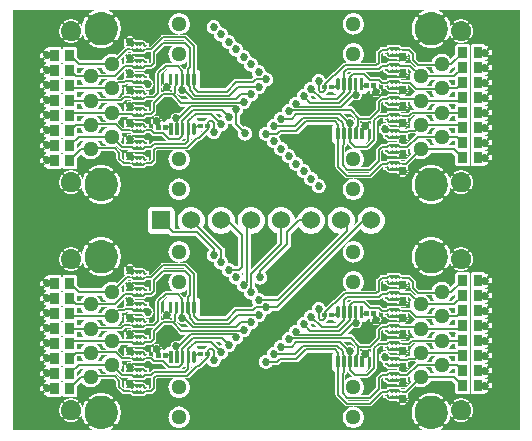
<source format=gbr>
G04 start of page 3 for group 1 idx 1 *
G04 Title: (unknown), bottom *
G04 Creator: pcb 4.2.0 *
G04 CreationDate: Wed Jul 29 20:49:24 2020 UTC *
G04 For: commonadmin *
G04 Format: Gerber/RS-274X *
G04 PCB-Dimensions (mil): 2000.00 2000.00 *
G04 PCB-Coordinate-Origin: lower left *
%MOIN*%
%FSLAX25Y25*%
%LNBOTTOM*%
%ADD33C,0.0380*%
%ADD32C,0.0945*%
%ADD31C,0.0354*%
%ADD30C,0.0130*%
%ADD29C,0.0270*%
%ADD28C,0.0120*%
%ADD27C,0.0600*%
%ADD26C,0.0669*%
%ADD25C,0.1102*%
%ADD24C,0.0512*%
%ADD23C,0.0060*%
%ADD22C,0.0001*%
G54D22*G36*
X164821Y194000D02*X174500D01*
Y54000D01*
X164821D01*
Y68020D01*
X164830Y68020D01*
X164907Y68031D01*
X164982Y68055D01*
X165053Y68090D01*
X165117Y68136D01*
X165173Y68191D01*
X165220Y68254D01*
X165256Y68324D01*
X165280Y68399D01*
X165327Y68624D01*
X165350Y68853D01*
Y69084D01*
X165327Y69313D01*
X165283Y69539D01*
X165258Y69614D01*
X165221Y69684D01*
X165174Y69747D01*
X165118Y69803D01*
X165054Y69848D01*
X164983Y69884D01*
X164908Y69907D01*
X164830Y69919D01*
X164821Y69919D01*
Y73020D01*
X164830Y73020D01*
X164907Y73031D01*
X164982Y73055D01*
X165053Y73090D01*
X165117Y73136D01*
X165173Y73191D01*
X165220Y73254D01*
X165256Y73324D01*
X165280Y73399D01*
X165327Y73624D01*
X165350Y73853D01*
Y74084D01*
X165327Y74313D01*
X165283Y74539D01*
X165258Y74614D01*
X165221Y74684D01*
X165174Y74747D01*
X165118Y74803D01*
X165054Y74848D01*
X164983Y74884D01*
X164908Y74907D01*
X164830Y74919D01*
X164821Y74919D01*
Y78020D01*
X164830Y78020D01*
X164907Y78031D01*
X164982Y78055D01*
X165053Y78090D01*
X165117Y78136D01*
X165173Y78191D01*
X165220Y78254D01*
X165256Y78324D01*
X165280Y78399D01*
X165327Y78624D01*
X165350Y78853D01*
Y79084D01*
X165327Y79313D01*
X165283Y79539D01*
X165258Y79614D01*
X165221Y79684D01*
X165174Y79747D01*
X165118Y79803D01*
X165054Y79848D01*
X164983Y79884D01*
X164908Y79907D01*
X164830Y79919D01*
X164821Y79919D01*
Y83020D01*
X164830Y83020D01*
X164907Y83031D01*
X164982Y83055D01*
X165053Y83090D01*
X165117Y83136D01*
X165173Y83191D01*
X165220Y83254D01*
X165256Y83324D01*
X165280Y83399D01*
X165327Y83624D01*
X165350Y83853D01*
Y84084D01*
X165327Y84313D01*
X165283Y84539D01*
X165258Y84614D01*
X165221Y84684D01*
X165174Y84747D01*
X165118Y84803D01*
X165054Y84848D01*
X164983Y84884D01*
X164908Y84907D01*
X164830Y84919D01*
X164821Y84919D01*
Y88020D01*
X164830Y88020D01*
X164907Y88031D01*
X164982Y88055D01*
X165053Y88090D01*
X165117Y88136D01*
X165173Y88191D01*
X165220Y88254D01*
X165256Y88324D01*
X165280Y88399D01*
X165327Y88624D01*
X165350Y88853D01*
Y89084D01*
X165327Y89313D01*
X165283Y89539D01*
X165258Y89614D01*
X165221Y89684D01*
X165174Y89747D01*
X165118Y89803D01*
X165054Y89848D01*
X164983Y89884D01*
X164908Y89907D01*
X164830Y89919D01*
X164821Y89919D01*
Y93020D01*
X164830Y93020D01*
X164907Y93031D01*
X164982Y93055D01*
X165053Y93090D01*
X165117Y93136D01*
X165173Y93191D01*
X165220Y93254D01*
X165256Y93324D01*
X165280Y93399D01*
X165327Y93624D01*
X165350Y93853D01*
Y94084D01*
X165327Y94313D01*
X165283Y94539D01*
X165258Y94614D01*
X165221Y94684D01*
X165174Y94747D01*
X165118Y94803D01*
X165054Y94848D01*
X164983Y94884D01*
X164908Y94907D01*
X164830Y94919D01*
X164821Y94919D01*
Y98020D01*
X164830Y98020D01*
X164907Y98031D01*
X164982Y98055D01*
X165053Y98090D01*
X165117Y98136D01*
X165173Y98191D01*
X165220Y98254D01*
X165256Y98324D01*
X165280Y98399D01*
X165327Y98624D01*
X165350Y98853D01*
Y99084D01*
X165327Y99313D01*
X165283Y99539D01*
X165258Y99614D01*
X165221Y99684D01*
X165174Y99747D01*
X165118Y99803D01*
X165054Y99848D01*
X164983Y99884D01*
X164908Y99907D01*
X164830Y99919D01*
X164821Y99919D01*
Y103020D01*
X164830Y103020D01*
X164907Y103031D01*
X164982Y103055D01*
X165053Y103090D01*
X165117Y103136D01*
X165173Y103191D01*
X165220Y103254D01*
X165256Y103324D01*
X165280Y103399D01*
X165327Y103624D01*
X165350Y103853D01*
Y104084D01*
X165327Y104313D01*
X165283Y104539D01*
X165258Y104614D01*
X165221Y104684D01*
X165174Y104747D01*
X165118Y104803D01*
X165054Y104848D01*
X164983Y104884D01*
X164908Y104907D01*
X164830Y104919D01*
X164821Y104919D01*
Y144020D01*
X164830Y144020D01*
X164907Y144031D01*
X164982Y144055D01*
X165053Y144090D01*
X165117Y144136D01*
X165173Y144191D01*
X165220Y144254D01*
X165256Y144324D01*
X165280Y144399D01*
X165327Y144624D01*
X165350Y144853D01*
Y145084D01*
X165327Y145313D01*
X165283Y145539D01*
X165258Y145614D01*
X165221Y145684D01*
X165174Y145747D01*
X165118Y145803D01*
X165054Y145848D01*
X164983Y145884D01*
X164908Y145907D01*
X164830Y145919D01*
X164821Y145919D01*
Y149020D01*
X164830Y149020D01*
X164907Y149031D01*
X164982Y149055D01*
X165053Y149090D01*
X165117Y149136D01*
X165173Y149191D01*
X165220Y149254D01*
X165256Y149324D01*
X165280Y149399D01*
X165327Y149624D01*
X165350Y149853D01*
Y150084D01*
X165327Y150313D01*
X165283Y150539D01*
X165258Y150614D01*
X165221Y150684D01*
X165174Y150747D01*
X165118Y150803D01*
X165054Y150848D01*
X164983Y150884D01*
X164908Y150907D01*
X164830Y150919D01*
X164821Y150919D01*
Y154020D01*
X164830Y154020D01*
X164907Y154031D01*
X164982Y154055D01*
X165053Y154090D01*
X165117Y154136D01*
X165173Y154191D01*
X165220Y154254D01*
X165256Y154324D01*
X165280Y154399D01*
X165327Y154624D01*
X165350Y154853D01*
Y155084D01*
X165327Y155313D01*
X165283Y155539D01*
X165258Y155614D01*
X165221Y155684D01*
X165174Y155747D01*
X165118Y155803D01*
X165054Y155848D01*
X164983Y155884D01*
X164908Y155907D01*
X164830Y155919D01*
X164821Y155919D01*
Y159020D01*
X164830Y159020D01*
X164907Y159031D01*
X164982Y159055D01*
X165053Y159090D01*
X165117Y159136D01*
X165173Y159191D01*
X165220Y159254D01*
X165256Y159324D01*
X165280Y159399D01*
X165327Y159624D01*
X165350Y159853D01*
Y160084D01*
X165327Y160313D01*
X165283Y160539D01*
X165258Y160614D01*
X165221Y160684D01*
X165174Y160747D01*
X165118Y160803D01*
X165054Y160848D01*
X164983Y160884D01*
X164908Y160907D01*
X164830Y160919D01*
X164821Y160919D01*
Y164020D01*
X164830Y164020D01*
X164907Y164031D01*
X164982Y164055D01*
X165053Y164090D01*
X165117Y164136D01*
X165173Y164191D01*
X165220Y164254D01*
X165256Y164324D01*
X165280Y164399D01*
X165327Y164624D01*
X165350Y164853D01*
Y165084D01*
X165327Y165313D01*
X165283Y165539D01*
X165258Y165614D01*
X165221Y165684D01*
X165174Y165747D01*
X165118Y165803D01*
X165054Y165848D01*
X164983Y165884D01*
X164908Y165907D01*
X164830Y165919D01*
X164821Y165919D01*
Y169020D01*
X164830Y169020D01*
X164907Y169031D01*
X164982Y169055D01*
X165053Y169090D01*
X165117Y169136D01*
X165173Y169191D01*
X165220Y169254D01*
X165256Y169324D01*
X165280Y169399D01*
X165327Y169624D01*
X165350Y169853D01*
Y170084D01*
X165327Y170313D01*
X165283Y170539D01*
X165258Y170614D01*
X165221Y170684D01*
X165174Y170747D01*
X165118Y170803D01*
X165054Y170848D01*
X164983Y170884D01*
X164908Y170907D01*
X164830Y170919D01*
X164821Y170919D01*
Y174020D01*
X164830Y174020D01*
X164907Y174031D01*
X164982Y174055D01*
X165053Y174090D01*
X165117Y174136D01*
X165173Y174191D01*
X165220Y174254D01*
X165256Y174324D01*
X165280Y174399D01*
X165327Y174624D01*
X165350Y174853D01*
Y175084D01*
X165327Y175313D01*
X165283Y175539D01*
X165258Y175614D01*
X165221Y175684D01*
X165174Y175747D01*
X165118Y175803D01*
X165054Y175848D01*
X164983Y175884D01*
X164908Y175907D01*
X164830Y175919D01*
X164821Y175919D01*
Y179020D01*
X164830Y179020D01*
X164907Y179031D01*
X164982Y179055D01*
X165053Y179090D01*
X165117Y179136D01*
X165173Y179191D01*
X165220Y179254D01*
X165256Y179324D01*
X165280Y179399D01*
X165327Y179624D01*
X165350Y179853D01*
Y180084D01*
X165327Y180313D01*
X165283Y180539D01*
X165258Y180614D01*
X165221Y180684D01*
X165174Y180747D01*
X165118Y180803D01*
X165054Y180848D01*
X164983Y180884D01*
X164908Y180907D01*
X164830Y180919D01*
X164821Y180919D01*
Y194000D01*
G37*
G36*
X161223D02*X164821D01*
Y180919D01*
X164751Y180918D01*
X164673Y180905D01*
X164598Y180880D01*
X164528Y180844D01*
X164465Y180797D01*
X164409Y180740D01*
X164363Y180676D01*
X164328Y180605D01*
X164304Y180530D01*
X164293Y180452D01*
X164294Y180373D01*
X164308Y180295D01*
X164335Y180166D01*
X164348Y180035D01*
Y179902D01*
X164335Y179771D01*
X164310Y179641D01*
X164295Y179564D01*
X164294Y179485D01*
X164306Y179407D01*
X164330Y179332D01*
X164365Y179262D01*
X164410Y179198D01*
X164466Y179142D01*
X164529Y179095D01*
X164599Y179058D01*
X164673Y179033D01*
X164751Y179020D01*
X164821Y179020D01*
Y175919D01*
X164751Y175918D01*
X164673Y175905D01*
X164598Y175880D01*
X164528Y175844D01*
X164465Y175797D01*
X164409Y175740D01*
X164363Y175676D01*
X164328Y175605D01*
X164304Y175530D01*
X164293Y175452D01*
X164294Y175373D01*
X164308Y175295D01*
X164335Y175166D01*
X164348Y175035D01*
Y174902D01*
X164335Y174771D01*
X164310Y174641D01*
X164295Y174564D01*
X164294Y174485D01*
X164306Y174407D01*
X164330Y174332D01*
X164365Y174262D01*
X164410Y174198D01*
X164466Y174142D01*
X164529Y174095D01*
X164599Y174058D01*
X164673Y174033D01*
X164751Y174020D01*
X164821Y174020D01*
Y170919D01*
X164751Y170918D01*
X164673Y170905D01*
X164598Y170880D01*
X164528Y170844D01*
X164465Y170797D01*
X164409Y170740D01*
X164363Y170676D01*
X164328Y170605D01*
X164304Y170530D01*
X164293Y170452D01*
X164294Y170373D01*
X164308Y170295D01*
X164335Y170166D01*
X164348Y170035D01*
Y169902D01*
X164335Y169771D01*
X164310Y169641D01*
X164295Y169564D01*
X164294Y169485D01*
X164306Y169407D01*
X164330Y169332D01*
X164365Y169262D01*
X164410Y169198D01*
X164466Y169142D01*
X164529Y169095D01*
X164599Y169058D01*
X164673Y169033D01*
X164751Y169020D01*
X164821Y169020D01*
Y165919D01*
X164751Y165918D01*
X164673Y165905D01*
X164598Y165880D01*
X164528Y165844D01*
X164465Y165797D01*
X164409Y165740D01*
X164363Y165676D01*
X164328Y165605D01*
X164304Y165530D01*
X164293Y165452D01*
X164294Y165373D01*
X164308Y165295D01*
X164335Y165166D01*
X164348Y165035D01*
Y164902D01*
X164335Y164771D01*
X164310Y164641D01*
X164295Y164564D01*
X164294Y164485D01*
X164306Y164407D01*
X164330Y164332D01*
X164365Y164262D01*
X164410Y164198D01*
X164466Y164142D01*
X164529Y164095D01*
X164599Y164058D01*
X164673Y164033D01*
X164751Y164020D01*
X164821Y164020D01*
Y160919D01*
X164751Y160918D01*
X164673Y160905D01*
X164598Y160880D01*
X164528Y160844D01*
X164465Y160797D01*
X164409Y160740D01*
X164363Y160676D01*
X164328Y160605D01*
X164304Y160530D01*
X164293Y160452D01*
X164294Y160373D01*
X164308Y160295D01*
X164335Y160166D01*
X164348Y160035D01*
Y159902D01*
X164335Y159771D01*
X164310Y159641D01*
X164295Y159564D01*
X164294Y159485D01*
X164306Y159407D01*
X164330Y159332D01*
X164365Y159262D01*
X164410Y159198D01*
X164466Y159142D01*
X164529Y159095D01*
X164599Y159058D01*
X164673Y159033D01*
X164751Y159020D01*
X164821Y159020D01*
Y155919D01*
X164751Y155918D01*
X164673Y155905D01*
X164598Y155880D01*
X164528Y155844D01*
X164465Y155797D01*
X164409Y155740D01*
X164363Y155676D01*
X164328Y155605D01*
X164304Y155530D01*
X164293Y155452D01*
X164294Y155373D01*
X164308Y155295D01*
X164335Y155166D01*
X164348Y155035D01*
Y154902D01*
X164335Y154771D01*
X164310Y154641D01*
X164295Y154564D01*
X164294Y154485D01*
X164306Y154407D01*
X164330Y154332D01*
X164365Y154262D01*
X164410Y154198D01*
X164466Y154142D01*
X164529Y154095D01*
X164599Y154058D01*
X164673Y154033D01*
X164751Y154020D01*
X164821Y154020D01*
Y150919D01*
X164751Y150918D01*
X164673Y150905D01*
X164598Y150880D01*
X164528Y150844D01*
X164465Y150797D01*
X164409Y150740D01*
X164363Y150676D01*
X164328Y150605D01*
X164304Y150530D01*
X164293Y150452D01*
X164294Y150373D01*
X164308Y150295D01*
X164335Y150166D01*
X164348Y150035D01*
Y149902D01*
X164335Y149771D01*
X164310Y149641D01*
X164295Y149564D01*
X164294Y149485D01*
X164306Y149407D01*
X164330Y149332D01*
X164365Y149262D01*
X164410Y149198D01*
X164466Y149142D01*
X164529Y149095D01*
X164599Y149058D01*
X164673Y149033D01*
X164751Y149020D01*
X164821Y149020D01*
Y145919D01*
X164751Y145918D01*
X164673Y145905D01*
X164598Y145880D01*
X164528Y145844D01*
X164465Y145797D01*
X164409Y145740D01*
X164363Y145676D01*
X164328Y145605D01*
X164304Y145530D01*
X164293Y145452D01*
X164294Y145373D01*
X164308Y145295D01*
X164335Y145166D01*
X164348Y145035D01*
Y144902D01*
X164335Y144771D01*
X164310Y144641D01*
X164295Y144564D01*
X164294Y144485D01*
X164306Y144407D01*
X164330Y144332D01*
X164365Y144262D01*
X164410Y144198D01*
X164466Y144142D01*
X164529Y144095D01*
X164599Y144058D01*
X164673Y144033D01*
X164751Y144020D01*
X164821Y144020D01*
Y104919D01*
X164751Y104918D01*
X164673Y104905D01*
X164598Y104880D01*
X164528Y104844D01*
X164465Y104797D01*
X164409Y104740D01*
X164363Y104676D01*
X164328Y104605D01*
X164304Y104530D01*
X164293Y104452D01*
X164294Y104373D01*
X164308Y104295D01*
X164335Y104166D01*
X164348Y104035D01*
Y103902D01*
X164335Y103771D01*
X164310Y103641D01*
X164295Y103564D01*
X164294Y103485D01*
X164306Y103407D01*
X164330Y103332D01*
X164365Y103262D01*
X164410Y103198D01*
X164466Y103142D01*
X164529Y103095D01*
X164599Y103058D01*
X164673Y103033D01*
X164751Y103020D01*
X164821Y103020D01*
Y99919D01*
X164751Y99918D01*
X164673Y99905D01*
X164598Y99880D01*
X164528Y99844D01*
X164465Y99797D01*
X164409Y99740D01*
X164363Y99676D01*
X164328Y99605D01*
X164304Y99530D01*
X164293Y99452D01*
X164294Y99373D01*
X164308Y99295D01*
X164335Y99166D01*
X164348Y99035D01*
Y98902D01*
X164335Y98771D01*
X164310Y98641D01*
X164295Y98564D01*
X164294Y98485D01*
X164306Y98407D01*
X164330Y98332D01*
X164365Y98262D01*
X164410Y98198D01*
X164466Y98142D01*
X164529Y98095D01*
X164599Y98058D01*
X164673Y98033D01*
X164751Y98020D01*
X164821Y98020D01*
Y94919D01*
X164751Y94918D01*
X164673Y94905D01*
X164598Y94880D01*
X164528Y94844D01*
X164465Y94797D01*
X164409Y94740D01*
X164363Y94676D01*
X164328Y94605D01*
X164304Y94530D01*
X164293Y94452D01*
X164294Y94373D01*
X164308Y94295D01*
X164335Y94166D01*
X164348Y94035D01*
Y93902D01*
X164335Y93771D01*
X164310Y93641D01*
X164295Y93564D01*
X164294Y93485D01*
X164306Y93407D01*
X164330Y93332D01*
X164365Y93262D01*
X164410Y93198D01*
X164466Y93142D01*
X164529Y93095D01*
X164599Y93058D01*
X164673Y93033D01*
X164751Y93020D01*
X164821Y93020D01*
Y89919D01*
X164751Y89918D01*
X164673Y89905D01*
X164598Y89880D01*
X164528Y89844D01*
X164465Y89797D01*
X164409Y89740D01*
X164363Y89676D01*
X164328Y89605D01*
X164304Y89530D01*
X164293Y89452D01*
X164294Y89373D01*
X164308Y89295D01*
X164335Y89166D01*
X164348Y89035D01*
Y88902D01*
X164335Y88771D01*
X164310Y88641D01*
X164295Y88564D01*
X164294Y88485D01*
X164306Y88407D01*
X164330Y88332D01*
X164365Y88262D01*
X164410Y88198D01*
X164466Y88142D01*
X164529Y88095D01*
X164599Y88058D01*
X164673Y88033D01*
X164751Y88020D01*
X164821Y88020D01*
Y84919D01*
X164751Y84918D01*
X164673Y84905D01*
X164598Y84880D01*
X164528Y84844D01*
X164465Y84797D01*
X164409Y84740D01*
X164363Y84676D01*
X164328Y84605D01*
X164304Y84530D01*
X164293Y84452D01*
X164294Y84373D01*
X164308Y84295D01*
X164335Y84166D01*
X164348Y84035D01*
Y83902D01*
X164335Y83771D01*
X164310Y83641D01*
X164295Y83564D01*
X164294Y83485D01*
X164306Y83407D01*
X164330Y83332D01*
X164365Y83262D01*
X164410Y83198D01*
X164466Y83142D01*
X164529Y83095D01*
X164599Y83058D01*
X164673Y83033D01*
X164751Y83020D01*
X164821Y83020D01*
Y79919D01*
X164751Y79918D01*
X164673Y79905D01*
X164598Y79880D01*
X164528Y79844D01*
X164465Y79797D01*
X164409Y79740D01*
X164363Y79676D01*
X164328Y79605D01*
X164304Y79530D01*
X164293Y79452D01*
X164294Y79373D01*
X164308Y79295D01*
X164335Y79166D01*
X164348Y79035D01*
Y78902D01*
X164335Y78771D01*
X164310Y78641D01*
X164295Y78564D01*
X164294Y78485D01*
X164306Y78407D01*
X164330Y78332D01*
X164365Y78262D01*
X164410Y78198D01*
X164466Y78142D01*
X164529Y78095D01*
X164599Y78058D01*
X164673Y78033D01*
X164751Y78020D01*
X164821Y78020D01*
Y74919D01*
X164751Y74918D01*
X164673Y74905D01*
X164598Y74880D01*
X164528Y74844D01*
X164465Y74797D01*
X164409Y74740D01*
X164363Y74676D01*
X164328Y74605D01*
X164304Y74530D01*
X164293Y74452D01*
X164294Y74373D01*
X164308Y74295D01*
X164335Y74166D01*
X164348Y74035D01*
Y73902D01*
X164335Y73771D01*
X164310Y73641D01*
X164295Y73564D01*
X164294Y73485D01*
X164306Y73407D01*
X164330Y73332D01*
X164365Y73262D01*
X164410Y73198D01*
X164466Y73142D01*
X164529Y73095D01*
X164599Y73058D01*
X164673Y73033D01*
X164751Y73020D01*
X164821Y73020D01*
Y69919D01*
X164751Y69918D01*
X164673Y69905D01*
X164598Y69880D01*
X164528Y69844D01*
X164465Y69797D01*
X164409Y69740D01*
X164363Y69676D01*
X164328Y69605D01*
X164304Y69530D01*
X164293Y69452D01*
X164294Y69373D01*
X164308Y69295D01*
X164335Y69166D01*
X164348Y69035D01*
Y68902D01*
X164335Y68771D01*
X164310Y68641D01*
X164295Y68564D01*
X164294Y68485D01*
X164306Y68407D01*
X164330Y68332D01*
X164365Y68262D01*
X164410Y68198D01*
X164466Y68142D01*
X164529Y68095D01*
X164599Y68058D01*
X164673Y68033D01*
X164751Y68020D01*
X164821Y68020D01*
Y54000D01*
X161223D01*
Y66007D01*
X162251Y66010D01*
X162404Y66047D01*
X162549Y66107D01*
X162684Y66189D01*
X162803Y66291D01*
X162906Y66411D01*
X162988Y66545D01*
X163018Y66619D01*
X163115D01*
X163344Y66641D01*
X163570Y66686D01*
X163645Y66711D01*
X163715Y66747D01*
X163779Y66794D01*
X163834Y66850D01*
X163880Y66915D01*
X163915Y66985D01*
X163939Y67061D01*
X163950Y67139D01*
X163950Y67218D01*
X163937Y67296D01*
X163912Y67371D01*
X163875Y67441D01*
X163828Y67504D01*
X163772Y67559D01*
X163707Y67605D01*
X163637Y67640D01*
X163561Y67664D01*
X163483Y67676D01*
X163404Y67675D01*
X163327Y67660D01*
X163198Y67633D01*
X163093Y67623D01*
X163093Y67674D01*
X163204Y67681D01*
X163403Y67728D01*
X163592Y67807D01*
X163766Y67914D01*
X163922Y68046D01*
X164055Y68202D01*
X164162Y68376D01*
X164240Y68566D01*
X164288Y68765D01*
X164304Y68969D01*
X164288Y69172D01*
X164240Y69371D01*
X164162Y69561D01*
X164055Y69735D01*
X163922Y69891D01*
X163766Y70023D01*
X163592Y70130D01*
X163403Y70209D01*
X163204Y70256D01*
X163087Y70263D01*
X163087Y70315D01*
X163198Y70304D01*
X163327Y70278D01*
X163405Y70264D01*
X163483Y70263D01*
X163561Y70275D01*
X163636Y70298D01*
X163707Y70333D01*
X163771Y70379D01*
X163827Y70434D01*
X163874Y70497D01*
X163910Y70567D01*
X163935Y70642D01*
X163948Y70719D01*
X163949Y70798D01*
X163937Y70876D01*
X163914Y70951D01*
X163879Y71021D01*
X163833Y71086D01*
X163778Y71142D01*
X163714Y71189D01*
X163645Y71225D01*
X163570Y71248D01*
X163344Y71296D01*
X163115Y71319D01*
X163018D01*
X162988Y71392D01*
X162941Y71469D01*
X162988Y71545D01*
X163018Y71619D01*
X163115D01*
X163344Y71641D01*
X163570Y71686D01*
X163645Y71711D01*
X163715Y71747D01*
X163779Y71794D01*
X163834Y71850D01*
X163880Y71915D01*
X163915Y71985D01*
X163939Y72061D01*
X163950Y72139D01*
X163950Y72218D01*
X163937Y72296D01*
X163912Y72371D01*
X163875Y72441D01*
X163828Y72504D01*
X163772Y72559D01*
X163707Y72605D01*
X163637Y72640D01*
X163561Y72664D01*
X163483Y72676D01*
X163404Y72675D01*
X163327Y72660D01*
X163198Y72633D01*
X163093Y72623D01*
X163093Y72674D01*
X163204Y72681D01*
X163403Y72728D01*
X163592Y72807D01*
X163766Y72914D01*
X163922Y73046D01*
X164055Y73202D01*
X164162Y73376D01*
X164240Y73566D01*
X164288Y73765D01*
X164304Y73969D01*
X164288Y74172D01*
X164240Y74371D01*
X164162Y74561D01*
X164055Y74735D01*
X163922Y74891D01*
X163766Y75023D01*
X163592Y75130D01*
X163403Y75209D01*
X163204Y75256D01*
X163087Y75263D01*
X163087Y75315D01*
X163198Y75304D01*
X163327Y75278D01*
X163405Y75264D01*
X163483Y75263D01*
X163561Y75275D01*
X163636Y75298D01*
X163707Y75333D01*
X163771Y75379D01*
X163827Y75434D01*
X163874Y75497D01*
X163910Y75567D01*
X163935Y75642D01*
X163948Y75719D01*
X163949Y75798D01*
X163937Y75876D01*
X163914Y75951D01*
X163879Y76021D01*
X163833Y76086D01*
X163778Y76142D01*
X163714Y76189D01*
X163645Y76225D01*
X163570Y76248D01*
X163344Y76296D01*
X163115Y76319D01*
X163018D01*
X162988Y76392D01*
X162941Y76469D01*
X162988Y76545D01*
X163018Y76619D01*
X163115D01*
X163344Y76641D01*
X163570Y76686D01*
X163645Y76711D01*
X163715Y76747D01*
X163779Y76794D01*
X163834Y76850D01*
X163880Y76915D01*
X163915Y76985D01*
X163939Y77061D01*
X163950Y77139D01*
X163950Y77218D01*
X163937Y77296D01*
X163912Y77371D01*
X163875Y77441D01*
X163828Y77504D01*
X163772Y77559D01*
X163707Y77605D01*
X163637Y77640D01*
X163561Y77664D01*
X163483Y77676D01*
X163404Y77675D01*
X163327Y77660D01*
X163198Y77633D01*
X163093Y77623D01*
X163093Y77674D01*
X163204Y77681D01*
X163403Y77728D01*
X163592Y77807D01*
X163766Y77914D01*
X163922Y78046D01*
X164055Y78202D01*
X164162Y78376D01*
X164240Y78566D01*
X164288Y78765D01*
X164304Y78969D01*
X164288Y79172D01*
X164240Y79371D01*
X164162Y79561D01*
X164055Y79735D01*
X163922Y79891D01*
X163766Y80023D01*
X163592Y80130D01*
X163403Y80209D01*
X163204Y80256D01*
X163087Y80263D01*
X163087Y80315D01*
X163198Y80304D01*
X163327Y80278D01*
X163405Y80264D01*
X163483Y80263D01*
X163561Y80275D01*
X163636Y80298D01*
X163707Y80333D01*
X163771Y80379D01*
X163827Y80434D01*
X163874Y80497D01*
X163910Y80567D01*
X163935Y80642D01*
X163948Y80719D01*
X163949Y80798D01*
X163937Y80876D01*
X163914Y80951D01*
X163879Y81021D01*
X163833Y81086D01*
X163778Y81142D01*
X163714Y81189D01*
X163645Y81225D01*
X163570Y81248D01*
X163344Y81296D01*
X163115Y81319D01*
X163018D01*
X162988Y81392D01*
X162941Y81469D01*
X162988Y81545D01*
X163018Y81619D01*
X163115D01*
X163344Y81641D01*
X163570Y81686D01*
X163645Y81711D01*
X163715Y81747D01*
X163779Y81794D01*
X163834Y81850D01*
X163880Y81915D01*
X163915Y81985D01*
X163939Y82061D01*
X163950Y82139D01*
X163950Y82218D01*
X163937Y82296D01*
X163912Y82371D01*
X163875Y82441D01*
X163828Y82504D01*
X163772Y82559D01*
X163707Y82605D01*
X163637Y82640D01*
X163561Y82664D01*
X163483Y82676D01*
X163404Y82675D01*
X163327Y82660D01*
X163198Y82633D01*
X163093Y82623D01*
X163093Y82674D01*
X163204Y82681D01*
X163403Y82728D01*
X163592Y82807D01*
X163766Y82914D01*
X163922Y83046D01*
X164055Y83202D01*
X164162Y83376D01*
X164240Y83566D01*
X164288Y83765D01*
X164304Y83969D01*
X164288Y84172D01*
X164240Y84371D01*
X164162Y84561D01*
X164055Y84735D01*
X163922Y84891D01*
X163766Y85023D01*
X163592Y85130D01*
X163403Y85209D01*
X163204Y85256D01*
X163087Y85263D01*
X163087Y85315D01*
X163198Y85304D01*
X163327Y85278D01*
X163405Y85264D01*
X163483Y85263D01*
X163561Y85275D01*
X163636Y85298D01*
X163707Y85333D01*
X163771Y85379D01*
X163827Y85434D01*
X163874Y85497D01*
X163910Y85567D01*
X163935Y85642D01*
X163948Y85719D01*
X163949Y85798D01*
X163937Y85876D01*
X163914Y85951D01*
X163879Y86021D01*
X163833Y86086D01*
X163778Y86142D01*
X163714Y86189D01*
X163645Y86225D01*
X163570Y86248D01*
X163344Y86296D01*
X163115Y86319D01*
X163018D01*
X162988Y86392D01*
X162941Y86469D01*
X162988Y86545D01*
X163018Y86619D01*
X163115D01*
X163344Y86641D01*
X163570Y86686D01*
X163645Y86711D01*
X163715Y86747D01*
X163779Y86794D01*
X163834Y86850D01*
X163880Y86915D01*
X163915Y86985D01*
X163939Y87061D01*
X163950Y87139D01*
X163950Y87218D01*
X163937Y87296D01*
X163912Y87371D01*
X163875Y87441D01*
X163828Y87504D01*
X163772Y87559D01*
X163707Y87605D01*
X163637Y87640D01*
X163561Y87664D01*
X163483Y87676D01*
X163404Y87675D01*
X163327Y87660D01*
X163198Y87633D01*
X163093Y87623D01*
X163093Y87674D01*
X163204Y87681D01*
X163403Y87728D01*
X163592Y87807D01*
X163766Y87914D01*
X163922Y88046D01*
X164055Y88202D01*
X164162Y88376D01*
X164240Y88566D01*
X164288Y88765D01*
X164304Y88969D01*
X164288Y89172D01*
X164240Y89371D01*
X164162Y89561D01*
X164055Y89735D01*
X163922Y89891D01*
X163766Y90023D01*
X163592Y90130D01*
X163403Y90209D01*
X163204Y90256D01*
X163087Y90263D01*
X163087Y90315D01*
X163198Y90304D01*
X163327Y90278D01*
X163405Y90264D01*
X163483Y90263D01*
X163561Y90275D01*
X163636Y90298D01*
X163707Y90333D01*
X163771Y90379D01*
X163827Y90434D01*
X163874Y90497D01*
X163910Y90567D01*
X163935Y90642D01*
X163948Y90719D01*
X163949Y90798D01*
X163937Y90876D01*
X163914Y90951D01*
X163879Y91021D01*
X163833Y91086D01*
X163778Y91142D01*
X163714Y91189D01*
X163645Y91225D01*
X163570Y91248D01*
X163344Y91296D01*
X163115Y91319D01*
X163018D01*
X162988Y91392D01*
X162941Y91469D01*
X162988Y91545D01*
X163018Y91619D01*
X163115D01*
X163344Y91641D01*
X163570Y91686D01*
X163645Y91711D01*
X163715Y91747D01*
X163779Y91794D01*
X163834Y91850D01*
X163880Y91915D01*
X163915Y91985D01*
X163939Y92061D01*
X163950Y92139D01*
X163950Y92218D01*
X163937Y92296D01*
X163912Y92371D01*
X163875Y92441D01*
X163828Y92504D01*
X163772Y92559D01*
X163707Y92605D01*
X163637Y92640D01*
X163561Y92664D01*
X163483Y92676D01*
X163404Y92675D01*
X163327Y92660D01*
X163198Y92633D01*
X163093Y92623D01*
X163093Y92674D01*
X163204Y92681D01*
X163403Y92728D01*
X163592Y92807D01*
X163766Y92914D01*
X163922Y93046D01*
X164055Y93202D01*
X164162Y93376D01*
X164240Y93566D01*
X164288Y93765D01*
X164304Y93969D01*
X164288Y94172D01*
X164240Y94371D01*
X164162Y94561D01*
X164055Y94735D01*
X163922Y94891D01*
X163766Y95023D01*
X163592Y95130D01*
X163403Y95209D01*
X163204Y95256D01*
X163087Y95263D01*
X163087Y95315D01*
X163198Y95304D01*
X163327Y95278D01*
X163405Y95264D01*
X163483Y95263D01*
X163561Y95275D01*
X163636Y95298D01*
X163707Y95333D01*
X163771Y95379D01*
X163827Y95434D01*
X163874Y95497D01*
X163910Y95567D01*
X163935Y95642D01*
X163948Y95719D01*
X163949Y95798D01*
X163937Y95876D01*
X163914Y95951D01*
X163879Y96021D01*
X163833Y96086D01*
X163778Y96142D01*
X163714Y96189D01*
X163645Y96225D01*
X163570Y96248D01*
X163344Y96296D01*
X163115Y96319D01*
X163018D01*
X162988Y96392D01*
X162941Y96469D01*
X162988Y96545D01*
X163018Y96619D01*
X163115D01*
X163344Y96641D01*
X163570Y96686D01*
X163645Y96711D01*
X163715Y96747D01*
X163779Y96794D01*
X163834Y96850D01*
X163880Y96915D01*
X163915Y96985D01*
X163939Y97061D01*
X163950Y97139D01*
X163950Y97218D01*
X163937Y97296D01*
X163912Y97371D01*
X163875Y97441D01*
X163828Y97504D01*
X163772Y97559D01*
X163707Y97605D01*
X163637Y97640D01*
X163561Y97664D01*
X163483Y97676D01*
X163404Y97675D01*
X163327Y97660D01*
X163198Y97633D01*
X163093Y97623D01*
X163093Y97674D01*
X163204Y97681D01*
X163403Y97728D01*
X163592Y97807D01*
X163766Y97914D01*
X163922Y98046D01*
X164055Y98202D01*
X164162Y98376D01*
X164240Y98566D01*
X164288Y98765D01*
X164304Y98969D01*
X164288Y99172D01*
X164240Y99371D01*
X164162Y99561D01*
X164055Y99735D01*
X163922Y99891D01*
X163766Y100023D01*
X163592Y100130D01*
X163403Y100209D01*
X163204Y100256D01*
X163087Y100263D01*
X163087Y100315D01*
X163198Y100304D01*
X163327Y100278D01*
X163405Y100264D01*
X163483Y100263D01*
X163561Y100275D01*
X163636Y100298D01*
X163707Y100333D01*
X163771Y100379D01*
X163827Y100434D01*
X163874Y100497D01*
X163910Y100567D01*
X163935Y100642D01*
X163948Y100719D01*
X163949Y100798D01*
X163937Y100876D01*
X163914Y100951D01*
X163879Y101021D01*
X163833Y101086D01*
X163778Y101142D01*
X163714Y101189D01*
X163645Y101225D01*
X163570Y101248D01*
X163344Y101296D01*
X163115Y101319D01*
X163018D01*
X162988Y101392D01*
X162941Y101469D01*
X162988Y101545D01*
X163018Y101619D01*
X163115D01*
X163344Y101641D01*
X163570Y101686D01*
X163645Y101711D01*
X163715Y101747D01*
X163779Y101794D01*
X163834Y101850D01*
X163880Y101915D01*
X163915Y101985D01*
X163939Y102061D01*
X163950Y102139D01*
X163950Y102218D01*
X163937Y102296D01*
X163912Y102371D01*
X163875Y102441D01*
X163828Y102504D01*
X163772Y102559D01*
X163707Y102605D01*
X163637Y102640D01*
X163561Y102664D01*
X163483Y102676D01*
X163404Y102675D01*
X163327Y102660D01*
X163198Y102633D01*
X163093Y102623D01*
X163093Y102674D01*
X163204Y102681D01*
X163403Y102728D01*
X163592Y102807D01*
X163766Y102914D01*
X163922Y103046D01*
X164055Y103202D01*
X164162Y103376D01*
X164240Y103566D01*
X164288Y103765D01*
X164304Y103969D01*
X164288Y104172D01*
X164240Y104371D01*
X164162Y104561D01*
X164055Y104735D01*
X163922Y104891D01*
X163766Y105023D01*
X163592Y105130D01*
X163403Y105209D01*
X163204Y105256D01*
X163087Y105263D01*
X163087Y105315D01*
X163198Y105304D01*
X163327Y105278D01*
X163405Y105264D01*
X163483Y105263D01*
X163561Y105275D01*
X163636Y105298D01*
X163707Y105333D01*
X163771Y105379D01*
X163827Y105434D01*
X163874Y105497D01*
X163910Y105567D01*
X163935Y105642D01*
X163948Y105719D01*
X163949Y105798D01*
X163937Y105876D01*
X163914Y105951D01*
X163879Y106021D01*
X163833Y106086D01*
X163778Y106142D01*
X163714Y106189D01*
X163645Y106225D01*
X163570Y106248D01*
X163344Y106296D01*
X163115Y106319D01*
X163018D01*
X162988Y106392D01*
X162906Y106526D01*
X162803Y106646D01*
X162684Y106748D01*
X162549Y106830D01*
X162404Y106890D01*
X162251Y106927D01*
X162094Y106937D01*
X161223Y106934D01*
Y142007D01*
X162251Y142010D01*
X162404Y142047D01*
X162549Y142107D01*
X162684Y142189D01*
X162803Y142291D01*
X162906Y142411D01*
X162988Y142545D01*
X163018Y142619D01*
X163115D01*
X163344Y142641D01*
X163570Y142686D01*
X163645Y142711D01*
X163715Y142747D01*
X163779Y142794D01*
X163834Y142850D01*
X163880Y142915D01*
X163915Y142985D01*
X163939Y143061D01*
X163950Y143139D01*
X163950Y143218D01*
X163937Y143296D01*
X163912Y143371D01*
X163875Y143441D01*
X163828Y143504D01*
X163772Y143559D01*
X163707Y143605D01*
X163637Y143640D01*
X163561Y143664D01*
X163483Y143676D01*
X163404Y143675D01*
X163327Y143660D01*
X163198Y143633D01*
X163093Y143623D01*
X163093Y143674D01*
X163204Y143681D01*
X163403Y143728D01*
X163592Y143807D01*
X163766Y143914D01*
X163922Y144046D01*
X164055Y144202D01*
X164162Y144376D01*
X164240Y144566D01*
X164288Y144765D01*
X164304Y144969D01*
X164288Y145172D01*
X164240Y145371D01*
X164162Y145561D01*
X164055Y145735D01*
X163922Y145891D01*
X163766Y146023D01*
X163592Y146130D01*
X163403Y146209D01*
X163204Y146256D01*
X163087Y146263D01*
X163087Y146315D01*
X163198Y146304D01*
X163327Y146278D01*
X163405Y146264D01*
X163483Y146263D01*
X163561Y146275D01*
X163636Y146298D01*
X163707Y146333D01*
X163771Y146379D01*
X163827Y146434D01*
X163874Y146497D01*
X163910Y146567D01*
X163935Y146642D01*
X163948Y146719D01*
X163949Y146798D01*
X163937Y146876D01*
X163914Y146951D01*
X163879Y147021D01*
X163833Y147086D01*
X163778Y147142D01*
X163714Y147189D01*
X163645Y147225D01*
X163570Y147248D01*
X163344Y147296D01*
X163115Y147319D01*
X163018D01*
X162988Y147392D01*
X162941Y147469D01*
X162988Y147545D01*
X163018Y147619D01*
X163115D01*
X163344Y147641D01*
X163570Y147686D01*
X163645Y147711D01*
X163715Y147747D01*
X163779Y147794D01*
X163834Y147850D01*
X163880Y147915D01*
X163915Y147985D01*
X163939Y148061D01*
X163950Y148139D01*
X163950Y148218D01*
X163937Y148296D01*
X163912Y148371D01*
X163875Y148441D01*
X163828Y148504D01*
X163772Y148559D01*
X163707Y148605D01*
X163637Y148640D01*
X163561Y148664D01*
X163483Y148676D01*
X163404Y148675D01*
X163327Y148660D01*
X163198Y148633D01*
X163093Y148623D01*
X163093Y148674D01*
X163204Y148681D01*
X163403Y148728D01*
X163592Y148807D01*
X163766Y148914D01*
X163922Y149046D01*
X164055Y149202D01*
X164162Y149376D01*
X164240Y149566D01*
X164288Y149765D01*
X164304Y149969D01*
X164288Y150172D01*
X164240Y150371D01*
X164162Y150561D01*
X164055Y150735D01*
X163922Y150891D01*
X163766Y151023D01*
X163592Y151130D01*
X163403Y151209D01*
X163204Y151256D01*
X163087Y151263D01*
X163087Y151315D01*
X163198Y151304D01*
X163327Y151278D01*
X163405Y151264D01*
X163483Y151263D01*
X163561Y151275D01*
X163636Y151298D01*
X163707Y151333D01*
X163771Y151379D01*
X163827Y151434D01*
X163874Y151497D01*
X163910Y151567D01*
X163935Y151642D01*
X163948Y151719D01*
X163949Y151798D01*
X163937Y151876D01*
X163914Y151951D01*
X163879Y152021D01*
X163833Y152086D01*
X163778Y152142D01*
X163714Y152189D01*
X163645Y152225D01*
X163570Y152248D01*
X163344Y152296D01*
X163115Y152319D01*
X163018D01*
X162988Y152392D01*
X162941Y152469D01*
X162988Y152545D01*
X163018Y152619D01*
X163115D01*
X163344Y152641D01*
X163570Y152686D01*
X163645Y152711D01*
X163715Y152747D01*
X163779Y152794D01*
X163834Y152850D01*
X163880Y152915D01*
X163915Y152985D01*
X163939Y153061D01*
X163950Y153139D01*
X163950Y153218D01*
X163937Y153296D01*
X163912Y153371D01*
X163875Y153441D01*
X163828Y153504D01*
X163772Y153559D01*
X163707Y153605D01*
X163637Y153640D01*
X163561Y153664D01*
X163483Y153676D01*
X163404Y153675D01*
X163327Y153660D01*
X163198Y153633D01*
X163093Y153623D01*
X163093Y153674D01*
X163204Y153681D01*
X163403Y153728D01*
X163592Y153807D01*
X163766Y153914D01*
X163922Y154046D01*
X164055Y154202D01*
X164162Y154376D01*
X164240Y154566D01*
X164288Y154765D01*
X164304Y154969D01*
X164288Y155172D01*
X164240Y155371D01*
X164162Y155561D01*
X164055Y155735D01*
X163922Y155891D01*
X163766Y156023D01*
X163592Y156130D01*
X163403Y156209D01*
X163204Y156256D01*
X163087Y156263D01*
X163087Y156315D01*
X163198Y156304D01*
X163327Y156278D01*
X163405Y156264D01*
X163483Y156263D01*
X163561Y156275D01*
X163636Y156298D01*
X163707Y156333D01*
X163771Y156379D01*
X163827Y156434D01*
X163874Y156497D01*
X163910Y156567D01*
X163935Y156642D01*
X163948Y156719D01*
X163949Y156798D01*
X163937Y156876D01*
X163914Y156951D01*
X163879Y157021D01*
X163833Y157086D01*
X163778Y157142D01*
X163714Y157189D01*
X163645Y157225D01*
X163570Y157248D01*
X163344Y157296D01*
X163115Y157319D01*
X163018D01*
X162988Y157392D01*
X162941Y157469D01*
X162988Y157545D01*
X163018Y157619D01*
X163115D01*
X163344Y157641D01*
X163570Y157686D01*
X163645Y157711D01*
X163715Y157747D01*
X163779Y157794D01*
X163834Y157850D01*
X163880Y157915D01*
X163915Y157985D01*
X163939Y158061D01*
X163950Y158139D01*
X163950Y158218D01*
X163937Y158296D01*
X163912Y158371D01*
X163875Y158441D01*
X163828Y158504D01*
X163772Y158559D01*
X163707Y158605D01*
X163637Y158640D01*
X163561Y158664D01*
X163483Y158676D01*
X163404Y158675D01*
X163327Y158660D01*
X163198Y158633D01*
X163093Y158623D01*
X163093Y158674D01*
X163204Y158681D01*
X163403Y158728D01*
X163592Y158807D01*
X163766Y158914D01*
X163922Y159046D01*
X164055Y159202D01*
X164162Y159376D01*
X164240Y159566D01*
X164288Y159765D01*
X164304Y159969D01*
X164288Y160172D01*
X164240Y160371D01*
X164162Y160561D01*
X164055Y160735D01*
X163922Y160891D01*
X163766Y161023D01*
X163592Y161130D01*
X163403Y161209D01*
X163204Y161256D01*
X163087Y161263D01*
X163087Y161315D01*
X163198Y161304D01*
X163327Y161278D01*
X163405Y161264D01*
X163483Y161263D01*
X163561Y161275D01*
X163636Y161298D01*
X163707Y161333D01*
X163771Y161379D01*
X163827Y161434D01*
X163874Y161497D01*
X163910Y161567D01*
X163935Y161642D01*
X163948Y161719D01*
X163949Y161798D01*
X163937Y161876D01*
X163914Y161951D01*
X163879Y162021D01*
X163833Y162086D01*
X163778Y162142D01*
X163714Y162189D01*
X163645Y162225D01*
X163570Y162248D01*
X163344Y162296D01*
X163115Y162319D01*
X163018D01*
X162988Y162392D01*
X162941Y162469D01*
X162988Y162545D01*
X163018Y162619D01*
X163115D01*
X163344Y162641D01*
X163570Y162686D01*
X163645Y162711D01*
X163715Y162747D01*
X163779Y162794D01*
X163834Y162850D01*
X163880Y162915D01*
X163915Y162985D01*
X163939Y163061D01*
X163950Y163139D01*
X163950Y163218D01*
X163937Y163296D01*
X163912Y163371D01*
X163875Y163441D01*
X163828Y163504D01*
X163772Y163559D01*
X163707Y163605D01*
X163637Y163640D01*
X163561Y163664D01*
X163483Y163676D01*
X163404Y163675D01*
X163327Y163660D01*
X163198Y163633D01*
X163093Y163623D01*
X163093Y163674D01*
X163204Y163681D01*
X163403Y163728D01*
X163592Y163807D01*
X163766Y163914D01*
X163922Y164046D01*
X164055Y164202D01*
X164162Y164376D01*
X164240Y164566D01*
X164288Y164765D01*
X164304Y164969D01*
X164288Y165172D01*
X164240Y165371D01*
X164162Y165561D01*
X164055Y165735D01*
X163922Y165891D01*
X163766Y166023D01*
X163592Y166130D01*
X163403Y166209D01*
X163204Y166256D01*
X163087Y166263D01*
X163087Y166315D01*
X163198Y166304D01*
X163327Y166278D01*
X163405Y166264D01*
X163483Y166263D01*
X163561Y166275D01*
X163636Y166298D01*
X163707Y166333D01*
X163771Y166379D01*
X163827Y166434D01*
X163874Y166497D01*
X163910Y166567D01*
X163935Y166642D01*
X163948Y166719D01*
X163949Y166798D01*
X163937Y166876D01*
X163914Y166951D01*
X163879Y167021D01*
X163833Y167086D01*
X163778Y167142D01*
X163714Y167189D01*
X163645Y167225D01*
X163570Y167248D01*
X163344Y167296D01*
X163115Y167319D01*
X163018D01*
X162988Y167392D01*
X162941Y167469D01*
X162988Y167545D01*
X163018Y167619D01*
X163115D01*
X163344Y167641D01*
X163570Y167686D01*
X163645Y167711D01*
X163715Y167747D01*
X163779Y167794D01*
X163834Y167850D01*
X163880Y167915D01*
X163915Y167985D01*
X163939Y168061D01*
X163950Y168139D01*
X163950Y168218D01*
X163937Y168296D01*
X163912Y168371D01*
X163875Y168441D01*
X163828Y168504D01*
X163772Y168559D01*
X163707Y168605D01*
X163637Y168640D01*
X163561Y168664D01*
X163483Y168676D01*
X163404Y168675D01*
X163327Y168660D01*
X163198Y168633D01*
X163093Y168623D01*
X163093Y168674D01*
X163204Y168681D01*
X163403Y168728D01*
X163592Y168807D01*
X163766Y168914D01*
X163922Y169046D01*
X164055Y169202D01*
X164162Y169376D01*
X164240Y169566D01*
X164288Y169765D01*
X164304Y169969D01*
X164288Y170172D01*
X164240Y170371D01*
X164162Y170561D01*
X164055Y170735D01*
X163922Y170891D01*
X163766Y171023D01*
X163592Y171130D01*
X163403Y171209D01*
X163204Y171256D01*
X163087Y171263D01*
X163087Y171315D01*
X163198Y171304D01*
X163327Y171278D01*
X163405Y171264D01*
X163483Y171263D01*
X163561Y171275D01*
X163636Y171298D01*
X163707Y171333D01*
X163771Y171379D01*
X163827Y171434D01*
X163874Y171497D01*
X163910Y171567D01*
X163935Y171642D01*
X163948Y171719D01*
X163949Y171798D01*
X163937Y171876D01*
X163914Y171951D01*
X163879Y172021D01*
X163833Y172086D01*
X163778Y172142D01*
X163714Y172189D01*
X163645Y172225D01*
X163570Y172248D01*
X163344Y172296D01*
X163115Y172319D01*
X163018D01*
X162988Y172392D01*
X162941Y172469D01*
X162988Y172545D01*
X163018Y172619D01*
X163115D01*
X163344Y172641D01*
X163570Y172686D01*
X163645Y172711D01*
X163715Y172747D01*
X163779Y172794D01*
X163834Y172850D01*
X163880Y172915D01*
X163915Y172985D01*
X163939Y173061D01*
X163950Y173139D01*
X163950Y173218D01*
X163937Y173296D01*
X163912Y173371D01*
X163875Y173441D01*
X163828Y173504D01*
X163772Y173559D01*
X163707Y173605D01*
X163637Y173640D01*
X163561Y173664D01*
X163483Y173676D01*
X163404Y173675D01*
X163327Y173660D01*
X163198Y173633D01*
X163093Y173623D01*
X163093Y173674D01*
X163204Y173681D01*
X163403Y173728D01*
X163592Y173807D01*
X163766Y173914D01*
X163922Y174046D01*
X164055Y174202D01*
X164162Y174376D01*
X164240Y174566D01*
X164288Y174765D01*
X164304Y174969D01*
X164288Y175172D01*
X164240Y175371D01*
X164162Y175561D01*
X164055Y175735D01*
X163922Y175891D01*
X163766Y176023D01*
X163592Y176130D01*
X163403Y176209D01*
X163204Y176256D01*
X163087Y176263D01*
X163087Y176315D01*
X163198Y176304D01*
X163327Y176278D01*
X163405Y176264D01*
X163483Y176263D01*
X163561Y176275D01*
X163636Y176298D01*
X163707Y176333D01*
X163771Y176379D01*
X163827Y176434D01*
X163874Y176497D01*
X163910Y176567D01*
X163935Y176642D01*
X163948Y176719D01*
X163949Y176798D01*
X163937Y176876D01*
X163914Y176951D01*
X163879Y177021D01*
X163833Y177086D01*
X163778Y177142D01*
X163714Y177189D01*
X163645Y177225D01*
X163570Y177248D01*
X163344Y177296D01*
X163115Y177319D01*
X163018D01*
X162988Y177392D01*
X162941Y177469D01*
X162988Y177545D01*
X163018Y177619D01*
X163115D01*
X163344Y177641D01*
X163570Y177686D01*
X163645Y177711D01*
X163715Y177747D01*
X163779Y177794D01*
X163834Y177850D01*
X163880Y177915D01*
X163915Y177985D01*
X163939Y178061D01*
X163950Y178139D01*
X163950Y178218D01*
X163937Y178296D01*
X163912Y178371D01*
X163875Y178441D01*
X163828Y178504D01*
X163772Y178559D01*
X163707Y178605D01*
X163637Y178640D01*
X163561Y178664D01*
X163483Y178676D01*
X163404Y178675D01*
X163327Y178660D01*
X163198Y178633D01*
X163093Y178623D01*
X163093Y178674D01*
X163204Y178681D01*
X163403Y178728D01*
X163592Y178807D01*
X163766Y178914D01*
X163922Y179046D01*
X164055Y179202D01*
X164162Y179376D01*
X164240Y179566D01*
X164288Y179765D01*
X164304Y179969D01*
X164288Y180172D01*
X164240Y180371D01*
X164162Y180561D01*
X164055Y180735D01*
X163922Y180891D01*
X163766Y181023D01*
X163592Y181130D01*
X163403Y181209D01*
X163204Y181256D01*
X163087Y181263D01*
X163087Y181315D01*
X163198Y181304D01*
X163327Y181278D01*
X163405Y181264D01*
X163483Y181263D01*
X163561Y181275D01*
X163636Y181298D01*
X163707Y181333D01*
X163771Y181379D01*
X163827Y181434D01*
X163874Y181497D01*
X163910Y181567D01*
X163935Y181642D01*
X163948Y181719D01*
X163949Y181798D01*
X163937Y181876D01*
X163914Y181951D01*
X163879Y182021D01*
X163833Y182086D01*
X163778Y182142D01*
X163714Y182189D01*
X163645Y182225D01*
X163570Y182248D01*
X163344Y182296D01*
X163115Y182319D01*
X163018D01*
X162988Y182392D01*
X162906Y182526D01*
X162803Y182646D01*
X162684Y182748D01*
X162549Y182830D01*
X162404Y182890D01*
X162251Y182927D01*
X162094Y182937D01*
X161223Y182934D01*
Y194000D01*
G37*
G36*
X158345Y137288D02*X158373Y137084D01*
X158386Y136787D01*
X158373Y136491D01*
X158345Y136287D01*
Y137288D01*
G37*
G36*
Y187681D02*X158373Y187478D01*
X158386Y187181D01*
X158373Y186885D01*
X158345Y186681D01*
Y187681D01*
G37*
G36*
Y111681D02*X158373Y111478D01*
X158386Y111181D01*
X158373Y110885D01*
X158345Y110681D01*
Y111681D01*
G37*
G36*
Y61288D02*X158373Y61084D01*
X158386Y60787D01*
X158373Y60491D01*
X158345Y60287D01*
Y61288D01*
G37*
G36*
Y66394D02*X158433Y66291D01*
X158552Y66189D01*
X158687Y66107D01*
X158832Y66047D01*
X158985Y66010D01*
X159142Y66001D01*
X161223Y66007D01*
Y54000D01*
X158345D01*
Y58636D01*
X158443Y58783D01*
X158608Y59092D01*
X158744Y59415D01*
X158851Y59749D01*
X158928Y60090D01*
X158974Y60437D01*
X158990Y60787D01*
X158974Y61137D01*
X158928Y61484D01*
X158851Y61826D01*
X158744Y62160D01*
X158608Y62482D01*
X158443Y62792D01*
X158345Y62943D01*
Y66394D01*
G37*
G36*
Y142394D02*X158433Y142291D01*
X158552Y142189D01*
X158687Y142107D01*
X158832Y142047D01*
X158985Y142010D01*
X159142Y142001D01*
X161223Y142007D01*
Y106934D01*
X158985Y106927D01*
X158832Y106890D01*
X158687Y106830D01*
X158552Y106748D01*
X158433Y106646D01*
X158345Y106544D01*
Y109030D01*
X158443Y109177D01*
X158608Y109486D01*
X158744Y109809D01*
X158851Y110142D01*
X158928Y110484D01*
X158974Y110831D01*
X158990Y111181D01*
X158974Y111531D01*
X158928Y111878D01*
X158851Y112220D01*
X158744Y112553D01*
X158608Y112876D01*
X158443Y113185D01*
X158345Y113336D01*
Y134636D01*
X158443Y134783D01*
X158608Y135092D01*
X158744Y135415D01*
X158851Y135749D01*
X158928Y136090D01*
X158974Y136437D01*
X158990Y136787D01*
X158974Y137137D01*
X158928Y137484D01*
X158851Y137826D01*
X158744Y138160D01*
X158608Y138482D01*
X158443Y138792D01*
X158345Y138943D01*
Y142394D01*
G37*
G36*
Y194000D02*X161223D01*
Y182934D01*
X158985Y182927D01*
X158832Y182890D01*
X158687Y182830D01*
X158552Y182748D01*
X158433Y182646D01*
X158345Y182544D01*
Y185030D01*
X158443Y185177D01*
X158608Y185486D01*
X158744Y185809D01*
X158851Y186142D01*
X158928Y186484D01*
X158974Y186831D01*
X158990Y187181D01*
X158974Y187531D01*
X158928Y187878D01*
X158851Y188220D01*
X158744Y188553D01*
X158608Y188876D01*
X158443Y189185D01*
X158345Y189336D01*
Y194000D01*
G37*
G36*
X155041D02*X158345D01*
Y189336D01*
X158252Y189479D01*
X158222Y189516D01*
X158186Y189547D01*
X158145Y189572D01*
X158101Y189591D01*
X158055Y189602D01*
X158008Y189607D01*
X157960Y189603D01*
X157913Y189592D01*
X157869Y189574D01*
X157828Y189550D01*
X157792Y189519D01*
X157761Y189483D01*
X157735Y189442D01*
X157717Y189399D01*
X157705Y189352D01*
X157701Y189305D01*
X157704Y189257D01*
X157715Y189211D01*
X157733Y189166D01*
X157759Y189126D01*
X157923Y188879D01*
X158062Y188617D01*
X158177Y188344D01*
X158268Y188061D01*
X158333Y187772D01*
X158345Y187681D01*
Y186681D01*
X158333Y186591D01*
X158268Y186301D01*
X158177Y186019D01*
X158062Y185745D01*
X157923Y185483D01*
X157761Y185234D01*
X157736Y185194D01*
X157718Y185151D01*
X157708Y185105D01*
X157704Y185058D01*
X157708Y185011D01*
X157720Y184965D01*
X157738Y184921D01*
X157763Y184881D01*
X157794Y184845D01*
X157830Y184815D01*
X157871Y184791D01*
X157914Y184773D01*
X157960Y184762D01*
X158008Y184759D01*
X158055Y184763D01*
X158100Y184774D01*
X158144Y184793D01*
X158184Y184818D01*
X158220Y184849D01*
X158249Y184885D01*
X158345Y185030D01*
Y182544D01*
X158331Y182526D01*
X158248Y182392D01*
X158188Y182246D01*
X158151Y182093D01*
X158142Y181937D01*
X158151Y177844D01*
X158188Y177691D01*
X158248Y177545D01*
X158295Y177469D01*
X158248Y177392D01*
X158188Y177246D01*
X158151Y177093D01*
X158142Y176937D01*
X158151Y172844D01*
X158188Y172691D01*
X158248Y172545D01*
X158295Y172469D01*
X158248Y172392D01*
X158188Y172246D01*
X158151Y172093D01*
X158142Y171937D01*
X158151Y167844D01*
X158188Y167691D01*
X158248Y167545D01*
X158295Y167469D01*
X158248Y167392D01*
X158188Y167246D01*
X158151Y167093D01*
X158142Y166937D01*
X158151Y162844D01*
X158188Y162691D01*
X158248Y162545D01*
X158295Y162469D01*
X158248Y162392D01*
X158188Y162246D01*
X158151Y162093D01*
X158142Y161937D01*
X158151Y157844D01*
X158188Y157691D01*
X158248Y157545D01*
X158295Y157469D01*
X158248Y157392D01*
X158188Y157246D01*
X158151Y157093D01*
X158142Y156937D01*
X158151Y152844D01*
X158188Y152691D01*
X158248Y152545D01*
X158295Y152469D01*
X158248Y152392D01*
X158188Y152246D01*
X158151Y152093D01*
X158142Y151937D01*
X158151Y147844D01*
X158188Y147691D01*
X158248Y147545D01*
X158295Y147469D01*
X158248Y147392D01*
X158188Y147246D01*
X158151Y147093D01*
X158142Y146937D01*
X158151Y142844D01*
X158188Y142691D01*
X158248Y142545D01*
X158331Y142411D01*
X158345Y142394D01*
Y138943D01*
X158252Y139085D01*
X158222Y139122D01*
X158186Y139153D01*
X158145Y139179D01*
X158101Y139197D01*
X158055Y139209D01*
X158008Y139213D01*
X157960Y139209D01*
X157913Y139199D01*
X157869Y139181D01*
X157828Y139156D01*
X157792Y139125D01*
X157761Y139089D01*
X157735Y139049D01*
X157717Y139005D01*
X157705Y138958D01*
X157701Y138911D01*
X157704Y138863D01*
X157715Y138817D01*
X157733Y138773D01*
X157759Y138732D01*
X157923Y138485D01*
X158062Y138223D01*
X158177Y137950D01*
X158268Y137667D01*
X158333Y137378D01*
X158345Y137288D01*
Y136287D01*
X158333Y136197D01*
X158268Y135907D01*
X158177Y135625D01*
X158062Y135352D01*
X157923Y135089D01*
X157761Y134841D01*
X157736Y134801D01*
X157718Y134757D01*
X157708Y134711D01*
X157704Y134664D01*
X157708Y134617D01*
X157720Y134571D01*
X157738Y134528D01*
X157763Y134487D01*
X157794Y134452D01*
X157830Y134421D01*
X157871Y134397D01*
X157914Y134379D01*
X157960Y134369D01*
X158008Y134365D01*
X158055Y134369D01*
X158100Y134381D01*
X158144Y134399D01*
X158184Y134424D01*
X158220Y134455D01*
X158249Y134492D01*
X158345Y134636D01*
Y113336D01*
X158252Y113479D01*
X158222Y113516D01*
X158186Y113547D01*
X158145Y113572D01*
X158101Y113591D01*
X158055Y113602D01*
X158008Y113607D01*
X157960Y113603D01*
X157913Y113592D01*
X157869Y113574D01*
X157828Y113550D01*
X157792Y113519D01*
X157761Y113483D01*
X157735Y113442D01*
X157717Y113399D01*
X157705Y113352D01*
X157701Y113305D01*
X157704Y113257D01*
X157715Y113211D01*
X157733Y113166D01*
X157759Y113126D01*
X157923Y112879D01*
X158062Y112617D01*
X158177Y112344D01*
X158268Y112061D01*
X158333Y111772D01*
X158345Y111681D01*
Y110681D01*
X158333Y110591D01*
X158268Y110301D01*
X158177Y110019D01*
X158062Y109745D01*
X157923Y109483D01*
X157761Y109234D01*
X157736Y109194D01*
X157718Y109151D01*
X157708Y109105D01*
X157704Y109058D01*
X157708Y109011D01*
X157720Y108965D01*
X157738Y108921D01*
X157763Y108881D01*
X157794Y108845D01*
X157830Y108815D01*
X157871Y108791D01*
X157914Y108773D01*
X157960Y108762D01*
X158008Y108759D01*
X158055Y108763D01*
X158100Y108774D01*
X158144Y108793D01*
X158184Y108818D01*
X158220Y108849D01*
X158249Y108885D01*
X158345Y109030D01*
Y106544D01*
X158331Y106526D01*
X158248Y106392D01*
X158188Y106246D01*
X158151Y106093D01*
X158142Y105937D01*
X158151Y101844D01*
X158188Y101691D01*
X158248Y101545D01*
X158295Y101469D01*
X158248Y101392D01*
X158188Y101246D01*
X158151Y101093D01*
X158142Y100937D01*
X158151Y96844D01*
X158188Y96691D01*
X158248Y96545D01*
X158295Y96469D01*
X158248Y96392D01*
X158188Y96246D01*
X158151Y96093D01*
X158142Y95937D01*
X158151Y91844D01*
X158188Y91691D01*
X158248Y91545D01*
X158295Y91469D01*
X158248Y91392D01*
X158188Y91246D01*
X158151Y91093D01*
X158142Y90937D01*
X158151Y86844D01*
X158188Y86691D01*
X158248Y86545D01*
X158295Y86469D01*
X158248Y86392D01*
X158188Y86246D01*
X158151Y86093D01*
X158142Y85937D01*
X158151Y81844D01*
X158188Y81691D01*
X158248Y81545D01*
X158295Y81469D01*
X158248Y81392D01*
X158188Y81246D01*
X158151Y81093D01*
X158142Y80937D01*
X158151Y76844D01*
X158188Y76691D01*
X158248Y76545D01*
X158295Y76469D01*
X158248Y76392D01*
X158188Y76246D01*
X158151Y76093D01*
X158142Y75937D01*
X158151Y71844D01*
X158188Y71691D01*
X158248Y71545D01*
X158295Y71469D01*
X158248Y71392D01*
X158188Y71246D01*
X158151Y71093D01*
X158142Y70937D01*
X158151Y66844D01*
X158188Y66691D01*
X158248Y66545D01*
X158331Y66411D01*
X158345Y66394D01*
Y62943D01*
X158252Y63085D01*
X158222Y63122D01*
X158186Y63153D01*
X158145Y63179D01*
X158101Y63197D01*
X158055Y63209D01*
X158008Y63213D01*
X157960Y63209D01*
X157913Y63199D01*
X157869Y63181D01*
X157828Y63156D01*
X157792Y63125D01*
X157761Y63089D01*
X157735Y63049D01*
X157717Y63005D01*
X157705Y62958D01*
X157701Y62911D01*
X157704Y62863D01*
X157715Y62817D01*
X157733Y62773D01*
X157759Y62732D01*
X157923Y62485D01*
X158062Y62223D01*
X158177Y61950D01*
X158268Y61667D01*
X158333Y61378D01*
X158345Y61288D01*
Y60287D01*
X158333Y60197D01*
X158268Y59907D01*
X158177Y59625D01*
X158062Y59352D01*
X157923Y59089D01*
X157761Y58841D01*
X157736Y58801D01*
X157718Y58757D01*
X157708Y58711D01*
X157704Y58664D01*
X157708Y58617D01*
X157720Y58571D01*
X157738Y58528D01*
X157763Y58487D01*
X157794Y58452D01*
X157830Y58421D01*
X157871Y58397D01*
X157914Y58379D01*
X157960Y58369D01*
X158008Y58365D01*
X158055Y58369D01*
X158100Y58381D01*
X158144Y58399D01*
X158184Y58424D01*
X158220Y58455D01*
X158249Y58492D01*
X158345Y58636D01*
Y54000D01*
X155041D01*
Y56837D01*
X155389Y56853D01*
X155736Y56899D01*
X156078Y56976D01*
X156412Y57083D01*
X156734Y57219D01*
X157044Y57383D01*
X157337Y57574D01*
X157374Y57605D01*
X157405Y57641D01*
X157431Y57681D01*
X157449Y57725D01*
X157461Y57772D01*
X157465Y57819D01*
X157461Y57867D01*
X157451Y57913D01*
X157433Y57958D01*
X157408Y57998D01*
X157377Y58035D01*
X157341Y58066D01*
X157301Y58091D01*
X157257Y58110D01*
X157210Y58122D01*
X157163Y58126D01*
X157115Y58122D01*
X157069Y58111D01*
X157025Y58094D01*
X156984Y58068D01*
X156737Y57904D01*
X156475Y57765D01*
X156202Y57649D01*
X155919Y57559D01*
X155630Y57493D01*
X155336Y57454D01*
X155041Y57441D01*
Y64134D01*
X155336Y64121D01*
X155630Y64081D01*
X155919Y64016D01*
X156202Y63925D01*
X156475Y63810D01*
X156737Y63671D01*
X156986Y63509D01*
X157026Y63484D01*
X157070Y63466D01*
X157116Y63456D01*
X157163Y63452D01*
X157210Y63457D01*
X157256Y63468D01*
X157299Y63486D01*
X157339Y63511D01*
X157375Y63542D01*
X157405Y63578D01*
X157430Y63619D01*
X157448Y63663D01*
X157458Y63709D01*
X157462Y63756D01*
X157457Y63803D01*
X157446Y63848D01*
X157428Y63892D01*
X157403Y63932D01*
X157372Y63968D01*
X157335Y63997D01*
X157044Y64191D01*
X156734Y64356D01*
X156412Y64492D01*
X156078Y64599D01*
X155736Y64676D01*
X155389Y64722D01*
X155041Y64738D01*
Y66004D01*
X157133Y66010D01*
X157286Y66047D01*
X157431Y66107D01*
X157566Y66189D01*
X157685Y66291D01*
X157788Y66411D01*
X157870Y66545D01*
X157930Y66691D01*
X157967Y66844D01*
X157976Y67001D01*
X157967Y71093D01*
X157930Y71246D01*
X157870Y71392D01*
X157823Y71469D01*
X157870Y71545D01*
X157930Y71691D01*
X157967Y71844D01*
X157976Y72001D01*
X157967Y76093D01*
X157930Y76246D01*
X157870Y76392D01*
X157823Y76469D01*
X157870Y76545D01*
X157930Y76691D01*
X157967Y76844D01*
X157976Y77001D01*
X157967Y81093D01*
X157930Y81246D01*
X157870Y81392D01*
X157823Y81469D01*
X157870Y81545D01*
X157930Y81691D01*
X157967Y81844D01*
X157976Y82001D01*
X157967Y86093D01*
X157930Y86246D01*
X157870Y86392D01*
X157823Y86469D01*
X157870Y86545D01*
X157930Y86691D01*
X157967Y86844D01*
X157976Y87001D01*
X157967Y91093D01*
X157930Y91246D01*
X157870Y91392D01*
X157823Y91469D01*
X157870Y91545D01*
X157930Y91691D01*
X157967Y91844D01*
X157976Y92001D01*
X157967Y96093D01*
X157930Y96246D01*
X157870Y96392D01*
X157823Y96469D01*
X157870Y96545D01*
X157930Y96691D01*
X157967Y96844D01*
X157976Y97001D01*
X157967Y101093D01*
X157930Y101246D01*
X157870Y101392D01*
X157823Y101469D01*
X157870Y101545D01*
X157930Y101691D01*
X157967Y101844D01*
X157976Y102001D01*
X157967Y106093D01*
X157930Y106246D01*
X157870Y106392D01*
X157788Y106526D01*
X157685Y106646D01*
X157566Y106748D01*
X157431Y106830D01*
X157286Y106890D01*
X157133Y106927D01*
X156976Y106937D01*
X155041Y106931D01*
Y107231D01*
X155389Y107246D01*
X155736Y107293D01*
X156078Y107370D01*
X156412Y107477D01*
X156734Y107613D01*
X157044Y107777D01*
X157337Y107968D01*
X157374Y107998D01*
X157405Y108034D01*
X157431Y108075D01*
X157449Y108119D01*
X157461Y108165D01*
X157465Y108213D01*
X157461Y108260D01*
X157451Y108307D01*
X157433Y108351D01*
X157408Y108392D01*
X157377Y108429D01*
X157341Y108460D01*
X157301Y108485D01*
X157257Y108504D01*
X157210Y108515D01*
X157163Y108519D01*
X157115Y108516D01*
X157069Y108505D01*
X157025Y108487D01*
X156984Y108462D01*
X156737Y108297D01*
X156475Y108158D01*
X156202Y108043D01*
X155919Y107952D01*
X155630Y107887D01*
X155336Y107848D01*
X155041Y107835D01*
Y114527D01*
X155336Y114514D01*
X155630Y114475D01*
X155919Y114410D01*
X156202Y114319D01*
X156475Y114204D01*
X156737Y114065D01*
X156986Y113903D01*
X157026Y113878D01*
X157070Y113860D01*
X157116Y113849D01*
X157163Y113846D01*
X157210Y113850D01*
X157256Y113862D01*
X157299Y113880D01*
X157339Y113905D01*
X157375Y113936D01*
X157405Y113972D01*
X157430Y114012D01*
X157448Y114056D01*
X157458Y114102D01*
X157462Y114149D01*
X157457Y114196D01*
X157446Y114242D01*
X157428Y114286D01*
X157403Y114326D01*
X157372Y114361D01*
X157335Y114391D01*
X157044Y114585D01*
X156734Y114749D01*
X156412Y114885D01*
X156078Y114992D01*
X155736Y115069D01*
X155389Y115116D01*
X155041Y115131D01*
Y132837D01*
X155389Y132853D01*
X155736Y132899D01*
X156078Y132976D01*
X156412Y133083D01*
X156734Y133219D01*
X157044Y133383D01*
X157337Y133574D01*
X157374Y133605D01*
X157405Y133641D01*
X157431Y133681D01*
X157449Y133725D01*
X157461Y133772D01*
X157465Y133819D01*
X157461Y133867D01*
X157451Y133913D01*
X157433Y133958D01*
X157408Y133998D01*
X157377Y134035D01*
X157341Y134066D01*
X157301Y134091D01*
X157257Y134110D01*
X157210Y134122D01*
X157163Y134126D01*
X157115Y134122D01*
X157069Y134111D01*
X157025Y134094D01*
X156984Y134068D01*
X156737Y133904D01*
X156475Y133765D01*
X156202Y133649D01*
X155919Y133559D01*
X155630Y133493D01*
X155336Y133454D01*
X155041Y133441D01*
Y140134D01*
X155336Y140121D01*
X155630Y140081D01*
X155919Y140016D01*
X156202Y139925D01*
X156475Y139810D01*
X156737Y139671D01*
X156986Y139509D01*
X157026Y139484D01*
X157070Y139466D01*
X157116Y139456D01*
X157163Y139452D01*
X157210Y139457D01*
X157256Y139468D01*
X157299Y139486D01*
X157339Y139511D01*
X157375Y139542D01*
X157405Y139578D01*
X157430Y139619D01*
X157448Y139663D01*
X157458Y139709D01*
X157462Y139756D01*
X157457Y139803D01*
X157446Y139848D01*
X157428Y139892D01*
X157403Y139932D01*
X157372Y139968D01*
X157335Y139997D01*
X157044Y140191D01*
X156734Y140356D01*
X156412Y140492D01*
X156078Y140599D01*
X155736Y140676D01*
X155389Y140722D01*
X155041Y140738D01*
Y142004D01*
X157133Y142010D01*
X157286Y142047D01*
X157431Y142107D01*
X157566Y142189D01*
X157685Y142291D01*
X157788Y142411D01*
X157870Y142545D01*
X157930Y142691D01*
X157967Y142844D01*
X157976Y143001D01*
X157967Y147093D01*
X157930Y147246D01*
X157870Y147392D01*
X157823Y147469D01*
X157870Y147545D01*
X157930Y147691D01*
X157967Y147844D01*
X157976Y148001D01*
X157967Y152093D01*
X157930Y152246D01*
X157870Y152392D01*
X157823Y152469D01*
X157870Y152545D01*
X157930Y152691D01*
X157967Y152844D01*
X157976Y153001D01*
X157967Y157093D01*
X157930Y157246D01*
X157870Y157392D01*
X157823Y157469D01*
X157870Y157545D01*
X157930Y157691D01*
X157967Y157844D01*
X157976Y158001D01*
X157967Y162093D01*
X157930Y162246D01*
X157870Y162392D01*
X157823Y162469D01*
X157870Y162545D01*
X157930Y162691D01*
X157967Y162844D01*
X157976Y163001D01*
X157967Y167093D01*
X157930Y167246D01*
X157870Y167392D01*
X157823Y167469D01*
X157870Y167545D01*
X157930Y167691D01*
X157967Y167844D01*
X157976Y168001D01*
X157967Y172093D01*
X157930Y172246D01*
X157870Y172392D01*
X157823Y172469D01*
X157870Y172545D01*
X157930Y172691D01*
X157967Y172844D01*
X157976Y173001D01*
X157967Y177093D01*
X157930Y177246D01*
X157870Y177392D01*
X157823Y177469D01*
X157870Y177545D01*
X157930Y177691D01*
X157967Y177844D01*
X157976Y178001D01*
X157967Y182093D01*
X157930Y182246D01*
X157870Y182392D01*
X157788Y182526D01*
X157685Y182646D01*
X157566Y182748D01*
X157431Y182830D01*
X157286Y182890D01*
X157133Y182927D01*
X156976Y182937D01*
X155041Y182931D01*
Y183231D01*
X155389Y183246D01*
X155736Y183293D01*
X156078Y183370D01*
X156412Y183477D01*
X156734Y183613D01*
X157044Y183777D01*
X157337Y183968D01*
X157374Y183998D01*
X157405Y184034D01*
X157431Y184075D01*
X157449Y184119D01*
X157461Y184165D01*
X157465Y184213D01*
X157461Y184260D01*
X157451Y184307D01*
X157433Y184351D01*
X157408Y184392D01*
X157377Y184429D01*
X157341Y184460D01*
X157301Y184485D01*
X157257Y184504D01*
X157210Y184515D01*
X157163Y184519D01*
X157115Y184516D01*
X157069Y184505D01*
X157025Y184487D01*
X156984Y184462D01*
X156737Y184297D01*
X156475Y184158D01*
X156202Y184043D01*
X155919Y183952D01*
X155630Y183887D01*
X155336Y183848D01*
X155041Y183835D01*
Y190527D01*
X155336Y190514D01*
X155630Y190475D01*
X155919Y190410D01*
X156202Y190319D01*
X156475Y190204D01*
X156737Y190065D01*
X156986Y189903D01*
X157026Y189878D01*
X157070Y189860D01*
X157116Y189850D01*
X157163Y189846D01*
X157210Y189850D01*
X157256Y189862D01*
X157299Y189880D01*
X157339Y189905D01*
X157375Y189936D01*
X157405Y189972D01*
X157430Y190012D01*
X157448Y190056D01*
X157458Y190102D01*
X157462Y190149D01*
X157457Y190196D01*
X157446Y190242D01*
X157428Y190286D01*
X157403Y190326D01*
X157372Y190361D01*
X157335Y190391D01*
X157044Y190585D01*
X156734Y190749D01*
X156412Y190885D01*
X156078Y190992D01*
X155736Y191069D01*
X155389Y191116D01*
X155041Y191131D01*
Y194000D01*
G37*
G36*
Y106931D02*X153867Y106927D01*
X153714Y106890D01*
X153569Y106830D01*
X153434Y106748D01*
X153315Y106646D01*
X153213Y106526D01*
X153130Y106392D01*
X153070Y106246D01*
X153033Y106093D01*
X153024Y105937D01*
X153030Y103337D01*
X151583Y101890D01*
X151432Y102138D01*
X151068Y102564D01*
X150883Y102721D01*
Y109165D01*
X150891Y109179D01*
X151115Y109711D01*
X151240Y110104D01*
X151335Y109809D01*
X151471Y109486D01*
X151635Y109177D01*
X151826Y108883D01*
X151857Y108846D01*
X151893Y108815D01*
X151933Y108790D01*
X151977Y108771D01*
X152024Y108760D01*
X152071Y108756D01*
X152119Y108759D01*
X152165Y108770D01*
X152210Y108788D01*
X152250Y108812D01*
X152287Y108843D01*
X152318Y108879D01*
X152343Y108920D01*
X152362Y108964D01*
X152374Y109010D01*
X152378Y109058D01*
X152374Y109105D01*
X152363Y109152D01*
X152346Y109196D01*
X152320Y109236D01*
X152156Y109483D01*
X152017Y109745D01*
X151901Y110019D01*
X151811Y110301D01*
X151745Y110591D01*
X151706Y110885D01*
X151693Y111181D01*
X151706Y111478D01*
X151745Y111772D01*
X151811Y112061D01*
X151901Y112344D01*
X152017Y112617D01*
X152156Y112879D01*
X152317Y113128D01*
X152343Y113168D01*
X152360Y113212D01*
X152371Y113258D01*
X152374Y113305D01*
X152370Y113352D01*
X152359Y113397D01*
X152341Y113441D01*
X152316Y113481D01*
X152285Y113517D01*
X152248Y113547D01*
X152208Y113571D01*
X152164Y113589D01*
X152118Y113600D01*
X152071Y113603D01*
X152024Y113599D01*
X151978Y113588D01*
X151935Y113569D01*
X151895Y113544D01*
X151859Y113514D01*
X151829Y113477D01*
X151635Y113185D01*
X151471Y112876D01*
X151454Y112835D01*
X151416Y113115D01*
X151290Y113678D01*
X151115Y114227D01*
X150891Y114758D01*
X150883Y114773D01*
Y133196D01*
X150891Y133211D01*
X151115Y133742D01*
X151290Y134291D01*
X151416Y134853D01*
X151454Y135133D01*
X151471Y135092D01*
X151635Y134783D01*
X151826Y134489D01*
X151857Y134453D01*
X151893Y134421D01*
X151933Y134396D01*
X151977Y134378D01*
X152024Y134366D01*
X152071Y134362D01*
X152119Y134365D01*
X152165Y134376D01*
X152210Y134394D01*
X152250Y134419D01*
X152287Y134449D01*
X152318Y134486D01*
X152343Y134526D01*
X152362Y134570D01*
X152374Y134616D01*
X152378Y134664D01*
X152374Y134711D01*
X152363Y134758D01*
X152346Y134802D01*
X152320Y134843D01*
X152156Y135089D01*
X152017Y135352D01*
X151901Y135625D01*
X151811Y135907D01*
X151745Y136197D01*
X151706Y136491D01*
X151693Y136787D01*
X151706Y137084D01*
X151745Y137378D01*
X151811Y137667D01*
X151901Y137950D01*
X152017Y138223D01*
X152156Y138485D01*
X152317Y138734D01*
X152343Y138774D01*
X152360Y138818D01*
X152371Y138864D01*
X152374Y138911D01*
X152370Y138958D01*
X152359Y139004D01*
X152341Y139047D01*
X152316Y139087D01*
X152285Y139123D01*
X152248Y139153D01*
X152208Y139178D01*
X152164Y139196D01*
X152118Y139206D01*
X152071Y139210D01*
X152024Y139206D01*
X151978Y139194D01*
X151935Y139176D01*
X151895Y139151D01*
X151859Y139120D01*
X151829Y139083D01*
X151635Y138792D01*
X151471Y138482D01*
X151335Y138160D01*
X151240Y137865D01*
X151115Y138258D01*
X150891Y138789D01*
X150883Y138804D01*
Y146629D01*
X152001D01*
X153027Y145603D01*
X153033Y142844D01*
X153070Y142691D01*
X153130Y142545D01*
X153213Y142411D01*
X153315Y142291D01*
X153434Y142189D01*
X153569Y142107D01*
X153714Y142047D01*
X153867Y142010D01*
X154024Y142001D01*
X155041Y142004D01*
Y140738D01*
X155039Y140738D01*
X154689Y140722D01*
X154342Y140676D01*
X154001Y140599D01*
X153667Y140492D01*
X153344Y140356D01*
X153035Y140191D01*
X152741Y140001D01*
X152705Y139970D01*
X152673Y139934D01*
X152648Y139893D01*
X152629Y139850D01*
X152618Y139803D01*
X152614Y139756D01*
X152617Y139708D01*
X152628Y139662D01*
X152646Y139617D01*
X152671Y139576D01*
X152701Y139540D01*
X152737Y139509D01*
X152778Y139483D01*
X152822Y139465D01*
X152868Y139453D01*
X152916Y139449D01*
X152963Y139453D01*
X153010Y139463D01*
X153054Y139481D01*
X153095Y139507D01*
X153341Y139671D01*
X153603Y139810D01*
X153877Y139925D01*
X154159Y140016D01*
X154449Y140081D01*
X154743Y140121D01*
X155039Y140134D01*
X155041Y140134D01*
Y133441D01*
X155039Y133441D01*
X154743Y133454D01*
X154449Y133493D01*
X154159Y133559D01*
X153877Y133649D01*
X153603Y133765D01*
X153341Y133904D01*
X153093Y134065D01*
X153053Y134091D01*
X153009Y134108D01*
X152963Y134119D01*
X152916Y134122D01*
X152869Y134118D01*
X152823Y134107D01*
X152780Y134089D01*
X152739Y134064D01*
X152704Y134033D01*
X152673Y133997D01*
X152649Y133956D01*
X152631Y133912D01*
X152621Y133866D01*
X152617Y133819D01*
X152621Y133772D01*
X152633Y133726D01*
X152651Y133683D01*
X152676Y133643D01*
X152707Y133607D01*
X152744Y133577D01*
X153035Y133383D01*
X153344Y133219D01*
X153667Y133083D01*
X154001Y132976D01*
X154342Y132899D01*
X154689Y132853D01*
X155039Y132837D01*
X155041Y132837D01*
Y115131D01*
X155039Y115131D01*
X154689Y115116D01*
X154342Y115069D01*
X154001Y114992D01*
X153667Y114885D01*
X153344Y114749D01*
X153035Y114585D01*
X152741Y114394D01*
X152705Y114364D01*
X152673Y114328D01*
X152648Y114287D01*
X152629Y114243D01*
X152618Y114197D01*
X152614Y114149D01*
X152617Y114102D01*
X152628Y114055D01*
X152646Y114011D01*
X152671Y113970D01*
X152701Y113934D01*
X152737Y113902D01*
X152778Y113877D01*
X152822Y113858D01*
X152868Y113847D01*
X152916Y113843D01*
X152963Y113846D01*
X153010Y113857D01*
X153054Y113875D01*
X153095Y113900D01*
X153341Y114065D01*
X153603Y114204D01*
X153877Y114319D01*
X154159Y114410D01*
X154449Y114475D01*
X154743Y114514D01*
X155039Y114528D01*
X155041Y114527D01*
Y107835D01*
X155039Y107835D01*
X154743Y107848D01*
X154449Y107887D01*
X154159Y107952D01*
X153877Y108043D01*
X153603Y108158D01*
X153341Y108297D01*
X153093Y108459D01*
X153053Y108484D01*
X153009Y108502D01*
X152963Y108513D01*
X152916Y108516D01*
X152869Y108512D01*
X152823Y108501D01*
X152780Y108482D01*
X152739Y108457D01*
X152704Y108426D01*
X152673Y108390D01*
X152649Y108350D01*
X152631Y108306D01*
X152621Y108260D01*
X152617Y108213D01*
X152621Y108166D01*
X152633Y108120D01*
X152651Y108077D01*
X152676Y108036D01*
X152707Y108001D01*
X152744Y107971D01*
X153035Y107777D01*
X153344Y107613D01*
X153667Y107477D01*
X154001Y107370D01*
X154342Y107293D01*
X154689Y107246D01*
X155039Y107231D01*
X155041Y107231D01*
Y106931D01*
G37*
G36*
Y54000D02*X150883D01*
Y57196D01*
X150891Y57211D01*
X151115Y57742D01*
X151290Y58291D01*
X151416Y58853D01*
X151454Y59133D01*
X151471Y59092D01*
X151635Y58783D01*
X151826Y58489D01*
X151857Y58453D01*
X151893Y58421D01*
X151933Y58396D01*
X151977Y58378D01*
X152024Y58366D01*
X152071Y58362D01*
X152119Y58365D01*
X152165Y58376D01*
X152210Y58394D01*
X152250Y58419D01*
X152287Y58449D01*
X152318Y58486D01*
X152343Y58526D01*
X152362Y58570D01*
X152374Y58616D01*
X152378Y58664D01*
X152374Y58711D01*
X152363Y58758D01*
X152346Y58802D01*
X152320Y58843D01*
X152156Y59089D01*
X152017Y59352D01*
X151901Y59625D01*
X151811Y59907D01*
X151745Y60197D01*
X151706Y60491D01*
X151693Y60787D01*
X151706Y61084D01*
X151745Y61378D01*
X151811Y61667D01*
X151901Y61950D01*
X152017Y62223D01*
X152156Y62485D01*
X152317Y62734D01*
X152343Y62774D01*
X152360Y62818D01*
X152371Y62864D01*
X152374Y62911D01*
X152370Y62958D01*
X152359Y63004D01*
X152341Y63047D01*
X152316Y63087D01*
X152285Y63123D01*
X152248Y63153D01*
X152208Y63178D01*
X152164Y63196D01*
X152118Y63206D01*
X152071Y63210D01*
X152024Y63206D01*
X151978Y63194D01*
X151935Y63176D01*
X151895Y63151D01*
X151859Y63120D01*
X151829Y63083D01*
X151635Y62792D01*
X151471Y62482D01*
X151335Y62160D01*
X151240Y61865D01*
X151115Y62258D01*
X150891Y62789D01*
X150883Y62804D01*
Y70629D01*
X152001D01*
X153027Y69603D01*
X153033Y66844D01*
X153070Y66691D01*
X153130Y66545D01*
X153213Y66411D01*
X153315Y66291D01*
X153434Y66189D01*
X153569Y66107D01*
X153714Y66047D01*
X153867Y66010D01*
X154024Y66001D01*
X155041Y66004D01*
Y64738D01*
X155039Y64738D01*
X154689Y64722D01*
X154342Y64676D01*
X154001Y64599D01*
X153667Y64492D01*
X153344Y64356D01*
X153035Y64191D01*
X152741Y64001D01*
X152705Y63970D01*
X152673Y63934D01*
X152648Y63893D01*
X152629Y63850D01*
X152618Y63803D01*
X152614Y63756D01*
X152617Y63708D01*
X152628Y63662D01*
X152646Y63617D01*
X152671Y63576D01*
X152701Y63540D01*
X152737Y63509D01*
X152778Y63483D01*
X152822Y63465D01*
X152868Y63453D01*
X152916Y63449D01*
X152963Y63453D01*
X153010Y63463D01*
X153054Y63481D01*
X153095Y63507D01*
X153341Y63671D01*
X153603Y63810D01*
X153877Y63925D01*
X154159Y64016D01*
X154449Y64081D01*
X154743Y64121D01*
X155039Y64134D01*
X155041Y64134D01*
Y57441D01*
X155039Y57441D01*
X154743Y57454D01*
X154449Y57493D01*
X154159Y57559D01*
X153877Y57649D01*
X153603Y57765D01*
X153341Y57904D01*
X153093Y58065D01*
X153053Y58091D01*
X153009Y58108D01*
X152963Y58119D01*
X152916Y58122D01*
X152869Y58118D01*
X152823Y58107D01*
X152780Y58089D01*
X152739Y58064D01*
X152704Y58033D01*
X152673Y57997D01*
X152649Y57956D01*
X152631Y57912D01*
X152621Y57866D01*
X152617Y57819D01*
X152621Y57772D01*
X152633Y57726D01*
X152651Y57683D01*
X152676Y57643D01*
X152707Y57607D01*
X152744Y57577D01*
X153035Y57383D01*
X153344Y57219D01*
X153667Y57083D01*
X154001Y56976D01*
X154342Y56899D01*
X154689Y56853D01*
X155039Y56837D01*
X155041Y56837D01*
Y54000D01*
G37*
G36*
X150883Y194000D02*X155041D01*
Y191131D01*
X155039Y191131D01*
X154689Y191116D01*
X154342Y191069D01*
X154001Y190992D01*
X153667Y190885D01*
X153344Y190749D01*
X153035Y190585D01*
X152741Y190394D01*
X152705Y190364D01*
X152673Y190328D01*
X152648Y190287D01*
X152629Y190243D01*
X152618Y190197D01*
X152614Y190149D01*
X152617Y190102D01*
X152628Y190055D01*
X152646Y190011D01*
X152671Y189970D01*
X152701Y189934D01*
X152737Y189902D01*
X152778Y189877D01*
X152822Y189858D01*
X152868Y189847D01*
X152916Y189843D01*
X152963Y189846D01*
X153010Y189857D01*
X153054Y189875D01*
X153095Y189900D01*
X153341Y190065D01*
X153603Y190204D01*
X153877Y190319D01*
X154159Y190410D01*
X154449Y190475D01*
X154743Y190514D01*
X155039Y190528D01*
X155041Y190527D01*
Y183835D01*
X155039Y183835D01*
X154743Y183848D01*
X154449Y183887D01*
X154159Y183952D01*
X153877Y184043D01*
X153603Y184158D01*
X153341Y184297D01*
X153093Y184459D01*
X153053Y184484D01*
X153009Y184502D01*
X152963Y184513D01*
X152916Y184516D01*
X152869Y184512D01*
X152823Y184501D01*
X152780Y184482D01*
X152739Y184457D01*
X152704Y184426D01*
X152673Y184390D01*
X152649Y184350D01*
X152631Y184306D01*
X152621Y184260D01*
X152617Y184213D01*
X152621Y184166D01*
X152633Y184120D01*
X152651Y184077D01*
X152676Y184036D01*
X152707Y184001D01*
X152744Y183971D01*
X153035Y183777D01*
X153344Y183613D01*
X153667Y183477D01*
X154001Y183370D01*
X154342Y183293D01*
X154689Y183246D01*
X155039Y183231D01*
X155041Y183231D01*
Y182931D01*
X153867Y182927D01*
X153714Y182890D01*
X153569Y182830D01*
X153434Y182748D01*
X153315Y182646D01*
X153213Y182526D01*
X153130Y182392D01*
X153070Y182246D01*
X153033Y182093D01*
X153024Y181937D01*
X153030Y179337D01*
X151583Y177890D01*
X151432Y178138D01*
X151068Y178564D01*
X150883Y178721D01*
Y185165D01*
X150891Y185179D01*
X151115Y185711D01*
X151240Y186104D01*
X151335Y185809D01*
X151471Y185486D01*
X151635Y185177D01*
X151826Y184883D01*
X151857Y184846D01*
X151893Y184815D01*
X151933Y184790D01*
X151977Y184771D01*
X152024Y184760D01*
X152071Y184756D01*
X152119Y184759D01*
X152165Y184770D01*
X152210Y184788D01*
X152250Y184812D01*
X152287Y184843D01*
X152318Y184879D01*
X152343Y184920D01*
X152362Y184964D01*
X152374Y185010D01*
X152378Y185058D01*
X152374Y185105D01*
X152363Y185152D01*
X152346Y185196D01*
X152320Y185236D01*
X152156Y185483D01*
X152017Y185745D01*
X151901Y186019D01*
X151811Y186301D01*
X151745Y186591D01*
X151706Y186885D01*
X151693Y187181D01*
X151706Y187478D01*
X151745Y187772D01*
X151811Y188061D01*
X151901Y188344D01*
X152017Y188617D01*
X152156Y188879D01*
X152317Y189128D01*
X152343Y189168D01*
X152360Y189212D01*
X152371Y189258D01*
X152374Y189305D01*
X152370Y189352D01*
X152359Y189397D01*
X152341Y189441D01*
X152316Y189481D01*
X152285Y189517D01*
X152248Y189547D01*
X152208Y189571D01*
X152164Y189589D01*
X152118Y189600D01*
X152071Y189603D01*
X152024Y189599D01*
X151978Y189588D01*
X151935Y189569D01*
X151895Y189544D01*
X151859Y189514D01*
X151829Y189477D01*
X151635Y189185D01*
X151471Y188876D01*
X151454Y188835D01*
X151416Y189115D01*
X151290Y189678D01*
X151115Y190227D01*
X150891Y190758D01*
X150883Y190773D01*
Y194000D01*
G37*
G36*
Y102721D02*X150642Y102928D01*
X150164Y103220D01*
X149647Y103435D01*
X149102Y103565D01*
X148543Y103609D01*
X147985Y103565D01*
X147440Y103435D01*
X146923Y103220D01*
X146445Y102928D01*
X146019Y102564D01*
X145655Y102138D01*
X145362Y101660D01*
X145148Y101143D01*
X145082Y100869D01*
X144997D01*
Y105450D01*
X145000Y105450D01*
X145576Y105476D01*
X146147Y105552D01*
X146709Y105678D01*
X147258Y105854D01*
X147789Y106077D01*
X148299Y106347D01*
X148782Y106660D01*
X148844Y106711D01*
X148896Y106771D01*
X148938Y106838D01*
X148969Y106911D01*
X148988Y106988D01*
X148995Y107068D01*
X148990Y107147D01*
X148972Y107225D01*
X148942Y107298D01*
X148901Y107367D01*
X148850Y107427D01*
X148790Y107480D01*
X148723Y107522D01*
X148650Y107553D01*
X148572Y107572D01*
X148493Y107579D01*
X148414Y107574D01*
X148336Y107556D01*
X148263Y107526D01*
X148195Y107484D01*
X147789Y107215D01*
X147359Y106987D01*
X146909Y106798D01*
X146445Y106650D01*
X145970Y106543D01*
X145487Y106478D01*
X145000Y106457D01*
X144997Y106457D01*
Y117480D01*
X145000Y117480D01*
X145487Y117459D01*
X145970Y117394D01*
X146445Y117287D01*
X146909Y117139D01*
X147359Y116950D01*
X147789Y116722D01*
X148198Y116457D01*
X148265Y116416D01*
X148338Y116386D01*
X148415Y116369D01*
X148493Y116363D01*
X148572Y116370D01*
X148648Y116389D01*
X148720Y116420D01*
X148787Y116462D01*
X148846Y116513D01*
X148897Y116574D01*
X148937Y116641D01*
X148967Y116714D01*
X148985Y116791D01*
X148990Y116869D01*
X148983Y116948D01*
X148964Y117024D01*
X148933Y117096D01*
X148891Y117163D01*
X148840Y117223D01*
X148779Y117272D01*
X148299Y117590D01*
X147789Y117860D01*
X147258Y118083D01*
X146709Y118259D01*
X146147Y118385D01*
X145576Y118461D01*
X145000Y118487D01*
X144997Y118487D01*
Y129482D01*
X145000Y129482D01*
X145576Y129507D01*
X146147Y129584D01*
X146709Y129710D01*
X147258Y129885D01*
X147789Y130109D01*
X148299Y130378D01*
X148782Y130691D01*
X148844Y130742D01*
X148896Y130802D01*
X148938Y130870D01*
X148969Y130943D01*
X148988Y131020D01*
X148995Y131099D01*
X148990Y131178D01*
X148972Y131256D01*
X148942Y131330D01*
X148901Y131398D01*
X148850Y131459D01*
X148790Y131511D01*
X148723Y131553D01*
X148650Y131584D01*
X148572Y131604D01*
X148493Y131611D01*
X148414Y131605D01*
X148336Y131587D01*
X148263Y131558D01*
X148195Y131515D01*
X147789Y131246D01*
X147359Y131018D01*
X146909Y130829D01*
X146445Y130681D01*
X145970Y130574D01*
X145487Y130510D01*
X145000Y130488D01*
X144997Y130488D01*
Y141512D01*
X145000Y141512D01*
X145487Y141490D01*
X145970Y141426D01*
X146445Y141319D01*
X146909Y141171D01*
X147359Y140982D01*
X147789Y140754D01*
X148198Y140489D01*
X148265Y140447D01*
X148338Y140418D01*
X148415Y140400D01*
X148493Y140395D01*
X148572Y140402D01*
X148648Y140421D01*
X148720Y140451D01*
X148787Y140493D01*
X148846Y140545D01*
X148897Y140605D01*
X148937Y140673D01*
X148967Y140746D01*
X148985Y140822D01*
X148990Y140901D01*
X148983Y140979D01*
X148964Y141056D01*
X148933Y141128D01*
X148891Y141195D01*
X148840Y141254D01*
X148779Y141303D01*
X148299Y141622D01*
X147789Y141891D01*
X147258Y142115D01*
X146709Y142290D01*
X146147Y142416D01*
X145576Y142493D01*
X145000Y142518D01*
X144997Y142518D01*
Y146629D01*
X150883D01*
Y138804D01*
X150622Y139299D01*
X150309Y139782D01*
X150258Y139844D01*
X150198Y139896D01*
X150130Y139938D01*
X150057Y139969D01*
X149980Y139988D01*
X149901Y139995D01*
X149822Y139990D01*
X149744Y139972D01*
X149670Y139942D01*
X149602Y139901D01*
X149541Y139850D01*
X149489Y139790D01*
X149447Y139723D01*
X149416Y139650D01*
X149396Y139572D01*
X149389Y139493D01*
X149395Y139414D01*
X149413Y139336D01*
X149442Y139263D01*
X149485Y139195D01*
X149754Y138789D01*
X149982Y138359D01*
X150171Y137909D01*
X150319Y137445D01*
X150426Y136970D01*
X150490Y136487D01*
X150512Y136000D01*
X150490Y135513D01*
X150426Y135030D01*
X150319Y134555D01*
X150171Y134091D01*
X149982Y133641D01*
X149754Y133211D01*
X149489Y132802D01*
X149447Y132735D01*
X149418Y132662D01*
X149400Y132585D01*
X149395Y132507D01*
X149402Y132428D01*
X149421Y132352D01*
X149451Y132280D01*
X149493Y132213D01*
X149545Y132154D01*
X149605Y132103D01*
X149673Y132063D01*
X149746Y132033D01*
X149822Y132015D01*
X149901Y132010D01*
X149979Y132017D01*
X150056Y132036D01*
X150128Y132067D01*
X150195Y132109D01*
X150254Y132160D01*
X150303Y132221D01*
X150622Y132701D01*
X150883Y133196D01*
Y114773D01*
X150622Y115267D01*
X150309Y115751D01*
X150258Y115812D01*
X150198Y115864D01*
X150130Y115907D01*
X150057Y115938D01*
X149980Y115957D01*
X149901Y115964D01*
X149822Y115958D01*
X149744Y115941D01*
X149670Y115911D01*
X149602Y115870D01*
X149541Y115819D01*
X149489Y115759D01*
X149447Y115691D01*
X149416Y115618D01*
X149396Y115541D01*
X149389Y115462D01*
X149395Y115382D01*
X149413Y115305D01*
X149442Y115231D01*
X149485Y115164D01*
X149754Y114758D01*
X149982Y114327D01*
X150171Y113878D01*
X150319Y113414D01*
X150426Y112938D01*
X150490Y112455D01*
X150512Y111969D01*
X150490Y111482D01*
X150426Y110999D01*
X150319Y110523D01*
X150171Y110059D01*
X149982Y109610D01*
X149754Y109179D01*
X149489Y108770D01*
X149447Y108704D01*
X149418Y108631D01*
X149400Y108554D01*
X149395Y108475D01*
X149402Y108397D01*
X149421Y108321D01*
X149451Y108248D01*
X149493Y108182D01*
X149545Y108122D01*
X149605Y108072D01*
X149673Y108031D01*
X149746Y108002D01*
X149822Y107984D01*
X149901Y107979D01*
X149979Y107985D01*
X150056Y108005D01*
X150128Y108035D01*
X150195Y108077D01*
X150254Y108129D01*
X150303Y108190D01*
X150622Y108670D01*
X150883Y109165D01*
Y102721D01*
G37*
G36*
Y54000D02*X147531D01*
X147789Y54109D01*
X148299Y54378D01*
X148782Y54691D01*
X148844Y54742D01*
X148896Y54802D01*
X148938Y54870D01*
X148969Y54943D01*
X148988Y55020D01*
X148995Y55099D01*
X148990Y55178D01*
X148972Y55256D01*
X148942Y55330D01*
X148901Y55398D01*
X148850Y55459D01*
X148790Y55511D01*
X148723Y55553D01*
X148650Y55584D01*
X148572Y55604D01*
X148493Y55611D01*
X148414Y55605D01*
X148336Y55587D01*
X148263Y55558D01*
X148195Y55515D01*
X147789Y55246D01*
X147359Y55018D01*
X146909Y54829D01*
X146445Y54681D01*
X145970Y54574D01*
X145487Y54510D01*
X145000Y54488D01*
X144997Y54488D01*
Y65512D01*
X145000Y65512D01*
X145487Y65490D01*
X145970Y65426D01*
X146445Y65319D01*
X146909Y65171D01*
X147359Y64982D01*
X147789Y64754D01*
X148198Y64489D01*
X148265Y64447D01*
X148338Y64418D01*
X148415Y64400D01*
X148493Y64395D01*
X148572Y64402D01*
X148648Y64421D01*
X148720Y64451D01*
X148787Y64493D01*
X148846Y64545D01*
X148897Y64605D01*
X148937Y64673D01*
X148967Y64746D01*
X148985Y64822D01*
X148990Y64901D01*
X148983Y64979D01*
X148964Y65056D01*
X148933Y65128D01*
X148891Y65195D01*
X148840Y65254D01*
X148779Y65303D01*
X148299Y65622D01*
X147789Y65891D01*
X147258Y66115D01*
X146709Y66290D01*
X146147Y66416D01*
X145576Y66493D01*
X145000Y66518D01*
X144997Y66518D01*
Y70629D01*
X150883D01*
Y62804D01*
X150622Y63299D01*
X150309Y63782D01*
X150258Y63844D01*
X150198Y63896D01*
X150130Y63938D01*
X150057Y63969D01*
X149980Y63988D01*
X149901Y63995D01*
X149822Y63990D01*
X149744Y63972D01*
X149670Y63942D01*
X149602Y63901D01*
X149541Y63850D01*
X149489Y63790D01*
X149447Y63723D01*
X149416Y63650D01*
X149396Y63572D01*
X149389Y63493D01*
X149395Y63414D01*
X149413Y63336D01*
X149442Y63263D01*
X149485Y63195D01*
X149754Y62789D01*
X149982Y62359D01*
X150171Y61909D01*
X150319Y61445D01*
X150426Y60970D01*
X150490Y60487D01*
X150512Y60000D01*
X150490Y59513D01*
X150426Y59030D01*
X150319Y58555D01*
X150171Y58091D01*
X149982Y57641D01*
X149754Y57211D01*
X149489Y56802D01*
X149447Y56735D01*
X149418Y56662D01*
X149400Y56585D01*
X149395Y56507D01*
X149402Y56428D01*
X149421Y56352D01*
X149451Y56280D01*
X149493Y56213D01*
X149545Y56154D01*
X149605Y56103D01*
X149673Y56063D01*
X149746Y56033D01*
X149822Y56015D01*
X149901Y56010D01*
X149979Y56017D01*
X150056Y56036D01*
X150128Y56067D01*
X150195Y56109D01*
X150254Y56160D01*
X150303Y56221D01*
X150622Y56701D01*
X150883Y57196D01*
Y54000D01*
G37*
G36*
X144997Y193480D02*X145000Y193480D01*
X145487Y193459D01*
X145970Y193394D01*
X146445Y193287D01*
X146909Y193139D01*
X147359Y192950D01*
X147789Y192722D01*
X148198Y192457D01*
X148265Y192416D01*
X148338Y192386D01*
X148415Y192369D01*
X148493Y192363D01*
X148572Y192370D01*
X148648Y192389D01*
X148720Y192420D01*
X148787Y192462D01*
X148846Y192513D01*
X148897Y192574D01*
X148937Y192641D01*
X148967Y192714D01*
X148985Y192791D01*
X148990Y192869D01*
X148983Y192948D01*
X148964Y193024D01*
X148933Y193096D01*
X148891Y193163D01*
X148840Y193223D01*
X148779Y193272D01*
X148299Y193590D01*
X147789Y193860D01*
X147456Y194000D01*
X150883D01*
Y190773D01*
X150622Y191267D01*
X150309Y191751D01*
X150258Y191812D01*
X150198Y191864D01*
X150130Y191907D01*
X150057Y191938D01*
X149980Y191957D01*
X149901Y191964D01*
X149822Y191958D01*
X149744Y191941D01*
X149670Y191911D01*
X149602Y191870D01*
X149541Y191819D01*
X149489Y191759D01*
X149447Y191691D01*
X149416Y191618D01*
X149396Y191541D01*
X149389Y191462D01*
X149395Y191382D01*
X149413Y191305D01*
X149442Y191231D01*
X149485Y191164D01*
X149754Y190758D01*
X149982Y190327D01*
X150171Y189878D01*
X150319Y189414D01*
X150426Y188938D01*
X150490Y188455D01*
X150512Y187969D01*
X150490Y187482D01*
X150426Y186999D01*
X150319Y186523D01*
X150171Y186059D01*
X149982Y185610D01*
X149754Y185179D01*
X149489Y184770D01*
X149447Y184704D01*
X149418Y184631D01*
X149400Y184554D01*
X149395Y184475D01*
X149402Y184397D01*
X149421Y184321D01*
X149451Y184248D01*
X149493Y184182D01*
X149545Y184122D01*
X149605Y184072D01*
X149673Y184031D01*
X149746Y184002D01*
X149822Y183984D01*
X149901Y183979D01*
X149979Y183985D01*
X150056Y184005D01*
X150128Y184035D01*
X150195Y184077D01*
X150254Y184129D01*
X150303Y184190D01*
X150622Y184670D01*
X150883Y185165D01*
Y178721D01*
X150642Y178928D01*
X150164Y179220D01*
X149647Y179435D01*
X149102Y179565D01*
X148543Y179609D01*
X147985Y179565D01*
X147440Y179435D01*
X146923Y179220D01*
X146445Y178928D01*
X146019Y178564D01*
X145655Y178138D01*
X145362Y177660D01*
X145148Y177143D01*
X145082Y176869D01*
X144997D01*
Y181450D01*
X145000Y181450D01*
X145576Y181476D01*
X146147Y181552D01*
X146709Y181678D01*
X147258Y181854D01*
X147789Y182077D01*
X148299Y182347D01*
X148782Y182660D01*
X148844Y182711D01*
X148896Y182771D01*
X148938Y182838D01*
X148969Y182911D01*
X148988Y182988D01*
X148995Y183068D01*
X148990Y183147D01*
X148972Y183225D01*
X148942Y183298D01*
X148901Y183367D01*
X148850Y183427D01*
X148790Y183480D01*
X148723Y183522D01*
X148650Y183553D01*
X148572Y183572D01*
X148493Y183579D01*
X148414Y183574D01*
X148336Y183556D01*
X148263Y183526D01*
X148195Y183484D01*
X147789Y183215D01*
X147359Y182987D01*
X146909Y182798D01*
X146445Y182650D01*
X145970Y182543D01*
X145487Y182478D01*
X145000Y182457D01*
X144997Y182457D01*
Y193480D01*
G37*
G36*
Y100869D02*X140873D01*
X139900Y101841D01*
Y103433D01*
X139903Y103469D01*
X139892Y103610D01*
X139859Y103747D01*
X139804Y103878D01*
X139759Y103952D01*
X139730Y103999D01*
X139638Y104107D01*
X139611Y104130D01*
X139546Y104195D01*
Y108410D01*
X139691Y108186D01*
X139742Y108125D01*
X139802Y108073D01*
X139870Y108030D01*
X139943Y107999D01*
X140020Y107980D01*
X140099Y107973D01*
X140178Y107979D01*
X140256Y107996D01*
X140330Y108026D01*
X140398Y108067D01*
X140459Y108118D01*
X140511Y108178D01*
X140553Y108246D01*
X140584Y108319D01*
X140604Y108396D01*
X140611Y108475D01*
X140605Y108555D01*
X140587Y108632D01*
X140558Y108706D01*
X140515Y108773D01*
X140246Y109179D01*
X140018Y109610D01*
X139829Y110059D01*
X139681Y110523D01*
X139574Y110999D01*
X139546Y111208D01*
Y112729D01*
X139574Y112938D01*
X139681Y113414D01*
X139829Y113878D01*
X140018Y114327D01*
X140246Y114758D01*
X140511Y115167D01*
X140553Y115233D01*
X140582Y115306D01*
X140600Y115383D01*
X140605Y115462D01*
X140598Y115540D01*
X140579Y115616D01*
X140549Y115689D01*
X140507Y115756D01*
X140455Y115815D01*
X140395Y115865D01*
X140327Y115906D01*
X140254Y115935D01*
X140178Y115953D01*
X140099Y115958D01*
X140021Y115952D01*
X139944Y115933D01*
X139872Y115902D01*
X139805Y115860D01*
X139746Y115808D01*
X139697Y115747D01*
X139546Y115521D01*
Y132442D01*
X139691Y132218D01*
X139742Y132156D01*
X139802Y132104D01*
X139870Y132062D01*
X139943Y132031D01*
X140020Y132012D01*
X140099Y132005D01*
X140178Y132010D01*
X140256Y132028D01*
X140330Y132058D01*
X140398Y132099D01*
X140459Y132150D01*
X140511Y132210D01*
X140553Y132277D01*
X140584Y132350D01*
X140604Y132428D01*
X140611Y132507D01*
X140605Y132586D01*
X140587Y132664D01*
X140558Y132737D01*
X140515Y132805D01*
X140246Y133211D01*
X140018Y133641D01*
X139829Y134091D01*
X139681Y134555D01*
X139574Y135030D01*
X139546Y135239D01*
Y136761D01*
X139574Y136970D01*
X139681Y137445D01*
X139829Y137909D01*
X140018Y138359D01*
X140246Y138789D01*
X140511Y139198D01*
X140553Y139265D01*
X140582Y139338D01*
X140600Y139415D01*
X140605Y139493D01*
X140598Y139572D01*
X140579Y139648D01*
X140549Y139720D01*
X140507Y139787D01*
X140455Y139846D01*
X140395Y139897D01*
X140327Y139937D01*
X140254Y139967D01*
X140178Y139985D01*
X140099Y139990D01*
X140021Y139983D01*
X139944Y139964D01*
X139872Y139933D01*
X139805Y139891D01*
X139746Y139840D01*
X139697Y139779D01*
X139546Y139552D01*
Y144746D01*
X139658Y144857D01*
X139836Y144748D01*
X140353Y144534D01*
X140898Y144403D01*
X141457Y144359D01*
X142015Y144403D01*
X142560Y144534D01*
X143077Y144748D01*
X143555Y145041D01*
X143981Y145405D01*
X144345Y145831D01*
X144638Y146308D01*
X144770Y146629D01*
X144997D01*
Y142518D01*
X144424Y142493D01*
X143853Y142416D01*
X143291Y142290D01*
X142742Y142115D01*
X142211Y141891D01*
X141701Y141622D01*
X141218Y141309D01*
X141156Y141258D01*
X141104Y141198D01*
X141062Y141130D01*
X141031Y141057D01*
X141012Y140980D01*
X141005Y140901D01*
X141010Y140822D01*
X141028Y140744D01*
X141058Y140670D01*
X141099Y140602D01*
X141150Y140541D01*
X141210Y140489D01*
X141277Y140447D01*
X141350Y140416D01*
X141428Y140396D01*
X141507Y140389D01*
X141586Y140395D01*
X141664Y140413D01*
X141737Y140442D01*
X141805Y140485D01*
X142211Y140754D01*
X142641Y140982D01*
X143091Y141171D01*
X143555Y141319D01*
X144030Y141426D01*
X144513Y141490D01*
X144997Y141512D01*
Y130488D01*
X144513Y130510D01*
X144030Y130574D01*
X143555Y130681D01*
X143091Y130829D01*
X142641Y131018D01*
X142211Y131246D01*
X141802Y131511D01*
X141735Y131553D01*
X141662Y131582D01*
X141585Y131600D01*
X141507Y131605D01*
X141428Y131598D01*
X141352Y131579D01*
X141280Y131549D01*
X141213Y131507D01*
X141154Y131455D01*
X141103Y131395D01*
X141063Y131327D01*
X141033Y131254D01*
X141015Y131178D01*
X141010Y131099D01*
X141017Y131021D01*
X141036Y130944D01*
X141067Y130872D01*
X141109Y130805D01*
X141160Y130746D01*
X141221Y130697D01*
X141701Y130378D01*
X142211Y130109D01*
X142742Y129885D01*
X143291Y129710D01*
X143853Y129584D01*
X144424Y129507D01*
X144997Y129482D01*
Y118487D01*
X144424Y118461D01*
X143853Y118385D01*
X143291Y118259D01*
X142742Y118083D01*
X142211Y117860D01*
X141701Y117590D01*
X141218Y117277D01*
X141156Y117226D01*
X141104Y117166D01*
X141062Y117099D01*
X141031Y117026D01*
X141012Y116949D01*
X141005Y116869D01*
X141010Y116790D01*
X141028Y116712D01*
X141058Y116639D01*
X141099Y116571D01*
X141150Y116510D01*
X141210Y116457D01*
X141277Y116415D01*
X141350Y116384D01*
X141428Y116365D01*
X141507Y116358D01*
X141586Y116363D01*
X141664Y116381D01*
X141737Y116411D01*
X141805Y116453D01*
X142211Y116722D01*
X142641Y116950D01*
X143091Y117139D01*
X143555Y117287D01*
X144030Y117394D01*
X144513Y117459D01*
X144997Y117480D01*
Y106457D01*
X144513Y106478D01*
X144030Y106543D01*
X143555Y106650D01*
X143091Y106798D01*
X142641Y106987D01*
X142211Y107215D01*
X141802Y107480D01*
X141735Y107521D01*
X141662Y107551D01*
X141585Y107568D01*
X141507Y107574D01*
X141428Y107567D01*
X141352Y107548D01*
X141280Y107517D01*
X141213Y107475D01*
X141154Y107424D01*
X141103Y107363D01*
X141063Y107296D01*
X141033Y107223D01*
X141015Y107146D01*
X141010Y107068D01*
X141017Y106989D01*
X141036Y106913D01*
X141067Y106841D01*
X141109Y106774D01*
X141160Y106714D01*
X141221Y106665D01*
X141701Y106347D01*
X142211Y106077D01*
X142742Y105854D01*
X143291Y105678D01*
X143853Y105552D01*
X144424Y105476D01*
X144997Y105450D01*
Y100869D01*
G37*
G36*
X139546Y135239D02*X139510Y135513D01*
X139488Y136000D01*
X139510Y136487D01*
X139546Y136761D01*
Y135239D01*
G37*
G36*
Y111208D02*X139510Y111482D01*
X139488Y111969D01*
X139510Y112455D01*
X139546Y112729D01*
Y111208D01*
G37*
G36*
Y104195D02*X138161Y105580D01*
X138138Y105607D01*
X138031Y105699D01*
X137984Y105728D01*
X137910Y105773D01*
X137779Y105827D01*
X137641Y105860D01*
X137500Y105871D01*
X137465Y105869D01*
X136961D01*
X136919Y105894D01*
X136817Y105936D01*
X136710Y105962D01*
X136600Y105969D01*
X135501Y105965D01*
Y138519D01*
X135591D01*
X135774Y138536D01*
X135953Y138570D01*
X136129Y138620D01*
X136299Y138687D01*
X136341Y138710D01*
X136378Y138739D01*
X136411Y138773D01*
X136438Y138813D01*
X136458Y138856D01*
X136471Y138901D01*
X136478Y138948D01*
X136476Y138996D01*
X136467Y139042D01*
X136451Y139087D01*
X136429Y139129D01*
X136400Y139166D01*
X136365Y139199D01*
X136326Y139225D01*
X136283Y139246D01*
X136237Y139259D01*
X136190Y139265D01*
X136143Y139264D01*
X136096Y139255D01*
X136052Y139238D01*
X135935Y139190D01*
X135813Y139155D01*
X135689Y139132D01*
X135563Y139120D01*
X135501D01*
Y140671D01*
X136710Y140675D01*
X136817Y140701D01*
X136828Y140705D01*
X136837Y140658D01*
X136849Y140532D01*
Y140405D01*
X136837Y140279D01*
X136813Y140155D01*
X136778Y140034D01*
X136732Y139916D01*
X136715Y139872D01*
X136706Y139825D01*
X136705Y139778D01*
X136711Y139731D01*
X136724Y139686D01*
X136744Y139643D01*
X136771Y139604D01*
X136803Y139570D01*
X136841Y139541D01*
X136882Y139518D01*
X136927Y139503D01*
X136973Y139494D01*
X137020Y139492D01*
X137067Y139499D01*
X137112Y139512D01*
X137155Y139532D01*
X137194Y139559D01*
X137228Y139591D01*
X137257Y139628D01*
X137279Y139670D01*
X137348Y139840D01*
X137399Y140015D01*
X137433Y140195D01*
X137450Y140377D01*
Y140560D01*
X137433Y140742D01*
X137399Y140922D01*
X137348Y141097D01*
X137290Y141245D01*
X137294Y141259D01*
X137300Y141369D01*
X137294Y142078D01*
X137268Y142185D01*
X137226Y142287D01*
X137206Y142319D01*
X137226Y142350D01*
X137268Y142452D01*
X137273Y142472D01*
X139546Y144746D01*
Y139552D01*
X139378Y139299D01*
X139109Y138789D01*
X138885Y138258D01*
X138710Y137709D01*
X138584Y137147D01*
X138507Y136576D01*
X138482Y136000D01*
X138507Y135424D01*
X138584Y134853D01*
X138710Y134291D01*
X138885Y133742D01*
X139109Y133211D01*
X139378Y132701D01*
X139546Y132442D01*
Y115521D01*
X139378Y115267D01*
X139109Y114758D01*
X138885Y114227D01*
X138710Y113678D01*
X138584Y113115D01*
X138507Y112544D01*
X138482Y111969D01*
X138507Y111393D01*
X138584Y110822D01*
X138710Y110259D01*
X138885Y109711D01*
X139109Y109179D01*
X139378Y108670D01*
X139546Y108410D01*
Y104195D01*
G37*
G36*
X144997Y54488D02*X144513Y54510D01*
X144030Y54574D01*
X143555Y54681D01*
X143091Y54829D01*
X142641Y55018D01*
X142211Y55246D01*
X141802Y55511D01*
X141735Y55553D01*
X141662Y55582D01*
X141585Y55600D01*
X141507Y55605D01*
X141428Y55598D01*
X141352Y55579D01*
X141280Y55549D01*
X141213Y55507D01*
X141154Y55455D01*
X141103Y55395D01*
X141063Y55327D01*
X141033Y55254D01*
X141015Y55178D01*
X141010Y55099D01*
X141017Y55021D01*
X141036Y54944D01*
X141067Y54872D01*
X141109Y54805D01*
X141160Y54746D01*
X141221Y54697D01*
X141701Y54378D01*
X142211Y54109D01*
X142469Y54000D01*
X139546D01*
Y56442D01*
X139691Y56218D01*
X139742Y56156D01*
X139802Y56104D01*
X139870Y56062D01*
X139943Y56031D01*
X140020Y56012D01*
X140099Y56005D01*
X140178Y56010D01*
X140256Y56028D01*
X140330Y56058D01*
X140398Y56099D01*
X140459Y56150D01*
X140511Y56210D01*
X140553Y56277D01*
X140584Y56350D01*
X140604Y56428D01*
X140611Y56507D01*
X140605Y56586D01*
X140587Y56664D01*
X140558Y56737D01*
X140515Y56805D01*
X140246Y57211D01*
X140018Y57641D01*
X139829Y58091D01*
X139681Y58555D01*
X139574Y59030D01*
X139546Y59239D01*
Y60761D01*
X139574Y60970D01*
X139681Y61445D01*
X139829Y61909D01*
X140018Y62359D01*
X140246Y62789D01*
X140511Y63198D01*
X140553Y63265D01*
X140582Y63338D01*
X140600Y63415D01*
X140605Y63493D01*
X140598Y63572D01*
X140579Y63648D01*
X140549Y63720D01*
X140507Y63787D01*
X140455Y63846D01*
X140395Y63897D01*
X140327Y63937D01*
X140254Y63967D01*
X140178Y63985D01*
X140099Y63990D01*
X140021Y63983D01*
X139944Y63964D01*
X139872Y63933D01*
X139805Y63891D01*
X139746Y63840D01*
X139697Y63779D01*
X139546Y63552D01*
Y68746D01*
X139658Y68857D01*
X139836Y68748D01*
X140353Y68534D01*
X140898Y68403D01*
X141457Y68359D01*
X142015Y68403D01*
X142560Y68534D01*
X143077Y68748D01*
X143555Y69041D01*
X143981Y69405D01*
X144345Y69831D01*
X144638Y70308D01*
X144770Y70629D01*
X144997D01*
Y66518D01*
X144424Y66493D01*
X143853Y66416D01*
X143291Y66290D01*
X142742Y66115D01*
X142211Y65891D01*
X141701Y65622D01*
X141218Y65309D01*
X141156Y65258D01*
X141104Y65198D01*
X141062Y65130D01*
X141031Y65057D01*
X141012Y64980D01*
X141005Y64901D01*
X141010Y64822D01*
X141028Y64744D01*
X141058Y64670D01*
X141099Y64602D01*
X141150Y64541D01*
X141210Y64489D01*
X141277Y64447D01*
X141350Y64416D01*
X141428Y64396D01*
X141507Y64389D01*
X141586Y64395D01*
X141664Y64413D01*
X141737Y64442D01*
X141805Y64485D01*
X142211Y64754D01*
X142641Y64982D01*
X143091Y65171D01*
X143555Y65319D01*
X144030Y65426D01*
X144513Y65490D01*
X144997Y65512D01*
Y54488D01*
G37*
G36*
X139546Y59239D02*X139510Y59513D01*
X139488Y60000D01*
X139510Y60487D01*
X139546Y60761D01*
Y59239D01*
G37*
G36*
Y54000D02*X135501D01*
Y62519D01*
X135591D01*
X135774Y62536D01*
X135953Y62570D01*
X136129Y62620D01*
X136299Y62687D01*
X136341Y62710D01*
X136378Y62739D01*
X136411Y62773D01*
X136438Y62813D01*
X136458Y62856D01*
X136471Y62901D01*
X136478Y62948D01*
X136476Y62996D01*
X136467Y63042D01*
X136451Y63087D01*
X136429Y63129D01*
X136400Y63166D01*
X136365Y63199D01*
X136326Y63225D01*
X136283Y63246D01*
X136237Y63259D01*
X136190Y63265D01*
X136143Y63264D01*
X136096Y63255D01*
X136052Y63238D01*
X135935Y63190D01*
X135813Y63155D01*
X135689Y63132D01*
X135563Y63120D01*
X135501D01*
Y64671D01*
X136710Y64675D01*
X136817Y64701D01*
X136828Y64705D01*
X136837Y64658D01*
X136849Y64532D01*
Y64405D01*
X136837Y64279D01*
X136813Y64155D01*
X136778Y64034D01*
X136732Y63916D01*
X136715Y63872D01*
X136706Y63825D01*
X136705Y63778D01*
X136711Y63731D01*
X136724Y63686D01*
X136744Y63643D01*
X136771Y63604D01*
X136803Y63570D01*
X136841Y63541D01*
X136882Y63518D01*
X136927Y63503D01*
X136973Y63494D01*
X137020Y63492D01*
X137067Y63499D01*
X137112Y63512D01*
X137155Y63532D01*
X137194Y63559D01*
X137228Y63591D01*
X137257Y63628D01*
X137279Y63670D01*
X137348Y63840D01*
X137399Y64015D01*
X137433Y64195D01*
X137450Y64377D01*
Y64560D01*
X137433Y64742D01*
X137399Y64922D01*
X137348Y65097D01*
X137290Y65245D01*
X137294Y65259D01*
X137300Y65369D01*
X137294Y66078D01*
X137268Y66185D01*
X137226Y66287D01*
X137206Y66319D01*
X137226Y66350D01*
X137268Y66452D01*
X137273Y66472D01*
X139546Y68746D01*
Y63552D01*
X139378Y63299D01*
X139109Y62789D01*
X138885Y62258D01*
X138710Y61709D01*
X138584Y61147D01*
X138507Y60576D01*
X138482Y60000D01*
X138507Y59424D01*
X138584Y58853D01*
X138710Y58291D01*
X138885Y57742D01*
X139109Y57211D01*
X139378Y56701D01*
X139546Y56442D01*
Y54000D01*
G37*
G36*
Y194000D02*X142544D01*
X142211Y193860D01*
X141701Y193590D01*
X141218Y193277D01*
X141156Y193226D01*
X141104Y193166D01*
X141062Y193099D01*
X141031Y193026D01*
X141012Y192949D01*
X141005Y192869D01*
X141010Y192790D01*
X141028Y192712D01*
X141058Y192639D01*
X141099Y192571D01*
X141150Y192510D01*
X141210Y192457D01*
X141277Y192415D01*
X141350Y192384D01*
X141428Y192365D01*
X141507Y192358D01*
X141586Y192363D01*
X141664Y192381D01*
X141737Y192411D01*
X141805Y192453D01*
X142211Y192722D01*
X142641Y192950D01*
X143091Y193139D01*
X143555Y193287D01*
X144030Y193394D01*
X144513Y193459D01*
X144997Y193480D01*
Y182457D01*
X144513Y182478D01*
X144030Y182543D01*
X143555Y182650D01*
X143091Y182798D01*
X142641Y182987D01*
X142211Y183215D01*
X141802Y183480D01*
X141735Y183521D01*
X141662Y183551D01*
X141585Y183568D01*
X141507Y183574D01*
X141428Y183567D01*
X141352Y183548D01*
X141280Y183517D01*
X141213Y183475D01*
X141154Y183424D01*
X141103Y183363D01*
X141063Y183296D01*
X141033Y183223D01*
X141015Y183146D01*
X141010Y183068D01*
X141017Y182989D01*
X141036Y182913D01*
X141067Y182841D01*
X141109Y182774D01*
X141160Y182714D01*
X141221Y182665D01*
X141701Y182347D01*
X142211Y182077D01*
X142742Y181854D01*
X143291Y181678D01*
X143853Y181552D01*
X144424Y181476D01*
X144997Y181450D01*
Y176869D01*
X140873D01*
X139900Y177841D01*
Y179433D01*
X139903Y179469D01*
X139892Y179610D01*
X139859Y179747D01*
X139804Y179878D01*
X139759Y179952D01*
X139730Y179999D01*
X139638Y180107D01*
X139611Y180130D01*
X139546Y180195D01*
Y184410D01*
X139691Y184186D01*
X139742Y184125D01*
X139802Y184073D01*
X139870Y184030D01*
X139943Y183999D01*
X140020Y183980D01*
X140099Y183973D01*
X140178Y183979D01*
X140256Y183996D01*
X140330Y184026D01*
X140398Y184067D01*
X140459Y184118D01*
X140511Y184178D01*
X140553Y184246D01*
X140584Y184319D01*
X140604Y184396D01*
X140611Y184475D01*
X140605Y184555D01*
X140587Y184632D01*
X140558Y184706D01*
X140515Y184773D01*
X140246Y185179D01*
X140018Y185610D01*
X139829Y186059D01*
X139681Y186523D01*
X139574Y186999D01*
X139546Y187208D01*
Y188729D01*
X139574Y188938D01*
X139681Y189414D01*
X139829Y189878D01*
X140018Y190327D01*
X140246Y190758D01*
X140511Y191167D01*
X140553Y191233D01*
X140582Y191306D01*
X140600Y191383D01*
X140605Y191462D01*
X140598Y191540D01*
X140579Y191616D01*
X140549Y191689D01*
X140507Y191756D01*
X140455Y191815D01*
X140395Y191865D01*
X140327Y191906D01*
X140254Y191935D01*
X140178Y191953D01*
X140099Y191958D01*
X140021Y191952D01*
X139944Y191933D01*
X139872Y191902D01*
X139805Y191860D01*
X139746Y191808D01*
X139697Y191747D01*
X139546Y191521D01*
Y194000D01*
G37*
G36*
Y187208D02*X139510Y187482D01*
X139488Y187969D01*
X139510Y188455D01*
X139546Y188729D01*
Y187208D01*
G37*
G36*
X135501Y194000D02*X139546D01*
Y191521D01*
X139378Y191267D01*
X139109Y190758D01*
X138885Y190227D01*
X138710Y189678D01*
X138584Y189115D01*
X138507Y188544D01*
X138482Y187969D01*
X138507Y187393D01*
X138584Y186822D01*
X138710Y186259D01*
X138885Y185711D01*
X139109Y185179D01*
X139378Y184670D01*
X139546Y184410D01*
Y180195D01*
X138161Y181580D01*
X138138Y181607D01*
X138031Y181699D01*
X137984Y181728D01*
X137910Y181773D01*
X137779Y181827D01*
X137641Y181860D01*
X137500Y181871D01*
X137465Y181869D01*
X136961D01*
X136919Y181894D01*
X136817Y181936D01*
X136710Y181962D01*
X136600Y181969D01*
X135501Y181965D01*
Y194000D01*
G37*
G36*
X60979Y118700D02*X66462D01*
X70920Y114241D01*
X70833Y114167D01*
X70593Y113886D01*
X70400Y113570D01*
X70258Y113228D01*
X70172Y112869D01*
X70143Y112500D01*
X70172Y112131D01*
X70258Y111772D01*
X70400Y111430D01*
X70593Y111114D01*
X70833Y110833D01*
X71114Y110593D01*
X71430Y110400D01*
X71772Y110258D01*
X72131Y110172D01*
X72500Y110143D01*
X72655Y110155D01*
X72643Y110000D01*
X72672Y109631D01*
X72758Y109272D01*
X72900Y108930D01*
X73093Y108614D01*
X73333Y108333D01*
X73614Y108093D01*
X73930Y107900D01*
X74272Y107758D01*
X74631Y107672D01*
X75000Y107643D01*
X75155Y107655D01*
X75143Y107500D01*
X75172Y107131D01*
X75258Y106772D01*
X75400Y106430D01*
X75593Y106114D01*
X75833Y105833D01*
X76114Y105593D01*
X76430Y105400D01*
X76772Y105258D01*
X77131Y105172D01*
X77500Y105143D01*
X77655Y105155D01*
X77643Y105000D01*
X77672Y104631D01*
X77758Y104272D01*
X77900Y103930D01*
X78093Y103614D01*
X78333Y103333D01*
X78614Y103093D01*
X78930Y102900D01*
X79272Y102758D01*
X79631Y102672D01*
X80000Y102643D01*
X80155Y102655D01*
X80143Y102500D01*
X80172Y102131D01*
X80258Y101772D01*
X80400Y101430D01*
X80593Y101114D01*
X80833Y100833D01*
X81114Y100593D01*
X81430Y100400D01*
X81772Y100258D01*
X82131Y100172D01*
X82500Y100143D01*
X82655Y100155D01*
X82643Y100000D01*
X82672Y99631D01*
X82758Y99272D01*
X82900Y98930D01*
X83093Y98614D01*
X83333Y98333D01*
X83614Y98093D01*
X83930Y97900D01*
X84272Y97758D01*
X84631Y97672D01*
X85000Y97643D01*
X85155Y97655D01*
X85143Y97500D01*
X85172Y97131D01*
X85258Y96772D01*
X85400Y96430D01*
X85593Y96114D01*
X85682Y96011D01*
X85578Y95922D01*
X85545Y95883D01*
X84962Y95300D01*
X80051D01*
X80000Y95304D01*
X79796Y95288D01*
X79597Y95240D01*
X79408Y95162D01*
X79234Y95055D01*
X79233Y95055D01*
X79078Y94922D01*
X79045Y94883D01*
X76312Y92150D01*
X67761D01*
X67817Y92216D01*
X67941Y92417D01*
X68031Y92635D01*
X68086Y92865D01*
X68100Y93100D01*
X68086Y97135D01*
X68031Y97365D01*
X67941Y97583D01*
X67817Y97784D01*
X67664Y97964D01*
X67484Y98117D01*
X67283Y98241D01*
X67065Y98331D01*
X66900Y98371D01*
Y105965D01*
X66903Y106000D01*
X66892Y106141D01*
X66859Y106279D01*
X66804Y106410D01*
X66759Y106484D01*
X66730Y106531D01*
X66638Y106638D01*
X66611Y106661D01*
X63661Y109611D01*
X63638Y109638D01*
X63531Y109730D01*
X63484Y109759D01*
X63410Y109804D01*
X63279Y109859D01*
X63141Y109892D01*
X63000Y109903D01*
X62965Y109900D01*
X60979D01*
Y109974D01*
X60984Y109973D01*
X61543Y110017D01*
X62087Y110148D01*
X62605Y110362D01*
X63083Y110655D01*
X63509Y111019D01*
X63872Y111445D01*
X64165Y111923D01*
X64380Y112440D01*
X64510Y112985D01*
X64543Y113543D01*
X64510Y114102D01*
X64380Y114647D01*
X64165Y115164D01*
X63872Y115642D01*
X63509Y116068D01*
X63083Y116432D01*
X62605Y116724D01*
X62087Y116939D01*
X61543Y117069D01*
X60984Y117113D01*
X60979Y117113D01*
Y118700D01*
G37*
G36*
Y121950D02*X61348Y121347D01*
X61388Y121300D01*
X60979D01*
Y121950D01*
G37*
G36*
X119010Y62069D02*X124465D01*
X124500Y62066D01*
X124641Y62077D01*
X124641Y62077D01*
X124779Y62110D01*
X124910Y62164D01*
X125031Y62238D01*
X125138Y62330D01*
X125161Y62357D01*
X128873Y66069D01*
X128906D01*
X128900Y65969D01*
X128906Y65259D01*
X128932Y65152D01*
X128974Y65050D01*
X129032Y64956D01*
X129104Y64872D01*
X129187Y64800D01*
X129281Y64743D01*
X129383Y64701D01*
X129490Y64675D01*
X129600Y64669D01*
X129984Y64671D01*
X130365Y64289D01*
X130391Y64259D01*
X130510Y64157D01*
X130510Y64157D01*
X130645Y64075D01*
X130790Y64015D01*
X130913Y63985D01*
X130943Y63978D01*
X130943D01*
X131100Y63965D01*
X131139Y63969D01*
X131361D01*
X131400Y63965D01*
X131439Y63969D01*
X132561D01*
X132600Y63965D01*
X132639Y63969D01*
X133615D01*
X133652Y63840D01*
X133719Y63669D01*
X133741Y63628D01*
X133770Y63590D01*
X133805Y63557D01*
X133844Y63531D01*
X133887Y63510D01*
X133933Y63497D01*
X133980Y63491D01*
X134027Y63492D01*
X134074Y63501D01*
X134118Y63517D01*
X134160Y63540D01*
X134198Y63569D01*
X134230Y63603D01*
X134257Y63643D01*
X134277Y63685D01*
X134291Y63731D01*
X134297Y63778D01*
X134295Y63826D01*
X134286Y63872D01*
X134270Y63916D01*
X134245Y63977D01*
X134257Y63978D01*
X134257Y63978D01*
X134410Y64015D01*
X134555Y64075D01*
X134690Y64157D01*
X134809Y64259D01*
X134835Y64289D01*
X135216Y64671D01*
X135501Y64671D01*
Y63120D01*
X135437D01*
X135311Y63132D01*
X135187Y63155D01*
X135065Y63190D01*
X134947Y63237D01*
X134903Y63254D01*
X134857Y63262D01*
X134810Y63264D01*
X134763Y63258D01*
X134718Y63244D01*
X134675Y63224D01*
X134636Y63198D01*
X134601Y63165D01*
X134573Y63128D01*
X134550Y63086D01*
X134534Y63042D01*
X134525Y62995D01*
X134524Y62948D01*
X134530Y62901D01*
X134543Y62856D01*
X134564Y62813D01*
X134590Y62774D01*
X134623Y62740D01*
X134660Y62711D01*
X134702Y62689D01*
X134871Y62620D01*
X135047Y62570D01*
X135226Y62536D01*
X135409Y62519D01*
X135501D01*
Y54000D01*
X119010D01*
Y54856D01*
X119016Y54855D01*
X119574Y54899D01*
X120119Y55030D01*
X120637Y55244D01*
X121114Y55537D01*
X121540Y55901D01*
X121904Y56327D01*
X122197Y56804D01*
X122411Y57322D01*
X122542Y57867D01*
X122575Y58425D01*
X122542Y58984D01*
X122411Y59528D01*
X122197Y60046D01*
X121904Y60524D01*
X121540Y60950D01*
X121114Y61313D01*
X120637Y61606D01*
X120119Y61821D01*
X119574Y61951D01*
X119016Y61995D01*
X119010Y61995D01*
Y62069D01*
G37*
G36*
Y138069D02*X124465D01*
X124500Y138066D01*
X124641Y138077D01*
X124641Y138077D01*
X124779Y138110D01*
X124910Y138164D01*
X125031Y138238D01*
X125138Y138330D01*
X125161Y138357D01*
X128873Y142069D01*
X128906D01*
X128900Y141969D01*
X128906Y141259D01*
X128932Y141152D01*
X128974Y141050D01*
X129032Y140956D01*
X129104Y140872D01*
X129187Y140800D01*
X129281Y140743D01*
X129383Y140701D01*
X129490Y140675D01*
X129600Y140669D01*
X129984Y140671D01*
X130365Y140289D01*
X130391Y140259D01*
X130510Y140157D01*
X130510Y140157D01*
X130645Y140075D01*
X130790Y140015D01*
X130913Y139985D01*
X130943Y139978D01*
X130943D01*
X131100Y139965D01*
X131139Y139969D01*
X131361D01*
X131400Y139965D01*
X131439Y139969D01*
X132561D01*
X132600Y139965D01*
X132639Y139969D01*
X133615D01*
X133652Y139840D01*
X133719Y139669D01*
X133741Y139628D01*
X133770Y139590D01*
X133805Y139557D01*
X133844Y139531D01*
X133887Y139510D01*
X133933Y139497D01*
X133980Y139491D01*
X134027Y139492D01*
X134074Y139501D01*
X134118Y139517D01*
X134160Y139540D01*
X134198Y139569D01*
X134230Y139603D01*
X134257Y139643D01*
X134277Y139685D01*
X134291Y139731D01*
X134297Y139778D01*
X134295Y139826D01*
X134286Y139872D01*
X134270Y139916D01*
X134245Y139977D01*
X134257Y139978D01*
X134257Y139978D01*
X134410Y140015D01*
X134555Y140075D01*
X134690Y140157D01*
X134809Y140259D01*
X134835Y140289D01*
X135216Y140671D01*
X135501Y140671D01*
Y139120D01*
X135437D01*
X135311Y139132D01*
X135187Y139155D01*
X135065Y139190D01*
X134947Y139237D01*
X134903Y139254D01*
X134857Y139262D01*
X134810Y139264D01*
X134763Y139258D01*
X134718Y139244D01*
X134675Y139224D01*
X134636Y139198D01*
X134601Y139165D01*
X134573Y139128D01*
X134550Y139086D01*
X134534Y139042D01*
X134525Y138995D01*
X134524Y138948D01*
X134530Y138901D01*
X134543Y138856D01*
X134564Y138813D01*
X134590Y138774D01*
X134623Y138740D01*
X134660Y138711D01*
X134702Y138689D01*
X134871Y138620D01*
X135047Y138570D01*
X135226Y138536D01*
X135409Y138519D01*
X135501D01*
Y105965D01*
X135118Y105964D01*
X134835Y106248D01*
X134809Y106278D01*
X134690Y106380D01*
X134690Y106380D01*
X134555Y106462D01*
X134410Y106522D01*
X134257Y106559D01*
X134100Y106572D01*
X134061Y106569D01*
X133939D01*
X133900Y106572D01*
X133861Y106569D01*
X132739D01*
X132700Y106572D01*
X132661Y106569D01*
X132539D01*
X132500Y106572D01*
X132461Y106569D01*
X131339D01*
X131300Y106572D01*
X131261Y106569D01*
X131039D01*
X131000Y106572D01*
X130843Y106559D01*
X130690Y106522D01*
X130545Y106462D01*
X130410Y106380D01*
X130410Y106380D01*
X130291Y106278D01*
X130265Y106248D01*
X129982Y105965D01*
X129490Y105962D01*
X129383Y105936D01*
X129281Y105894D01*
X129239Y105869D01*
X128535D01*
X128500Y105871D01*
X128359Y105860D01*
X128221Y105827D01*
X128090Y105773D01*
X127969Y105699D01*
X127862Y105607D01*
X127839Y105580D01*
X126889Y104630D01*
X126862Y104607D01*
X126770Y104499D01*
X126696Y104378D01*
X126641Y104247D01*
X126608Y104110D01*
X126608Y104110D01*
X126597Y103969D01*
X126600Y103933D01*
Y100841D01*
X126377Y100619D01*
X121117D01*
X121540Y100980D01*
X121904Y101406D01*
X122197Y101883D01*
X122411Y102401D01*
X122542Y102945D01*
X122575Y103504D01*
X122542Y104062D01*
X122411Y104607D01*
X122197Y105125D01*
X121904Y105602D01*
X121540Y106028D01*
X121114Y106392D01*
X120637Y106685D01*
X120119Y106899D01*
X119574Y107030D01*
X119016Y107074D01*
X119010Y107074D01*
Y109974D01*
X119016Y109973D01*
X119574Y110017D01*
X120119Y110148D01*
X120637Y110362D01*
X121114Y110655D01*
X121540Y111019D01*
X121904Y111445D01*
X122197Y111923D01*
X122411Y112440D01*
X122542Y112985D01*
X122575Y113543D01*
X122542Y114102D01*
X122411Y114647D01*
X122197Y115164D01*
X121904Y115642D01*
X121540Y116068D01*
X121114Y116432D01*
X120637Y116724D01*
X120119Y116939D01*
X119574Y117069D01*
X119016Y117113D01*
X119010Y117113D01*
Y118672D01*
X121503Y121165D01*
X121808Y120808D01*
X122347Y120348D01*
X122951Y119978D01*
X123605Y119707D01*
X124294Y119542D01*
X125000Y119486D01*
X125706Y119542D01*
X126395Y119707D01*
X127049Y119978D01*
X127653Y120348D01*
X128192Y120808D01*
X128652Y121347D01*
X129022Y121951D01*
X129293Y122605D01*
X129458Y123294D01*
X129500Y124000D01*
X129458Y124706D01*
X129293Y125395D01*
X129022Y126049D01*
X128652Y126653D01*
X128192Y127192D01*
X127653Y127652D01*
X127049Y128022D01*
X126395Y128293D01*
X125706Y128458D01*
X125000Y128514D01*
X124294Y128458D01*
X123605Y128293D01*
X122951Y128022D01*
X122347Y127652D01*
X121808Y127192D01*
X121348Y126653D01*
X120978Y126049D01*
X120707Y125395D01*
X120542Y124706D01*
X120486Y124000D01*
X120499Y123837D01*
X119301Y122640D01*
X119458Y123294D01*
X119500Y124000D01*
X119458Y124706D01*
X119293Y125395D01*
X119022Y126049D01*
X119010Y126068D01*
Y130856D01*
X119016Y130855D01*
X119574Y130899D01*
X120119Y131030D01*
X120637Y131244D01*
X121114Y131537D01*
X121540Y131901D01*
X121904Y132327D01*
X122197Y132804D01*
X122411Y133322D01*
X122542Y133867D01*
X122575Y134425D01*
X122542Y134984D01*
X122411Y135528D01*
X122197Y136046D01*
X121904Y136524D01*
X121540Y136950D01*
X121114Y137313D01*
X120637Y137606D01*
X120119Y137820D01*
X119574Y137951D01*
X119016Y137995D01*
X119010Y137995D01*
Y138069D01*
G37*
G36*
Y194000D02*X135501D01*
Y181965D01*
X135118Y181964D01*
X134835Y182248D01*
X134809Y182278D01*
X134690Y182380D01*
X134690Y182380D01*
X134555Y182462D01*
X134410Y182522D01*
X134257Y182559D01*
X134100Y182572D01*
X134061Y182569D01*
X133939D01*
X133900Y182572D01*
X133861Y182569D01*
X132739D01*
X132700Y182572D01*
X132661Y182569D01*
X132539D01*
X132500Y182572D01*
X132461Y182569D01*
X131339D01*
X131300Y182572D01*
X131261Y182569D01*
X131039D01*
X131000Y182572D01*
X130843Y182559D01*
X130690Y182522D01*
X130545Y182462D01*
X130410Y182380D01*
X130410Y182380D01*
X130291Y182278D01*
X130265Y182248D01*
X129982Y181965D01*
X129490Y181962D01*
X129383Y181936D01*
X129281Y181894D01*
X129239Y181869D01*
X128535D01*
X128500Y181871D01*
X128359Y181860D01*
X128221Y181827D01*
X128090Y181773D01*
X127969Y181699D01*
X127862Y181607D01*
X127839Y181580D01*
X126889Y180630D01*
X126862Y180607D01*
X126770Y180499D01*
X126696Y180378D01*
X126641Y180247D01*
X126608Y180110D01*
X126608Y180110D01*
X126597Y179969D01*
X126600Y179933D01*
Y176841D01*
X126377Y176619D01*
X121117D01*
X121540Y176980D01*
X121904Y177406D01*
X122197Y177883D01*
X122411Y178401D01*
X122542Y178945D01*
X122575Y179504D01*
X122542Y180062D01*
X122411Y180607D01*
X122197Y181125D01*
X121904Y181602D01*
X121540Y182028D01*
X121114Y182392D01*
X120637Y182685D01*
X120119Y182899D01*
X119574Y183030D01*
X119016Y183074D01*
X119010Y183074D01*
Y185974D01*
X119016Y185973D01*
X119574Y186017D01*
X120119Y186148D01*
X120637Y186362D01*
X121114Y186655D01*
X121540Y187019D01*
X121904Y187445D01*
X122197Y187923D01*
X122411Y188440D01*
X122542Y188985D01*
X122575Y189543D01*
X122542Y190102D01*
X122411Y190647D01*
X122197Y191164D01*
X121904Y191642D01*
X121540Y192068D01*
X121114Y192432D01*
X120637Y192724D01*
X120119Y192939D01*
X119574Y193069D01*
X119016Y193113D01*
X119010Y193113D01*
Y194000D01*
G37*
G36*
Y107074D02*X118457Y107030D01*
X117913Y106899D01*
X117395Y106685D01*
X116917Y106392D01*
X116491Y106028D01*
X116128Y105602D01*
X115835Y105125D01*
X115620Y104607D01*
X115490Y104062D01*
X115446Y103504D01*
X115490Y102945D01*
X115620Y102401D01*
X115835Y101883D01*
X116128Y101406D01*
X116491Y100980D01*
X116914Y100619D01*
X116285D01*
X116250Y100621D01*
X116109Y100610D01*
X115971Y100577D01*
X115840Y100523D01*
X115719Y100449D01*
X115612Y100357D01*
X115589Y100330D01*
X112627Y97369D01*
X112535D01*
X112500Y97371D01*
X112359Y97360D01*
X112221Y97327D01*
X112090Y97273D01*
X111969Y97199D01*
X111862Y97107D01*
X111839Y97080D01*
X109783Y95025D01*
X109742Y95197D01*
X109600Y95539D01*
X109407Y95854D01*
X109167Y96135D01*
X108886Y96376D01*
X108570Y96569D01*
X108228Y96710D01*
X107869Y96797D01*
X107500Y96826D01*
X107131Y96797D01*
X106772Y96710D01*
X106430Y96569D01*
X106114Y96376D01*
X105833Y96135D01*
X105593Y95854D01*
X105400Y95539D01*
X105258Y95197D01*
X105172Y94837D01*
X105143Y94469D01*
X105155Y94314D01*
X105000Y94326D01*
X104631Y94297D01*
X104272Y94210D01*
X103930Y94069D01*
X103614Y93876D01*
X103333Y93635D01*
X103093Y93354D01*
X102900Y93039D01*
X102758Y92697D01*
X102672Y92337D01*
X102643Y91969D01*
X102655Y91814D01*
X102500Y91826D01*
X102131Y91797D01*
X101772Y91710D01*
X101430Y91569D01*
X101114Y91376D01*
X100833Y91135D01*
X100593Y90854D01*
X100400Y90539D01*
X100258Y90197D01*
X100172Y89837D01*
X100143Y89469D01*
X100155Y89314D01*
X100000Y89326D01*
X99631Y89297D01*
X99272Y89210D01*
X98930Y89069D01*
X98614Y88876D01*
X98333Y88635D01*
X98093Y88354D01*
X97900Y88039D01*
X97758Y87697D01*
X97672Y87337D01*
X97643Y86969D01*
X97655Y86814D01*
X97500Y86826D01*
X97131Y86797D01*
X96772Y86710D01*
X96430Y86569D01*
X96114Y86376D01*
X95833Y86135D01*
X95593Y85854D01*
X95400Y85539D01*
X95258Y85197D01*
X95172Y84837D01*
X95143Y84469D01*
X95155Y84314D01*
X95000Y84326D01*
X94631Y84297D01*
X94272Y84210D01*
X93930Y84069D01*
X93614Y83876D01*
X93333Y83635D01*
X93093Y83354D01*
X92900Y83039D01*
X92758Y82697D01*
X92672Y82337D01*
X92643Y81969D01*
X92655Y81814D01*
X92500Y81826D01*
X92131Y81797D01*
X91772Y81710D01*
X91430Y81569D01*
X91114Y81376D01*
X90833Y81135D01*
X90593Y80854D01*
X90400Y80539D01*
X90258Y80197D01*
X90172Y79837D01*
X90143Y79469D01*
X90155Y79314D01*
X90000Y79326D01*
X89631Y79297D01*
X89272Y79210D01*
X88930Y79069D01*
X88614Y78876D01*
X88333Y78635D01*
X88093Y78354D01*
X87900Y78039D01*
X87758Y77697D01*
X87672Y77337D01*
X87643Y76969D01*
X87672Y76600D01*
X87758Y76240D01*
X87900Y75898D01*
X88093Y75583D01*
X88333Y75302D01*
X88614Y75061D01*
X88930Y74868D01*
X89272Y74727D01*
X89631Y74640D01*
X90000Y74611D01*
X90369Y74640D01*
X90728Y74727D01*
X91070Y74868D01*
X91386Y75061D01*
X91667Y75302D01*
X91907Y75583D01*
X91959Y75669D01*
X93449D01*
X93500Y75664D01*
X93704Y75681D01*
X93704Y75681D01*
X93903Y75728D01*
X94092Y75807D01*
X94266Y75914D01*
X94422Y76046D01*
X94455Y76085D01*
X95038Y76669D01*
X99949D01*
X100000Y76664D01*
X100204Y76681D01*
X100204Y76681D01*
X100403Y76728D01*
X100592Y76807D01*
X100766Y76914D01*
X100922Y77046D01*
X100955Y77085D01*
X103688Y79819D01*
X112239D01*
X112183Y79753D01*
X112059Y79552D01*
X111969Y79333D01*
X111914Y79104D01*
X111900Y78869D01*
X111914Y74833D01*
X111969Y74604D01*
X112059Y74385D01*
X112183Y74184D01*
X112336Y74005D01*
X112516Y73851D01*
X112717Y73728D01*
X112935Y73638D01*
X113100Y73598D01*
Y66004D01*
X113097Y65969D01*
X113108Y65827D01*
Y65827D01*
X113141Y65690D01*
X113196Y65559D01*
X113270Y65438D01*
X113362Y65330D01*
X113389Y65307D01*
X116339Y62357D01*
X116362Y62330D01*
X116469Y62238D01*
X116590Y62164D01*
X116721Y62110D01*
X116859Y62077D01*
X116859D01*
X117000Y62066D01*
X117035Y62069D01*
X119010D01*
Y61995D01*
X118457Y61951D01*
X117913Y61821D01*
X117395Y61606D01*
X116917Y61313D01*
X116491Y60950D01*
X116128Y60524D01*
X115835Y60046D01*
X115620Y59528D01*
X115490Y58984D01*
X115446Y58425D01*
X115490Y57867D01*
X115620Y57322D01*
X115835Y56804D01*
X116128Y56327D01*
X116491Y55901D01*
X116917Y55537D01*
X117395Y55244D01*
X117913Y55030D01*
X118457Y54899D01*
X119010Y54856D01*
Y54000D01*
X60979D01*
Y54856D01*
X60984Y54855D01*
X61543Y54899D01*
X62087Y55030D01*
X62605Y55244D01*
X63083Y55537D01*
X63509Y55901D01*
X63872Y56327D01*
X64165Y56804D01*
X64380Y57322D01*
X64510Y57867D01*
X64543Y58425D01*
X64510Y58984D01*
X64380Y59528D01*
X64165Y60046D01*
X63872Y60524D01*
X63509Y60950D01*
X63083Y61313D01*
X62605Y61606D01*
X62087Y61821D01*
X61543Y61951D01*
X60984Y61995D01*
X60979Y61995D01*
Y64895D01*
X60984Y64895D01*
X61543Y64938D01*
X62087Y65069D01*
X62605Y65284D01*
X63083Y65576D01*
X63509Y65940D01*
X63872Y66366D01*
X64165Y66844D01*
X64380Y67361D01*
X64510Y67906D01*
X64543Y68465D01*
X64510Y69023D01*
X64380Y69568D01*
X64165Y70085D01*
X63872Y70563D01*
X63509Y70989D01*
X63086Y71350D01*
X63715D01*
X63750Y71347D01*
X63891Y71358D01*
X63891Y71358D01*
X64029Y71391D01*
X64160Y71446D01*
X64281Y71520D01*
X64388Y71612D01*
X64411Y71639D01*
X67373Y74600D01*
X67465D01*
X67500Y74597D01*
X67641Y74608D01*
X67641Y74608D01*
X67779Y74641D01*
X67910Y74696D01*
X68031Y74770D01*
X68138Y74862D01*
X68161Y74889D01*
X70217Y76944D01*
X70258Y76772D01*
X70400Y76430D01*
X70593Y76114D01*
X70833Y75833D01*
X71114Y75593D01*
X71430Y75400D01*
X71772Y75258D01*
X72131Y75172D01*
X72500Y75143D01*
X72869Y75172D01*
X73228Y75258D01*
X73570Y75400D01*
X73886Y75593D01*
X74167Y75833D01*
X74407Y76114D01*
X74600Y76430D01*
X74742Y76772D01*
X74828Y77131D01*
X74850Y77500D01*
X74841Y77655D01*
X75000Y77643D01*
X75369Y77672D01*
X75728Y77758D01*
X76070Y77900D01*
X76386Y78093D01*
X76667Y78333D01*
X76907Y78614D01*
X77100Y78930D01*
X77242Y79272D01*
X77328Y79631D01*
X77350Y80000D01*
X77341Y80155D01*
X77500Y80143D01*
X77869Y80172D01*
X78228Y80258D01*
X78570Y80400D01*
X78886Y80593D01*
X79167Y80833D01*
X79407Y81114D01*
X79600Y81430D01*
X79742Y81772D01*
X79828Y82131D01*
X79850Y82500D01*
X79841Y82655D01*
X80000Y82643D01*
X80369Y82672D01*
X80728Y82758D01*
X81070Y82900D01*
X81386Y83093D01*
X81667Y83333D01*
X81907Y83614D01*
X82100Y83930D01*
X82242Y84272D01*
X82328Y84631D01*
X82350Y85000D01*
X82341Y85155D01*
X82500Y85143D01*
X82869Y85172D01*
X83228Y85258D01*
X83570Y85400D01*
X83886Y85593D01*
X84167Y85833D01*
X84407Y86114D01*
X84600Y86430D01*
X84742Y86772D01*
X84828Y87131D01*
X84850Y87500D01*
X84841Y87655D01*
X85000Y87643D01*
X85369Y87672D01*
X85728Y87758D01*
X86070Y87900D01*
X86386Y88093D01*
X86667Y88333D01*
X86907Y88614D01*
X87100Y88930D01*
X87242Y89272D01*
X87328Y89631D01*
X87350Y90000D01*
X87341Y90155D01*
X87500Y90143D01*
X87869Y90172D01*
X88228Y90258D01*
X88570Y90400D01*
X88886Y90593D01*
X89167Y90833D01*
X89407Y91114D01*
X89600Y91430D01*
X89742Y91772D01*
X89828Y92131D01*
X89850Y92500D01*
X89841Y92655D01*
X90000Y92643D01*
X90369Y92672D01*
X90728Y92758D01*
X91070Y92900D01*
X91386Y93093D01*
X91667Y93333D01*
X91907Y93614D01*
X91959Y93700D01*
X93449D01*
X93500Y93696D01*
X93704Y93712D01*
X93704Y93712D01*
X93903Y93760D01*
X94092Y93838D01*
X94266Y93945D01*
X94422Y94078D01*
X94455Y94117D01*
X119010Y118672D01*
Y117113D01*
X118457Y117069D01*
X117913Y116939D01*
X117395Y116724D01*
X116917Y116432D01*
X116491Y116068D01*
X116128Y115642D01*
X115835Y115164D01*
X115620Y114647D01*
X115490Y114102D01*
X115446Y113543D01*
X115490Y112985D01*
X115620Y112440D01*
X115835Y111923D01*
X116128Y111445D01*
X116491Y111019D01*
X116917Y110655D01*
X117395Y110362D01*
X117913Y110148D01*
X118457Y110017D01*
X119010Y109974D01*
Y107074D01*
G37*
G36*
X60979Y194000D02*X119010D01*
Y193113D01*
X118457Y193069D01*
X117913Y192939D01*
X117395Y192724D01*
X116917Y192432D01*
X116491Y192068D01*
X116128Y191642D01*
X115835Y191164D01*
X115620Y190647D01*
X115490Y190102D01*
X115446Y189543D01*
X115490Y188985D01*
X115620Y188440D01*
X115835Y187923D01*
X116128Y187445D01*
X116491Y187019D01*
X116917Y186655D01*
X117395Y186362D01*
X117913Y186148D01*
X118457Y186017D01*
X119010Y185974D01*
Y183074D01*
X118457Y183030D01*
X117913Y182899D01*
X117395Y182685D01*
X116917Y182392D01*
X116491Y182028D01*
X116128Y181602D01*
X115835Y181125D01*
X115620Y180607D01*
X115490Y180062D01*
X115446Y179504D01*
X115490Y178945D01*
X115620Y178401D01*
X115835Y177883D01*
X116128Y177406D01*
X116491Y176980D01*
X116914Y176619D01*
X116285D01*
X116250Y176621D01*
X116109Y176610D01*
X115971Y176577D01*
X115840Y176523D01*
X115719Y176449D01*
X115612Y176357D01*
X115589Y176330D01*
X112627Y173369D01*
X112535D01*
X112500Y173371D01*
X112359Y173360D01*
X112221Y173327D01*
X112090Y173273D01*
X111969Y173199D01*
X111862Y173107D01*
X111839Y173080D01*
X109783Y171025D01*
X109742Y171197D01*
X109600Y171539D01*
X109407Y171854D01*
X109167Y172135D01*
X108886Y172376D01*
X108570Y172569D01*
X108228Y172710D01*
X107869Y172797D01*
X107500Y172826D01*
X107131Y172797D01*
X106772Y172710D01*
X106430Y172569D01*
X106114Y172376D01*
X105833Y172135D01*
X105593Y171854D01*
X105400Y171539D01*
X105258Y171197D01*
X105172Y170837D01*
X105143Y170469D01*
X105155Y170314D01*
X105000Y170326D01*
X104631Y170297D01*
X104272Y170210D01*
X103930Y170069D01*
X103614Y169876D01*
X103333Y169635D01*
X103093Y169354D01*
X102900Y169039D01*
X102758Y168697D01*
X102672Y168337D01*
X102643Y167969D01*
X102655Y167814D01*
X102500Y167826D01*
X102131Y167797D01*
X101772Y167710D01*
X101430Y167569D01*
X101114Y167376D01*
X100833Y167135D01*
X100593Y166854D01*
X100400Y166539D01*
X100258Y166197D01*
X100172Y165837D01*
X100143Y165469D01*
X100155Y165314D01*
X100000Y165326D01*
X99631Y165297D01*
X99272Y165210D01*
X98930Y165069D01*
X98614Y164876D01*
X98333Y164635D01*
X98093Y164354D01*
X97900Y164039D01*
X97758Y163697D01*
X97672Y163337D01*
X97643Y162969D01*
X97655Y162814D01*
X97500Y162826D01*
X97131Y162797D01*
X96772Y162710D01*
X96430Y162569D01*
X96114Y162376D01*
X95833Y162135D01*
X95593Y161854D01*
X95400Y161539D01*
X95258Y161197D01*
X95172Y160837D01*
X95143Y160469D01*
X95155Y160314D01*
X95000Y160326D01*
X94631Y160297D01*
X94272Y160210D01*
X93930Y160069D01*
X93614Y159876D01*
X93333Y159635D01*
X93093Y159354D01*
X92900Y159039D01*
X92758Y158697D01*
X92672Y158337D01*
X92643Y157969D01*
X92655Y157814D01*
X92500Y157826D01*
X92131Y157797D01*
X91772Y157710D01*
X91430Y157569D01*
X91114Y157376D01*
X90833Y157135D01*
X90593Y156854D01*
X90400Y156539D01*
X90258Y156197D01*
X90172Y155837D01*
X90143Y155469D01*
X90155Y155314D01*
X90000Y155326D01*
X89631Y155297D01*
X89272Y155210D01*
X88930Y155069D01*
X88614Y154876D01*
X88333Y154635D01*
X88093Y154354D01*
X87900Y154039D01*
X87758Y153697D01*
X87672Y153337D01*
X87643Y152969D01*
X87672Y152600D01*
X87758Y152240D01*
X87900Y151898D01*
X88093Y151583D01*
X88333Y151302D01*
X88614Y151061D01*
X88930Y150868D01*
X89272Y150727D01*
X89631Y150640D01*
X90000Y150611D01*
X90155Y150623D01*
X90143Y150469D01*
X90172Y150100D01*
X90258Y149740D01*
X90400Y149398D01*
X90593Y149083D01*
X90833Y148802D01*
X91114Y148561D01*
X91430Y148368D01*
X91772Y148227D01*
X92131Y148140D01*
X92500Y148111D01*
X92655Y148123D01*
X92643Y147969D01*
X92672Y147600D01*
X92758Y147240D01*
X92900Y146898D01*
X93093Y146583D01*
X93333Y146302D01*
X93614Y146061D01*
X93930Y145868D01*
X94272Y145727D01*
X94631Y145640D01*
X95000Y145611D01*
X95155Y145623D01*
X95143Y145469D01*
X95172Y145100D01*
X95258Y144740D01*
X95400Y144398D01*
X95593Y144083D01*
X95833Y143802D01*
X96114Y143561D01*
X96430Y143368D01*
X96772Y143227D01*
X97131Y143140D01*
X97500Y143111D01*
X97655Y143123D01*
X97643Y142969D01*
X97672Y142600D01*
X97758Y142240D01*
X97900Y141898D01*
X98093Y141583D01*
X98333Y141302D01*
X98614Y141061D01*
X98930Y140868D01*
X99272Y140727D01*
X99631Y140640D01*
X100000Y140611D01*
X100155Y140623D01*
X100143Y140469D01*
X100172Y140100D01*
X100258Y139740D01*
X100400Y139398D01*
X100593Y139083D01*
X100833Y138802D01*
X101114Y138561D01*
X101430Y138368D01*
X101772Y138227D01*
X102131Y138140D01*
X102500Y138111D01*
X102655Y138123D01*
X102643Y137969D01*
X102672Y137600D01*
X102758Y137240D01*
X102900Y136898D01*
X103093Y136583D01*
X103333Y136302D01*
X103614Y136061D01*
X103930Y135868D01*
X104272Y135727D01*
X104631Y135640D01*
X105000Y135611D01*
X105155Y135623D01*
X105143Y135469D01*
X105172Y135100D01*
X105258Y134740D01*
X105400Y134398D01*
X105593Y134083D01*
X105833Y133802D01*
X106114Y133561D01*
X106430Y133368D01*
X106772Y133227D01*
X107131Y133140D01*
X107500Y133111D01*
X107869Y133140D01*
X108228Y133227D01*
X108570Y133368D01*
X108886Y133561D01*
X109167Y133802D01*
X109407Y134083D01*
X109600Y134398D01*
X109742Y134740D01*
X109828Y135100D01*
X109850Y135469D01*
X109828Y135837D01*
X109742Y136197D01*
X109600Y136539D01*
X109407Y136854D01*
X109167Y137135D01*
X108886Y137376D01*
X108570Y137569D01*
X108228Y137710D01*
X107869Y137797D01*
X107500Y137826D01*
X107341Y137813D01*
X107350Y137969D01*
X107328Y138337D01*
X107242Y138697D01*
X107100Y139039D01*
X106907Y139354D01*
X106667Y139635D01*
X106386Y139876D01*
X106070Y140069D01*
X105728Y140210D01*
X105369Y140297D01*
X105000Y140326D01*
X104841Y140313D01*
X104850Y140469D01*
X104828Y140837D01*
X104742Y141197D01*
X104600Y141539D01*
X104407Y141854D01*
X104167Y142135D01*
X103886Y142376D01*
X103570Y142569D01*
X103228Y142710D01*
X102869Y142797D01*
X102500Y142826D01*
X102341Y142813D01*
X102350Y142969D01*
X102328Y143337D01*
X102242Y143697D01*
X102100Y144039D01*
X101907Y144354D01*
X101667Y144635D01*
X101386Y144876D01*
X101070Y145069D01*
X100728Y145210D01*
X100369Y145297D01*
X100000Y145326D01*
X99841Y145313D01*
X99850Y145469D01*
X99828Y145837D01*
X99742Y146197D01*
X99600Y146539D01*
X99407Y146854D01*
X99167Y147135D01*
X98886Y147376D01*
X98570Y147569D01*
X98228Y147710D01*
X97869Y147797D01*
X97500Y147826D01*
X97341Y147813D01*
X97350Y147969D01*
X97328Y148337D01*
X97242Y148697D01*
X97100Y149039D01*
X96907Y149354D01*
X96667Y149635D01*
X96386Y149876D01*
X96070Y150069D01*
X95728Y150210D01*
X95369Y150297D01*
X95000Y150326D01*
X94841Y150313D01*
X94850Y150469D01*
X94828Y150837D01*
X94742Y151197D01*
X94600Y151539D01*
X94407Y151854D01*
X94318Y151958D01*
X94422Y152046D01*
X94455Y152085D01*
X95038Y152669D01*
X99949D01*
X100000Y152664D01*
X100204Y152681D01*
X100204Y152681D01*
X100403Y152728D01*
X100592Y152807D01*
X100766Y152914D01*
X100922Y153046D01*
X100955Y153085D01*
X103688Y155819D01*
X112239D01*
X112183Y155753D01*
X112059Y155552D01*
X111969Y155333D01*
X111914Y155104D01*
X111900Y154869D01*
X111914Y150833D01*
X111969Y150604D01*
X112059Y150385D01*
X112183Y150184D01*
X112336Y150005D01*
X112516Y149851D01*
X112717Y149728D01*
X112935Y149638D01*
X113100Y149598D01*
Y142004D01*
X113097Y141969D01*
X113108Y141827D01*
Y141827D01*
X113141Y141690D01*
X113196Y141559D01*
X113270Y141438D01*
X113362Y141330D01*
X113389Y141307D01*
X116339Y138357D01*
X116362Y138330D01*
X116469Y138238D01*
X116590Y138164D01*
X116721Y138110D01*
X116859Y138077D01*
X116859D01*
X117000Y138066D01*
X117035Y138069D01*
X119010D01*
Y137995D01*
X118457Y137951D01*
X117913Y137820D01*
X117395Y137606D01*
X116917Y137313D01*
X116491Y136950D01*
X116128Y136524D01*
X115835Y136046D01*
X115620Y135528D01*
X115490Y134984D01*
X115446Y134425D01*
X115490Y133867D01*
X115620Y133322D01*
X115835Y132804D01*
X116128Y132327D01*
X116491Y131901D01*
X116917Y131537D01*
X117395Y131244D01*
X117913Y131030D01*
X118457Y130899D01*
X119010Y130856D01*
Y126068D01*
X118652Y126653D01*
X118192Y127192D01*
X117653Y127652D01*
X117049Y128022D01*
X116395Y128293D01*
X115706Y128458D01*
X115000Y128514D01*
X114294Y128458D01*
X113605Y128293D01*
X112951Y128022D01*
X112347Y127652D01*
X111808Y127192D01*
X111348Y126653D01*
X110978Y126049D01*
X110707Y125395D01*
X110542Y124706D01*
X110486Y124000D01*
X110542Y123294D01*
X110707Y122605D01*
X110978Y121951D01*
X111348Y121347D01*
X111808Y120808D01*
X112347Y120348D01*
X112951Y119978D01*
X113605Y119707D01*
X114221Y119559D01*
X93462Y98800D01*
X89459D01*
X89407Y98886D01*
X89167Y99167D01*
X88886Y99407D01*
X88570Y99600D01*
X88228Y99742D01*
X87869Y99828D01*
X87500Y99857D01*
X87341Y99845D01*
X87350Y100000D01*
X87328Y100369D01*
X87242Y100728D01*
X87100Y101070D01*
X86907Y101386D01*
X86667Y101667D01*
X86386Y101907D01*
X86300Y101959D01*
Y103372D01*
X86333Y103333D01*
X86614Y103093D01*
X86930Y102900D01*
X87272Y102758D01*
X87631Y102672D01*
X88000Y102643D01*
X88369Y102672D01*
X88728Y102758D01*
X89070Y102900D01*
X89386Y103093D01*
X89667Y103333D01*
X89907Y103614D01*
X90100Y103930D01*
X90242Y104272D01*
X90328Y104631D01*
X90350Y105000D01*
X90328Y105369D01*
X90242Y105728D01*
X90100Y106070D01*
X89907Y106386D01*
X89667Y106667D01*
X89580Y106741D01*
X97883Y115045D01*
X97922Y115078D01*
X98055Y115233D01*
X98055Y115234D01*
X98162Y115408D01*
X98240Y115597D01*
X98288Y115796D01*
X98304Y116000D01*
X98300Y116051D01*
Y119462D01*
X100923Y122084D01*
X100978Y121951D01*
X101348Y121347D01*
X101808Y120808D01*
X102347Y120348D01*
X102951Y119978D01*
X103605Y119707D01*
X104294Y119542D01*
X105000Y119486D01*
X105706Y119542D01*
X106395Y119707D01*
X107049Y119978D01*
X107653Y120348D01*
X108192Y120808D01*
X108652Y121347D01*
X109022Y121951D01*
X109293Y122605D01*
X109458Y123294D01*
X109500Y124000D01*
X109458Y124706D01*
X109293Y125395D01*
X109022Y126049D01*
X108652Y126653D01*
X108192Y127192D01*
X107653Y127652D01*
X107049Y128022D01*
X106395Y128293D01*
X105706Y128458D01*
X105000Y128514D01*
X104294Y128458D01*
X103605Y128293D01*
X102951Y128022D01*
X102347Y127652D01*
X101808Y127192D01*
X101348Y126653D01*
X100978Y126049D01*
X100707Y125395D01*
X100674Y125259D01*
X100597Y125240D01*
X100408Y125162D01*
X100234Y125055D01*
X100233Y125055D01*
X100078Y124922D01*
X100045Y124883D01*
X99481Y124320D01*
X99458Y124706D01*
X99293Y125395D01*
X99022Y126049D01*
X98652Y126653D01*
X98192Y127192D01*
X97653Y127652D01*
X97049Y128022D01*
X96395Y128293D01*
X95706Y128458D01*
X95000Y128514D01*
X94294Y128458D01*
X93605Y128293D01*
X92951Y128022D01*
X92347Y127652D01*
X91808Y127192D01*
X91348Y126653D01*
X90978Y126049D01*
X90707Y125395D01*
X90542Y124706D01*
X90486Y124000D01*
X90542Y123294D01*
X90707Y122605D01*
X90978Y121951D01*
X91348Y121347D01*
X91808Y120808D01*
X92347Y120348D01*
X92951Y119978D01*
X93605Y119707D01*
X93700Y119684D01*
Y116538D01*
X84800Y107638D01*
Y119502D01*
X85000Y119486D01*
X85706Y119542D01*
X86395Y119707D01*
X87049Y119978D01*
X87653Y120348D01*
X88192Y120808D01*
X88652Y121347D01*
X89022Y121951D01*
X89293Y122605D01*
X89458Y123294D01*
X89500Y124000D01*
X89458Y124706D01*
X89293Y125395D01*
X89022Y126049D01*
X88652Y126653D01*
X88192Y127192D01*
X87653Y127652D01*
X87049Y128022D01*
X86395Y128293D01*
X85706Y128458D01*
X85000Y128514D01*
X84294Y128458D01*
X83605Y128293D01*
X82951Y128022D01*
X82347Y127652D01*
X81808Y127192D01*
X81348Y126653D01*
X80978Y126049D01*
X80707Y125395D01*
X80542Y124706D01*
X80486Y124000D01*
X80542Y123294D01*
X80707Y122605D01*
X80978Y121951D01*
X81121Y121717D01*
X79463Y123375D01*
X79500Y124000D01*
X79458Y124706D01*
X79293Y125395D01*
X79022Y126049D01*
X78652Y126653D01*
X78192Y127192D01*
X77653Y127652D01*
X77049Y128022D01*
X76395Y128293D01*
X75706Y128458D01*
X75000Y128514D01*
X74294Y128458D01*
X73605Y128293D01*
X72951Y128022D01*
X72347Y127652D01*
X71808Y127192D01*
X71348Y126653D01*
X70978Y126049D01*
X70707Y125395D01*
X70542Y124706D01*
X70486Y124000D01*
X70542Y123294D01*
X70707Y122605D01*
X70978Y121951D01*
X71348Y121347D01*
X71808Y120808D01*
X72347Y120348D01*
X72951Y119978D01*
X73605Y119707D01*
X74294Y119542D01*
X75000Y119486D01*
X75706Y119542D01*
X76395Y119707D01*
X77049Y119978D01*
X77653Y120348D01*
X78192Y120808D01*
X78266Y120895D01*
X80700Y118462D01*
Y109038D01*
X80462Y108800D01*
X79459D01*
X79407Y108886D01*
X79167Y109167D01*
X78886Y109407D01*
X78570Y109600D01*
X78228Y109742D01*
X77869Y109828D01*
X77500Y109857D01*
X77341Y109845D01*
X77350Y110000D01*
X77328Y110369D01*
X77242Y110728D01*
X77100Y111070D01*
X76907Y111386D01*
X76667Y111667D01*
X76386Y111907D01*
X76300Y111959D01*
Y113949D01*
X76304Y114000D01*
X76288Y114204D01*
X76288Y114204D01*
X76252Y114355D01*
X76240Y114403D01*
X76208Y114481D01*
X76162Y114592D01*
X76120Y114660D01*
X76055Y114766D01*
X76055Y114767D01*
X75922Y114922D01*
X75883Y114955D01*
X68971Y121868D01*
X69022Y121951D01*
X69293Y122605D01*
X69458Y123294D01*
X69500Y124000D01*
X69458Y124706D01*
X69293Y125395D01*
X69022Y126049D01*
X68652Y126653D01*
X68192Y127192D01*
X67653Y127652D01*
X67049Y128022D01*
X66395Y128293D01*
X65706Y128458D01*
X65000Y128514D01*
X64294Y128458D01*
X63605Y128293D01*
X62951Y128022D01*
X62347Y127652D01*
X61808Y127192D01*
X61348Y126653D01*
X60979Y126050D01*
Y130856D01*
X60984Y130855D01*
X61543Y130899D01*
X62087Y131030D01*
X62605Y131244D01*
X63083Y131537D01*
X63509Y131901D01*
X63872Y132327D01*
X64165Y132804D01*
X64380Y133322D01*
X64510Y133867D01*
X64543Y134425D01*
X64510Y134984D01*
X64380Y135528D01*
X64165Y136046D01*
X63872Y136524D01*
X63509Y136950D01*
X63083Y137313D01*
X62605Y137606D01*
X62087Y137820D01*
X61543Y137951D01*
X60984Y137995D01*
X60979Y137995D01*
Y140895D01*
X60984Y140895D01*
X61543Y140938D01*
X62087Y141069D01*
X62605Y141284D01*
X63083Y141576D01*
X63509Y141940D01*
X63872Y142366D01*
X64165Y142844D01*
X64380Y143361D01*
X64510Y143906D01*
X64543Y144465D01*
X64510Y145023D01*
X64380Y145568D01*
X64165Y146085D01*
X63872Y146563D01*
X63509Y146989D01*
X63086Y147350D01*
X63715D01*
X63750Y147347D01*
X63891Y147358D01*
X63891Y147358D01*
X64029Y147391D01*
X64160Y147446D01*
X64281Y147520D01*
X64388Y147612D01*
X64411Y147639D01*
X67373Y150600D01*
X67465D01*
X67500Y150597D01*
X67641Y150608D01*
X67641Y150608D01*
X67779Y150641D01*
X67910Y150696D01*
X68031Y150770D01*
X68138Y150862D01*
X68161Y150889D01*
X70217Y152944D01*
X70258Y152772D01*
X70400Y152430D01*
X70593Y152114D01*
X70833Y151833D01*
X71114Y151593D01*
X71430Y151400D01*
X71772Y151258D01*
X72131Y151172D01*
X72500Y151143D01*
X72869Y151172D01*
X73228Y151258D01*
X73570Y151400D01*
X73886Y151593D01*
X74167Y151833D01*
X74407Y152114D01*
X74600Y152430D01*
X74742Y152772D01*
X74828Y153131D01*
X74850Y153500D01*
X74841Y153655D01*
X75000Y153643D01*
X75369Y153672D01*
X75728Y153758D01*
X76070Y153900D01*
X76386Y154093D01*
X76667Y154333D01*
X76907Y154614D01*
X77100Y154930D01*
X77242Y155272D01*
X77328Y155631D01*
X77350Y156000D01*
X77341Y156155D01*
X77500Y156143D01*
X77869Y156172D01*
X78228Y156258D01*
X78570Y156400D01*
X78700Y156479D01*
Y156051D01*
X78696Y156000D01*
X78712Y155796D01*
X78712Y155796D01*
X78760Y155597D01*
X78838Y155408D01*
X78879Y155342D01*
X78945Y155234D01*
X78945Y155233D01*
X79078Y155078D01*
X79117Y155045D01*
X80695Y153466D01*
X80672Y153369D01*
X80643Y153000D01*
X80672Y152631D01*
X80758Y152272D01*
X80900Y151930D01*
X81093Y151614D01*
X81333Y151333D01*
X81614Y151093D01*
X81930Y150900D01*
X82272Y150758D01*
X82631Y150672D01*
X83000Y150643D01*
X83369Y150672D01*
X83728Y150758D01*
X84070Y150900D01*
X84386Y151093D01*
X84667Y151333D01*
X84907Y151614D01*
X85100Y151930D01*
X85242Y152272D01*
X85328Y152631D01*
X85350Y153000D01*
X85328Y153369D01*
X85242Y153728D01*
X85100Y154070D01*
X84907Y154386D01*
X84667Y154667D01*
X84386Y154907D01*
X84070Y155100D01*
X83728Y155242D01*
X83369Y155328D01*
X83000Y155357D01*
X82631Y155328D01*
X82534Y155305D01*
X81300Y156538D01*
Y159041D01*
X81386Y159093D01*
X81667Y159333D01*
X81907Y159614D01*
X82100Y159930D01*
X82242Y160272D01*
X82328Y160631D01*
X82350Y161000D01*
X82341Y161155D01*
X82500Y161143D01*
X82869Y161172D01*
X83228Y161258D01*
X83570Y161400D01*
X83886Y161593D01*
X84167Y161833D01*
X84407Y162114D01*
X84600Y162430D01*
X84742Y162772D01*
X84828Y163131D01*
X84850Y163500D01*
X84841Y163655D01*
X85000Y163643D01*
X85369Y163672D01*
X85728Y163758D01*
X86070Y163900D01*
X86386Y164093D01*
X86667Y164333D01*
X86907Y164614D01*
X87100Y164930D01*
X87242Y165272D01*
X87328Y165631D01*
X87350Y166000D01*
X87341Y166155D01*
X87500Y166143D01*
X87869Y166172D01*
X88228Y166258D01*
X88570Y166400D01*
X88886Y166593D01*
X89167Y166833D01*
X89407Y167114D01*
X89600Y167430D01*
X89742Y167772D01*
X89828Y168131D01*
X89850Y168500D01*
X89841Y168655D01*
X90000Y168643D01*
X90369Y168672D01*
X90728Y168758D01*
X91070Y168900D01*
X91386Y169093D01*
X91667Y169333D01*
X91907Y169614D01*
X92100Y169930D01*
X92242Y170272D01*
X92328Y170631D01*
X92350Y171000D01*
X92328Y171369D01*
X92242Y171728D01*
X92100Y172070D01*
X91907Y172386D01*
X91667Y172667D01*
X91386Y172907D01*
X91070Y173100D01*
X90728Y173242D01*
X90369Y173328D01*
X90000Y173357D01*
X89841Y173345D01*
X89850Y173500D01*
X89828Y173869D01*
X89742Y174228D01*
X89600Y174570D01*
X89407Y174886D01*
X89167Y175167D01*
X88886Y175407D01*
X88570Y175600D01*
X88228Y175742D01*
X87869Y175828D01*
X87500Y175857D01*
X87341Y175845D01*
X87350Y176000D01*
X87328Y176369D01*
X87242Y176728D01*
X87100Y177070D01*
X86907Y177386D01*
X86667Y177667D01*
X86386Y177907D01*
X86070Y178100D01*
X85728Y178242D01*
X85369Y178328D01*
X85000Y178357D01*
X84841Y178345D01*
X84850Y178500D01*
X84828Y178869D01*
X84742Y179228D01*
X84600Y179570D01*
X84407Y179886D01*
X84167Y180167D01*
X83886Y180407D01*
X83570Y180600D01*
X83228Y180742D01*
X82869Y180828D01*
X82500Y180857D01*
X82341Y180845D01*
X82350Y181000D01*
X82328Y181369D01*
X82242Y181728D01*
X82100Y182070D01*
X81907Y182386D01*
X81667Y182667D01*
X81386Y182907D01*
X81070Y183100D01*
X80728Y183242D01*
X80369Y183328D01*
X80000Y183357D01*
X79841Y183345D01*
X79850Y183500D01*
X79828Y183869D01*
X79742Y184228D01*
X79600Y184570D01*
X79407Y184886D01*
X79167Y185167D01*
X78886Y185407D01*
X78570Y185600D01*
X78228Y185742D01*
X77869Y185828D01*
X77500Y185857D01*
X77341Y185845D01*
X77350Y186000D01*
X77328Y186369D01*
X77242Y186728D01*
X77100Y187070D01*
X76907Y187386D01*
X76667Y187667D01*
X76386Y187907D01*
X76070Y188100D01*
X75728Y188242D01*
X75369Y188328D01*
X75000Y188357D01*
X74841Y188345D01*
X74850Y188500D01*
X74828Y188869D01*
X74742Y189228D01*
X74600Y189570D01*
X74407Y189886D01*
X74167Y190167D01*
X73886Y190407D01*
X73570Y190600D01*
X73228Y190742D01*
X72869Y190828D01*
X72500Y190857D01*
X72131Y190828D01*
X71772Y190742D01*
X71430Y190600D01*
X71114Y190407D01*
X70833Y190167D01*
X70593Y189886D01*
X70400Y189570D01*
X70258Y189228D01*
X70172Y188869D01*
X70143Y188500D01*
X70172Y188131D01*
X70258Y187772D01*
X70400Y187430D01*
X70593Y187114D01*
X70833Y186833D01*
X71114Y186593D01*
X71430Y186400D01*
X71772Y186258D01*
X72131Y186172D01*
X72500Y186143D01*
X72655Y186155D01*
X72643Y186000D01*
X72672Y185631D01*
X72758Y185272D01*
X72900Y184930D01*
X73093Y184614D01*
X73333Y184333D01*
X73614Y184093D01*
X73930Y183900D01*
X74272Y183758D01*
X74631Y183672D01*
X75000Y183643D01*
X75155Y183655D01*
X75143Y183500D01*
X75172Y183131D01*
X75258Y182772D01*
X75400Y182430D01*
X75593Y182114D01*
X75833Y181833D01*
X76114Y181593D01*
X76430Y181400D01*
X76772Y181258D01*
X77131Y181172D01*
X77500Y181143D01*
X77655Y181155D01*
X77643Y181000D01*
X77672Y180631D01*
X77758Y180272D01*
X77900Y179930D01*
X78093Y179614D01*
X78333Y179333D01*
X78614Y179093D01*
X78930Y178900D01*
X79272Y178758D01*
X79631Y178672D01*
X80000Y178643D01*
X80155Y178655D01*
X80143Y178500D01*
X80172Y178131D01*
X80258Y177772D01*
X80400Y177430D01*
X80593Y177114D01*
X80833Y176833D01*
X81114Y176593D01*
X81430Y176400D01*
X81772Y176258D01*
X82131Y176172D01*
X82500Y176143D01*
X82655Y176155D01*
X82643Y176000D01*
X82672Y175631D01*
X82758Y175272D01*
X82900Y174930D01*
X83093Y174614D01*
X83333Y174333D01*
X83614Y174093D01*
X83930Y173900D01*
X84272Y173758D01*
X84631Y173672D01*
X85000Y173643D01*
X85155Y173655D01*
X85143Y173500D01*
X85172Y173131D01*
X85258Y172772D01*
X85400Y172430D01*
X85593Y172114D01*
X85682Y172011D01*
X85578Y171922D01*
X85545Y171883D01*
X84962Y171300D01*
X80051D01*
X80000Y171304D01*
X79796Y171288D01*
X79597Y171240D01*
X79408Y171162D01*
X79234Y171055D01*
X79233Y171055D01*
X79078Y170922D01*
X79045Y170883D01*
X76312Y168150D01*
X67761D01*
X67817Y168216D01*
X67941Y168417D01*
X68031Y168635D01*
X68086Y168865D01*
X68100Y169100D01*
X68086Y173135D01*
X68031Y173365D01*
X67941Y173583D01*
X67817Y173784D01*
X67664Y173964D01*
X67484Y174117D01*
X67283Y174241D01*
X67065Y174331D01*
X66900Y174371D01*
Y181965D01*
X66903Y182000D01*
X66892Y182141D01*
X66859Y182279D01*
X66804Y182410D01*
X66759Y182484D01*
X66730Y182531D01*
X66638Y182638D01*
X66611Y182661D01*
X63661Y185611D01*
X63638Y185638D01*
X63531Y185730D01*
X63484Y185759D01*
X63410Y185804D01*
X63279Y185859D01*
X63141Y185892D01*
X63000Y185903D01*
X62965Y185900D01*
X60979D01*
Y185974D01*
X60984Y185973D01*
X61543Y186017D01*
X62087Y186148D01*
X62605Y186362D01*
X63083Y186655D01*
X63509Y187019D01*
X63872Y187445D01*
X64165Y187923D01*
X64380Y188440D01*
X64510Y188985D01*
X64543Y189543D01*
X64510Y190102D01*
X64380Y190647D01*
X64165Y191164D01*
X63872Y191642D01*
X63509Y192068D01*
X63083Y192432D01*
X62605Y192724D01*
X62087Y192939D01*
X61543Y193069D01*
X60984Y193113D01*
X60979Y193113D01*
Y194000D01*
G37*
G36*
Y126050D02*X60978Y126049D01*
X60707Y125395D01*
X60542Y124706D01*
X60486Y124000D01*
X60542Y123294D01*
X60707Y122605D01*
X60978Y121951D01*
X60979Y121950D01*
Y121300D01*
X59538D01*
X59499Y121339D01*
X59486Y127235D01*
X59431Y127465D01*
X59341Y127683D01*
X59217Y127884D01*
X59064Y128064D01*
X58884Y128217D01*
X58683Y128341D01*
X58465Y128431D01*
X58235Y128486D01*
X58000Y128500D01*
X51765Y128486D01*
X51535Y128431D01*
X51317Y128341D01*
X51116Y128217D01*
X50936Y128064D01*
X50783Y127884D01*
X50659Y127683D01*
X50569Y127465D01*
X50514Y127235D01*
X50500Y127000D01*
X50514Y120765D01*
X50569Y120535D01*
X50659Y120317D01*
X50783Y120116D01*
X50936Y119936D01*
X51116Y119783D01*
X51317Y119659D01*
X51535Y119569D01*
X51765Y119514D01*
X52000Y119500D01*
X57649Y119513D01*
X58045Y119117D01*
X58078Y119078D01*
X58233Y118945D01*
X58234Y118945D01*
X58342Y118879D01*
X58408Y118838D01*
X58597Y118760D01*
X58796Y118712D01*
X58796Y118712D01*
X59000Y118696D01*
X59051Y118700D01*
X60979D01*
Y117113D01*
X60426Y117069D01*
X59881Y116939D01*
X59363Y116724D01*
X58886Y116432D01*
X58460Y116068D01*
X58096Y115642D01*
X57803Y115164D01*
X57589Y114647D01*
X57458Y114102D01*
X57414Y113543D01*
X57458Y112985D01*
X57589Y112440D01*
X57803Y111923D01*
X58096Y111445D01*
X58460Y111019D01*
X58886Y110655D01*
X59363Y110362D01*
X59881Y110148D01*
X60426Y110017D01*
X60979Y109974D01*
Y109900D01*
X55535D01*
X55500Y109903D01*
X55359Y109892D01*
X55221Y109859D01*
X55090Y109804D01*
X54969Y109730D01*
X54862Y109638D01*
X54839Y109611D01*
X51127Y105900D01*
X51094D01*
X51100Y106000D01*
X51094Y106710D01*
X51068Y106817D01*
X51026Y106919D01*
X50968Y107013D01*
X50896Y107096D01*
X50813Y107168D01*
X50719Y107226D01*
X50617Y107268D01*
X50510Y107294D01*
X50400Y107300D01*
X50016Y107298D01*
X49635Y107679D01*
X49609Y107709D01*
X49490Y107811D01*
X49490Y107812D01*
X49355Y107894D01*
X49210Y107954D01*
X49057Y107991D01*
X48900Y108003D01*
X48861Y108000D01*
X48639D01*
X48600Y108003D01*
X48561Y108000D01*
X47439D01*
X47400Y108003D01*
X47361Y108000D01*
X46385D01*
X46348Y108129D01*
X46281Y108299D01*
X46259Y108341D01*
X46230Y108378D01*
X46195Y108411D01*
X46156Y108438D01*
X46113Y108458D01*
X46067Y108471D01*
X46020Y108478D01*
X45973Y108476D01*
X45926Y108467D01*
X45882Y108451D01*
X45840Y108429D01*
X45802Y108400D01*
X45770Y108365D01*
X45743Y108326D01*
X45723Y108283D01*
X45709Y108237D01*
X45703Y108190D01*
X45705Y108143D01*
X45714Y108096D01*
X45730Y108052D01*
X45755Y107992D01*
X45743Y107991D01*
X45590Y107954D01*
X45445Y107894D01*
X45310Y107812D01*
X45310Y107811D01*
X45191Y107709D01*
X45165Y107679D01*
X44784Y107298D01*
X44499Y107297D01*
Y108849D01*
X44563D01*
X44689Y108837D01*
X44813Y108813D01*
X44935Y108778D01*
X45053Y108732D01*
X45097Y108715D01*
X45143Y108706D01*
X45190Y108705D01*
X45237Y108711D01*
X45282Y108724D01*
X45325Y108744D01*
X45364Y108771D01*
X45399Y108803D01*
X45427Y108841D01*
X45450Y108882D01*
X45466Y108927D01*
X45475Y108973D01*
X45476Y109020D01*
X45470Y109067D01*
X45457Y109112D01*
X45436Y109155D01*
X45410Y109194D01*
X45377Y109228D01*
X45340Y109257D01*
X45298Y109279D01*
X45129Y109348D01*
X44953Y109399D01*
X44774Y109433D01*
X44591Y109450D01*
X44499D01*
Y142003D01*
X44882Y142004D01*
X45165Y141721D01*
X45191Y141691D01*
X45310Y141589D01*
X45310Y141588D01*
X45445Y141506D01*
X45590Y141446D01*
X45713Y141416D01*
X45743Y141409D01*
X45743D01*
X45900Y141397D01*
X45939Y141400D01*
X46061D01*
X46100Y141397D01*
X46139Y141400D01*
X47261D01*
X47300Y141397D01*
X47339Y141400D01*
X47461D01*
X47500Y141397D01*
X47539Y141400D01*
X48661D01*
X48700Y141397D01*
X48739Y141400D01*
X48961D01*
X49000Y141397D01*
X49157Y141409D01*
X49157Y141409D01*
X49310Y141446D01*
X49455Y141506D01*
X49590Y141588D01*
X49709Y141691D01*
X49735Y141721D01*
X50018Y142004D01*
X50510Y142006D01*
X50617Y142032D01*
X50719Y142074D01*
X50761Y142100D01*
X51465D01*
X51500Y142097D01*
X51641Y142108D01*
X51641Y142108D01*
X51779Y142141D01*
X51910Y142196D01*
X52031Y142270D01*
X52138Y142362D01*
X52161Y142389D01*
X53111Y143339D01*
X53138Y143362D01*
X53230Y143469D01*
X53304Y143590D01*
X53359Y143721D01*
X53392Y143859D01*
X53403Y144000D01*
X53400Y144035D01*
Y147127D01*
X53623Y147350D01*
X58883D01*
X58460Y146989D01*
X58096Y146563D01*
X57803Y146085D01*
X57589Y145568D01*
X57458Y145023D01*
X57414Y144465D01*
X57458Y143906D01*
X57589Y143361D01*
X57803Y142844D01*
X58096Y142366D01*
X58460Y141940D01*
X58886Y141576D01*
X59363Y141284D01*
X59881Y141069D01*
X60426Y140938D01*
X60979Y140895D01*
Y137995D01*
X60426Y137951D01*
X59881Y137820D01*
X59363Y137606D01*
X58886Y137313D01*
X58460Y136950D01*
X58096Y136524D01*
X57803Y136046D01*
X57589Y135528D01*
X57458Y134984D01*
X57414Y134425D01*
X57458Y133867D01*
X57589Y133322D01*
X57803Y132804D01*
X58096Y132327D01*
X58460Y131901D01*
X58886Y131537D01*
X59363Y131244D01*
X59881Y131030D01*
X60426Y130899D01*
X60979Y130856D01*
Y126050D01*
G37*
G36*
Y54000D02*X44499D01*
Y66003D01*
X44882Y66004D01*
X45165Y65721D01*
X45191Y65691D01*
X45310Y65589D01*
X45310Y65588D01*
X45445Y65506D01*
X45590Y65446D01*
X45713Y65416D01*
X45743Y65409D01*
X45743D01*
X45900Y65397D01*
X45939Y65400D01*
X46061D01*
X46100Y65397D01*
X46139Y65400D01*
X47261D01*
X47300Y65397D01*
X47339Y65400D01*
X47461D01*
X47500Y65397D01*
X47539Y65400D01*
X48661D01*
X48700Y65397D01*
X48739Y65400D01*
X48961D01*
X49000Y65397D01*
X49157Y65409D01*
X49157Y65409D01*
X49310Y65446D01*
X49455Y65506D01*
X49590Y65588D01*
X49709Y65691D01*
X49735Y65721D01*
X50018Y66004D01*
X50510Y66006D01*
X50617Y66032D01*
X50719Y66074D01*
X50761Y66100D01*
X51465D01*
X51500Y66097D01*
X51641Y66108D01*
X51641Y66108D01*
X51779Y66141D01*
X51910Y66196D01*
X52031Y66270D01*
X52138Y66362D01*
X52161Y66389D01*
X53111Y67339D01*
X53138Y67362D01*
X53230Y67469D01*
X53304Y67590D01*
X53359Y67721D01*
X53392Y67859D01*
X53403Y68000D01*
X53400Y68035D01*
Y71127D01*
X53623Y71350D01*
X58883D01*
X58460Y70989D01*
X58096Y70563D01*
X57803Y70085D01*
X57589Y69568D01*
X57458Y69023D01*
X57414Y68465D01*
X57458Y67906D01*
X57589Y67361D01*
X57803Y66844D01*
X58096Y66366D01*
X58460Y65940D01*
X58886Y65576D01*
X59363Y65284D01*
X59881Y65069D01*
X60426Y64938D01*
X60979Y64895D01*
Y61995D01*
X60426Y61951D01*
X59881Y61821D01*
X59363Y61606D01*
X58886Y61313D01*
X58460Y60950D01*
X58096Y60524D01*
X57803Y60046D01*
X57589Y59528D01*
X57458Y58984D01*
X57414Y58425D01*
X57458Y57867D01*
X57589Y57322D01*
X57803Y56804D01*
X58096Y56327D01*
X58460Y55901D01*
X58886Y55537D01*
X59363Y55244D01*
X59881Y55030D01*
X60426Y54899D01*
X60979Y54856D01*
Y54000D01*
G37*
G36*
X44499Y194000D02*X60979D01*
Y193113D01*
X60426Y193069D01*
X59881Y192939D01*
X59363Y192724D01*
X58886Y192432D01*
X58460Y192068D01*
X58096Y191642D01*
X57803Y191164D01*
X57589Y190647D01*
X57458Y190102D01*
X57414Y189543D01*
X57458Y188985D01*
X57589Y188440D01*
X57803Y187923D01*
X58096Y187445D01*
X58460Y187019D01*
X58886Y186655D01*
X59363Y186362D01*
X59881Y186148D01*
X60426Y186017D01*
X60979Y185974D01*
Y185900D01*
X55535D01*
X55500Y185903D01*
X55359Y185892D01*
X55221Y185859D01*
X55090Y185804D01*
X54969Y185730D01*
X54862Y185638D01*
X54839Y185611D01*
X51127Y181900D01*
X51094D01*
X51100Y182000D01*
X51094Y182710D01*
X51068Y182817D01*
X51026Y182919D01*
X50968Y183013D01*
X50896Y183096D01*
X50813Y183168D01*
X50719Y183226D01*
X50617Y183268D01*
X50510Y183294D01*
X50400Y183300D01*
X50016Y183298D01*
X49635Y183679D01*
X49609Y183709D01*
X49490Y183811D01*
X49490Y183812D01*
X49355Y183894D01*
X49210Y183954D01*
X49057Y183991D01*
X48900Y184003D01*
X48861Y184000D01*
X48639D01*
X48600Y184003D01*
X48561Y184000D01*
X47439D01*
X47400Y184003D01*
X47361Y184000D01*
X46385D01*
X46348Y184129D01*
X46281Y184299D01*
X46259Y184341D01*
X46230Y184378D01*
X46195Y184411D01*
X46156Y184438D01*
X46113Y184458D01*
X46067Y184471D01*
X46020Y184478D01*
X45973Y184476D01*
X45926Y184467D01*
X45882Y184451D01*
X45840Y184429D01*
X45802Y184400D01*
X45770Y184365D01*
X45743Y184326D01*
X45723Y184283D01*
X45709Y184237D01*
X45703Y184190D01*
X45705Y184143D01*
X45714Y184096D01*
X45730Y184052D01*
X45755Y183992D01*
X45743Y183991D01*
X45590Y183954D01*
X45445Y183894D01*
X45310Y183812D01*
X45310Y183811D01*
X45191Y183709D01*
X45165Y183679D01*
X44784Y183298D01*
X44499Y183297D01*
Y184849D01*
X44563D01*
X44689Y184837D01*
X44813Y184813D01*
X44935Y184778D01*
X45053Y184732D01*
X45097Y184715D01*
X45143Y184706D01*
X45190Y184705D01*
X45237Y184711D01*
X45282Y184724D01*
X45325Y184744D01*
X45364Y184771D01*
X45399Y184803D01*
X45427Y184841D01*
X45450Y184882D01*
X45466Y184927D01*
X45475Y184973D01*
X45476Y185020D01*
X45470Y185067D01*
X45457Y185112D01*
X45436Y185155D01*
X45410Y185194D01*
X45377Y185228D01*
X45340Y185257D01*
X45298Y185279D01*
X45129Y185348D01*
X44953Y185399D01*
X44774Y185433D01*
X44591Y185450D01*
X44499D01*
Y194000D01*
G37*
G36*
X40454Y60761D02*X40490Y60487D01*
X40512Y60000D01*
X40490Y59513D01*
X40454Y59239D01*
Y60761D01*
G37*
G36*
Y67773D02*X41839Y66389D01*
X41862Y66362D01*
X41969Y66270D01*
X42090Y66196D01*
X42221Y66141D01*
X42359Y66108D01*
X42359D01*
X42500Y66097D01*
X42535Y66100D01*
X43039D01*
X43081Y66074D01*
X43183Y66032D01*
X43290Y66006D01*
X43400Y66000D01*
X44499Y66003D01*
Y54000D01*
X40454D01*
Y56448D01*
X40622Y56701D01*
X40891Y57211D01*
X41115Y57742D01*
X41290Y58291D01*
X41416Y58853D01*
X41493Y59424D01*
X41518Y60000D01*
X41493Y60576D01*
X41416Y61147D01*
X41290Y61709D01*
X41115Y62258D01*
X40891Y62789D01*
X40622Y63299D01*
X40454Y63558D01*
Y67773D01*
G37*
G36*
X35003Y71100D02*X39127D01*
X40100Y70127D01*
Y68535D01*
X40097Y68500D01*
X40108Y68359D01*
Y68359D01*
X40141Y68221D01*
X40196Y68090D01*
X40270Y67969D01*
X40362Y67862D01*
X40389Y67839D01*
X40454Y67773D01*
Y63558D01*
X40309Y63782D01*
X40258Y63844D01*
X40198Y63896D01*
X40130Y63938D01*
X40057Y63969D01*
X39980Y63988D01*
X39901Y63995D01*
X39822Y63990D01*
X39744Y63972D01*
X39670Y63942D01*
X39602Y63901D01*
X39541Y63850D01*
X39489Y63790D01*
X39447Y63723D01*
X39416Y63650D01*
X39396Y63572D01*
X39389Y63493D01*
X39395Y63414D01*
X39413Y63336D01*
X39442Y63263D01*
X39485Y63195D01*
X39754Y62789D01*
X39982Y62359D01*
X40171Y61909D01*
X40319Y61445D01*
X40426Y60970D01*
X40454Y60761D01*
Y59239D01*
X40426Y59030D01*
X40319Y58555D01*
X40171Y58091D01*
X39982Y57641D01*
X39754Y57211D01*
X39489Y56802D01*
X39447Y56735D01*
X39418Y56662D01*
X39400Y56585D01*
X39395Y56507D01*
X39402Y56428D01*
X39421Y56352D01*
X39451Y56280D01*
X39493Y56213D01*
X39545Y56154D01*
X39605Y56103D01*
X39673Y56063D01*
X39746Y56033D01*
X39822Y56015D01*
X39901Y56010D01*
X39979Y56017D01*
X40056Y56036D01*
X40128Y56067D01*
X40195Y56109D01*
X40254Y56160D01*
X40303Y56221D01*
X40454Y56448D01*
Y54000D01*
X37531D01*
X37789Y54109D01*
X38299Y54378D01*
X38782Y54691D01*
X38844Y54742D01*
X38896Y54802D01*
X38938Y54870D01*
X38969Y54943D01*
X38988Y55020D01*
X38995Y55099D01*
X38990Y55178D01*
X38972Y55256D01*
X38942Y55330D01*
X38901Y55398D01*
X38850Y55459D01*
X38790Y55511D01*
X38723Y55553D01*
X38650Y55584D01*
X38572Y55604D01*
X38493Y55611D01*
X38414Y55605D01*
X38336Y55587D01*
X38263Y55558D01*
X38195Y55515D01*
X37789Y55246D01*
X37359Y55018D01*
X36909Y54829D01*
X36445Y54681D01*
X35970Y54574D01*
X35487Y54510D01*
X35003Y54488D01*
Y65512D01*
X35487Y65490D01*
X35970Y65426D01*
X36445Y65319D01*
X36909Y65171D01*
X37359Y64982D01*
X37789Y64754D01*
X38198Y64489D01*
X38265Y64447D01*
X38338Y64418D01*
X38415Y64400D01*
X38493Y64395D01*
X38572Y64402D01*
X38648Y64421D01*
X38720Y64451D01*
X38787Y64493D01*
X38846Y64545D01*
X38897Y64605D01*
X38937Y64673D01*
X38967Y64746D01*
X38985Y64822D01*
X38990Y64901D01*
X38983Y64979D01*
X38964Y65056D01*
X38933Y65128D01*
X38891Y65195D01*
X38840Y65254D01*
X38779Y65303D01*
X38299Y65622D01*
X37789Y65891D01*
X37258Y66115D01*
X36709Y66290D01*
X36147Y66416D01*
X35576Y66493D01*
X35003Y66518D01*
Y71100D01*
G37*
G36*
X40454Y136761D02*X40490Y136487D01*
X40512Y136000D01*
X40490Y135513D01*
X40454Y135239D01*
Y136761D01*
G37*
G36*
Y112729D02*X40490Y112455D01*
X40512Y111969D01*
X40490Y111482D01*
X40454Y111208D01*
Y112729D01*
G37*
G36*
Y143773D02*X41839Y142389D01*
X41862Y142362D01*
X41969Y142270D01*
X42090Y142196D01*
X42221Y142141D01*
X42359Y142108D01*
X42359D01*
X42500Y142097D01*
X42535Y142100D01*
X43039D01*
X43081Y142074D01*
X43183Y142032D01*
X43290Y142006D01*
X43400Y142000D01*
X44499Y142003D01*
Y109450D01*
X44409D01*
X44226Y109433D01*
X44047Y109399D01*
X43871Y109348D01*
X43701Y109281D01*
X43659Y109259D01*
X43622Y109230D01*
X43589Y109195D01*
X43562Y109156D01*
X43542Y109113D01*
X43529Y109067D01*
X43522Y109020D01*
X43524Y108973D01*
X43533Y108926D01*
X43549Y108882D01*
X43571Y108840D01*
X43600Y108802D01*
X43635Y108770D01*
X43674Y108743D01*
X43717Y108723D01*
X43763Y108709D01*
X43810Y108703D01*
X43857Y108705D01*
X43904Y108714D01*
X43948Y108730D01*
X44065Y108778D01*
X44187Y108813D01*
X44311Y108837D01*
X44437Y108849D01*
X44499D01*
Y107297D01*
X43290Y107294D01*
X43183Y107268D01*
X43172Y107263D01*
X43163Y107311D01*
X43151Y107437D01*
Y107563D01*
X43163Y107689D01*
X43187Y107813D01*
X43222Y107935D01*
X43268Y108053D01*
X43285Y108097D01*
X43294Y108143D01*
X43295Y108190D01*
X43289Y108237D01*
X43276Y108282D01*
X43256Y108325D01*
X43229Y108364D01*
X43197Y108399D01*
X43159Y108427D01*
X43118Y108450D01*
X43073Y108466D01*
X43027Y108475D01*
X42980Y108476D01*
X42933Y108470D01*
X42888Y108457D01*
X42845Y108436D01*
X42806Y108410D01*
X42772Y108377D01*
X42743Y108340D01*
X42721Y108298D01*
X42652Y108129D01*
X42601Y107953D01*
X42567Y107774D01*
X42550Y107591D01*
Y107409D01*
X42567Y107226D01*
X42601Y107047D01*
X42652Y106871D01*
X42710Y106724D01*
X42706Y106710D01*
X42700Y106600D01*
X42706Y105890D01*
X42732Y105783D01*
X42774Y105681D01*
X42794Y105650D01*
X42774Y105619D01*
X42732Y105517D01*
X42727Y105496D01*
X40454Y103223D01*
Y108416D01*
X40622Y108670D01*
X40891Y109179D01*
X41115Y109711D01*
X41290Y110259D01*
X41416Y110822D01*
X41493Y111393D01*
X41518Y111969D01*
X41493Y112544D01*
X41416Y113115D01*
X41290Y113678D01*
X41115Y114227D01*
X40891Y114758D01*
X40622Y115267D01*
X40454Y115527D01*
Y132448D01*
X40622Y132701D01*
X40891Y133211D01*
X41115Y133742D01*
X41290Y134291D01*
X41416Y134853D01*
X41493Y135424D01*
X41518Y136000D01*
X41493Y136576D01*
X41416Y137147D01*
X41290Y137709D01*
X41115Y138258D01*
X40891Y138789D01*
X40622Y139299D01*
X40454Y139558D01*
Y143773D01*
G37*
G36*
X35003Y147100D02*X39127D01*
X40100Y146127D01*
Y144535D01*
X40097Y144500D01*
X40108Y144359D01*
Y144359D01*
X40141Y144221D01*
X40196Y144090D01*
X40270Y143969D01*
X40362Y143862D01*
X40389Y143839D01*
X40454Y143773D01*
Y139558D01*
X40309Y139782D01*
X40258Y139844D01*
X40198Y139896D01*
X40130Y139938D01*
X40057Y139969D01*
X39980Y139988D01*
X39901Y139995D01*
X39822Y139990D01*
X39744Y139972D01*
X39670Y139942D01*
X39602Y139901D01*
X39541Y139850D01*
X39489Y139790D01*
X39447Y139723D01*
X39416Y139650D01*
X39396Y139572D01*
X39389Y139493D01*
X39395Y139414D01*
X39413Y139336D01*
X39442Y139263D01*
X39485Y139195D01*
X39754Y138789D01*
X39982Y138359D01*
X40171Y137909D01*
X40319Y137445D01*
X40426Y136970D01*
X40454Y136761D01*
Y135239D01*
X40426Y135030D01*
X40319Y134555D01*
X40171Y134091D01*
X39982Y133641D01*
X39754Y133211D01*
X39489Y132802D01*
X39447Y132735D01*
X39418Y132662D01*
X39400Y132585D01*
X39395Y132507D01*
X39402Y132428D01*
X39421Y132352D01*
X39451Y132280D01*
X39493Y132213D01*
X39545Y132154D01*
X39605Y132103D01*
X39673Y132063D01*
X39746Y132033D01*
X39822Y132015D01*
X39901Y132010D01*
X39979Y132017D01*
X40056Y132036D01*
X40128Y132067D01*
X40195Y132109D01*
X40254Y132160D01*
X40303Y132221D01*
X40454Y132448D01*
Y115527D01*
X40309Y115751D01*
X40258Y115812D01*
X40198Y115864D01*
X40130Y115907D01*
X40057Y115938D01*
X39980Y115957D01*
X39901Y115964D01*
X39822Y115958D01*
X39744Y115941D01*
X39670Y115911D01*
X39602Y115870D01*
X39541Y115819D01*
X39489Y115759D01*
X39447Y115691D01*
X39416Y115618D01*
X39396Y115541D01*
X39389Y115462D01*
X39395Y115382D01*
X39413Y115305D01*
X39442Y115231D01*
X39485Y115164D01*
X39754Y114758D01*
X39982Y114327D01*
X40171Y113878D01*
X40319Y113414D01*
X40426Y112938D01*
X40454Y112729D01*
Y111208D01*
X40426Y110999D01*
X40319Y110523D01*
X40171Y110059D01*
X39982Y109610D01*
X39754Y109179D01*
X39489Y108770D01*
X39447Y108704D01*
X39418Y108631D01*
X39400Y108554D01*
X39395Y108475D01*
X39402Y108397D01*
X39421Y108321D01*
X39451Y108248D01*
X39493Y108182D01*
X39545Y108122D01*
X39605Y108072D01*
X39673Y108031D01*
X39746Y108002D01*
X39822Y107984D01*
X39901Y107979D01*
X39979Y107985D01*
X40056Y108005D01*
X40128Y108035D01*
X40195Y108077D01*
X40254Y108129D01*
X40303Y108190D01*
X40454Y108416D01*
Y103223D01*
X40342Y103111D01*
X40164Y103220D01*
X39647Y103435D01*
X39102Y103565D01*
X38543Y103609D01*
X37985Y103565D01*
X37440Y103435D01*
X36923Y103220D01*
X36445Y102928D01*
X36019Y102564D01*
X35655Y102138D01*
X35362Y101660D01*
X35230Y101339D01*
X35003D01*
Y105450D01*
X35576Y105476D01*
X36147Y105552D01*
X36709Y105678D01*
X37258Y105854D01*
X37789Y106077D01*
X38299Y106347D01*
X38782Y106660D01*
X38844Y106711D01*
X38896Y106771D01*
X38938Y106838D01*
X38969Y106911D01*
X38988Y106988D01*
X38995Y107068D01*
X38990Y107147D01*
X38972Y107225D01*
X38942Y107298D01*
X38901Y107367D01*
X38850Y107427D01*
X38790Y107480D01*
X38723Y107522D01*
X38650Y107553D01*
X38572Y107572D01*
X38493Y107579D01*
X38414Y107574D01*
X38336Y107556D01*
X38263Y107526D01*
X38195Y107484D01*
X37789Y107215D01*
X37359Y106987D01*
X36909Y106798D01*
X36445Y106650D01*
X35970Y106543D01*
X35487Y106478D01*
X35003Y106457D01*
Y117480D01*
X35487Y117459D01*
X35970Y117394D01*
X36445Y117287D01*
X36909Y117139D01*
X37359Y116950D01*
X37789Y116722D01*
X38198Y116457D01*
X38265Y116416D01*
X38338Y116386D01*
X38415Y116369D01*
X38493Y116363D01*
X38572Y116370D01*
X38648Y116389D01*
X38720Y116420D01*
X38787Y116462D01*
X38846Y116513D01*
X38897Y116574D01*
X38937Y116641D01*
X38967Y116714D01*
X38985Y116791D01*
X38990Y116869D01*
X38983Y116948D01*
X38964Y117024D01*
X38933Y117096D01*
X38891Y117163D01*
X38840Y117223D01*
X38779Y117272D01*
X38299Y117590D01*
X37789Y117860D01*
X37258Y118083D01*
X36709Y118259D01*
X36147Y118385D01*
X35576Y118461D01*
X35003Y118487D01*
Y129482D01*
X35576Y129507D01*
X36147Y129584D01*
X36709Y129710D01*
X37258Y129885D01*
X37789Y130109D01*
X38299Y130378D01*
X38782Y130691D01*
X38844Y130742D01*
X38896Y130802D01*
X38938Y130870D01*
X38969Y130943D01*
X38988Y131020D01*
X38995Y131099D01*
X38990Y131178D01*
X38972Y131256D01*
X38942Y131330D01*
X38901Y131398D01*
X38850Y131459D01*
X38790Y131511D01*
X38723Y131553D01*
X38650Y131584D01*
X38572Y131604D01*
X38493Y131611D01*
X38414Y131605D01*
X38336Y131587D01*
X38263Y131558D01*
X38195Y131515D01*
X37789Y131246D01*
X37359Y131018D01*
X36909Y130829D01*
X36445Y130681D01*
X35970Y130574D01*
X35487Y130510D01*
X35003Y130488D01*
Y141512D01*
X35487Y141490D01*
X35970Y141426D01*
X36445Y141319D01*
X36909Y141171D01*
X37359Y140982D01*
X37789Y140754D01*
X38198Y140489D01*
X38265Y140447D01*
X38338Y140418D01*
X38415Y140400D01*
X38493Y140395D01*
X38572Y140402D01*
X38648Y140421D01*
X38720Y140451D01*
X38787Y140493D01*
X38846Y140545D01*
X38897Y140605D01*
X38937Y140673D01*
X38967Y140746D01*
X38985Y140822D01*
X38990Y140901D01*
X38983Y140979D01*
X38964Y141056D01*
X38933Y141128D01*
X38891Y141195D01*
X38840Y141254D01*
X38779Y141303D01*
X38299Y141622D01*
X37789Y141891D01*
X37258Y142115D01*
X36709Y142290D01*
X36147Y142416D01*
X35576Y142493D01*
X35003Y142518D01*
Y147100D01*
G37*
G36*
X40454Y188729D02*X40490Y188455D01*
X40512Y187969D01*
X40490Y187482D01*
X40454Y187208D01*
Y188729D01*
G37*
G36*
Y194000D02*X44499D01*
Y185450D01*
X44409D01*
X44226Y185433D01*
X44047Y185399D01*
X43871Y185348D01*
X43701Y185281D01*
X43659Y185259D01*
X43622Y185230D01*
X43589Y185195D01*
X43562Y185156D01*
X43542Y185113D01*
X43529Y185067D01*
X43522Y185020D01*
X43524Y184973D01*
X43533Y184926D01*
X43549Y184882D01*
X43571Y184840D01*
X43600Y184802D01*
X43635Y184770D01*
X43674Y184743D01*
X43717Y184723D01*
X43763Y184709D01*
X43810Y184703D01*
X43857Y184705D01*
X43904Y184714D01*
X43948Y184730D01*
X44065Y184778D01*
X44187Y184813D01*
X44311Y184837D01*
X44437Y184849D01*
X44499D01*
Y183297D01*
X43290Y183294D01*
X43183Y183268D01*
X43172Y183263D01*
X43163Y183311D01*
X43151Y183437D01*
Y183563D01*
X43163Y183689D01*
X43187Y183813D01*
X43222Y183935D01*
X43268Y184053D01*
X43285Y184097D01*
X43294Y184143D01*
X43295Y184190D01*
X43289Y184237D01*
X43276Y184282D01*
X43256Y184325D01*
X43229Y184364D01*
X43197Y184399D01*
X43159Y184427D01*
X43118Y184450D01*
X43073Y184466D01*
X43027Y184475D01*
X42980Y184476D01*
X42933Y184470D01*
X42888Y184457D01*
X42845Y184436D01*
X42806Y184410D01*
X42772Y184377D01*
X42743Y184340D01*
X42721Y184298D01*
X42652Y184129D01*
X42601Y183953D01*
X42567Y183774D01*
X42550Y183591D01*
Y183409D01*
X42567Y183226D01*
X42601Y183047D01*
X42652Y182871D01*
X42710Y182724D01*
X42706Y182710D01*
X42700Y182600D01*
X42706Y181890D01*
X42732Y181783D01*
X42774Y181681D01*
X42794Y181650D01*
X42774Y181619D01*
X42732Y181517D01*
X42727Y181496D01*
X40454Y179223D01*
Y184416D01*
X40622Y184670D01*
X40891Y185179D01*
X41115Y185711D01*
X41290Y186259D01*
X41416Y186822D01*
X41493Y187393D01*
X41518Y187969D01*
X41493Y188544D01*
X41416Y189115D01*
X41290Y189678D01*
X41115Y190227D01*
X40891Y190758D01*
X40622Y191267D01*
X40454Y191527D01*
Y194000D01*
G37*
G36*
X35003Y193480D02*X35487Y193459D01*
X35970Y193394D01*
X36445Y193287D01*
X36909Y193139D01*
X37359Y192950D01*
X37789Y192722D01*
X38198Y192457D01*
X38265Y192416D01*
X38338Y192386D01*
X38415Y192369D01*
X38493Y192363D01*
X38572Y192370D01*
X38648Y192389D01*
X38720Y192420D01*
X38787Y192462D01*
X38846Y192513D01*
X38897Y192574D01*
X38937Y192641D01*
X38967Y192714D01*
X38985Y192791D01*
X38990Y192869D01*
X38983Y192948D01*
X38964Y193024D01*
X38933Y193096D01*
X38891Y193163D01*
X38840Y193223D01*
X38779Y193272D01*
X38299Y193590D01*
X37789Y193860D01*
X37456Y194000D01*
X40454D01*
Y191527D01*
X40309Y191751D01*
X40258Y191812D01*
X40198Y191864D01*
X40130Y191907D01*
X40057Y191938D01*
X39980Y191957D01*
X39901Y191964D01*
X39822Y191958D01*
X39744Y191941D01*
X39670Y191911D01*
X39602Y191870D01*
X39541Y191819D01*
X39489Y191759D01*
X39447Y191691D01*
X39416Y191618D01*
X39396Y191541D01*
X39389Y191462D01*
X39395Y191382D01*
X39413Y191305D01*
X39442Y191231D01*
X39485Y191164D01*
X39754Y190758D01*
X39982Y190327D01*
X40171Y189878D01*
X40319Y189414D01*
X40426Y188938D01*
X40454Y188729D01*
Y187208D01*
X40426Y186999D01*
X40319Y186523D01*
X40171Y186059D01*
X39982Y185610D01*
X39754Y185179D01*
X39489Y184770D01*
X39447Y184704D01*
X39418Y184631D01*
X39400Y184554D01*
X39395Y184475D01*
X39402Y184397D01*
X39421Y184321D01*
X39451Y184248D01*
X39493Y184182D01*
X39545Y184122D01*
X39605Y184072D01*
X39673Y184031D01*
X39746Y184002D01*
X39822Y183984D01*
X39901Y183979D01*
X39979Y183985D01*
X40056Y184005D01*
X40128Y184035D01*
X40195Y184077D01*
X40254Y184129D01*
X40303Y184190D01*
X40454Y184416D01*
Y179223D01*
X40342Y179111D01*
X40164Y179220D01*
X39647Y179435D01*
X39102Y179565D01*
X38543Y179609D01*
X37985Y179565D01*
X37440Y179435D01*
X36923Y179220D01*
X36445Y178928D01*
X36019Y178564D01*
X35655Y178138D01*
X35362Y177660D01*
X35230Y177339D01*
X35003D01*
Y181450D01*
X35576Y181476D01*
X36147Y181552D01*
X36709Y181678D01*
X37258Y181854D01*
X37789Y182077D01*
X38299Y182347D01*
X38782Y182660D01*
X38844Y182711D01*
X38896Y182771D01*
X38938Y182838D01*
X38969Y182911D01*
X38988Y182988D01*
X38995Y183068D01*
X38990Y183147D01*
X38972Y183225D01*
X38942Y183298D01*
X38901Y183367D01*
X38850Y183427D01*
X38790Y183480D01*
X38723Y183522D01*
X38650Y183553D01*
X38572Y183572D01*
X38493Y183579D01*
X38414Y183574D01*
X38336Y183556D01*
X38263Y183526D01*
X38195Y183484D01*
X37789Y183215D01*
X37359Y182987D01*
X36909Y182798D01*
X36445Y182650D01*
X35970Y182543D01*
X35487Y182478D01*
X35003Y182457D01*
Y193480D01*
G37*
G36*
X29117Y69247D02*X29358Y69041D01*
X29836Y68748D01*
X30353Y68534D01*
X30898Y68403D01*
X31457Y68359D01*
X32015Y68403D01*
X32560Y68534D01*
X33077Y68748D01*
X33555Y69041D01*
X33981Y69405D01*
X34345Y69831D01*
X34638Y70308D01*
X34852Y70826D01*
X34918Y71100D01*
X35003D01*
Y66518D01*
X35000Y66518D01*
X34424Y66493D01*
X33853Y66416D01*
X33291Y66290D01*
X32742Y66115D01*
X32211Y65891D01*
X31701Y65622D01*
X31218Y65309D01*
X31156Y65258D01*
X31104Y65198D01*
X31062Y65130D01*
X31031Y65057D01*
X31012Y64980D01*
X31005Y64901D01*
X31010Y64822D01*
X31028Y64744D01*
X31058Y64670D01*
X31099Y64602D01*
X31150Y64541D01*
X31210Y64489D01*
X31277Y64447D01*
X31350Y64416D01*
X31428Y64396D01*
X31507Y64389D01*
X31586Y64395D01*
X31664Y64413D01*
X31737Y64442D01*
X31805Y64485D01*
X32211Y64754D01*
X32641Y64982D01*
X33091Y65171D01*
X33555Y65319D01*
X34030Y65426D01*
X34513Y65490D01*
X35000Y65512D01*
X35003Y65512D01*
Y54488D01*
X35000Y54488D01*
X34513Y54510D01*
X34030Y54574D01*
X33555Y54681D01*
X33091Y54829D01*
X32641Y55018D01*
X32211Y55246D01*
X31802Y55511D01*
X31735Y55553D01*
X31662Y55582D01*
X31585Y55600D01*
X31507Y55605D01*
X31428Y55598D01*
X31352Y55579D01*
X31280Y55549D01*
X31213Y55507D01*
X31154Y55455D01*
X31103Y55395D01*
X31063Y55327D01*
X31033Y55254D01*
X31015Y55178D01*
X31010Y55099D01*
X31017Y55021D01*
X31036Y54944D01*
X31067Y54872D01*
X31109Y54805D01*
X31160Y54746D01*
X31221Y54697D01*
X31701Y54378D01*
X32211Y54109D01*
X32469Y54000D01*
X29117D01*
Y57196D01*
X29378Y56701D01*
X29691Y56218D01*
X29742Y56156D01*
X29802Y56104D01*
X29870Y56062D01*
X29943Y56031D01*
X30020Y56012D01*
X30099Y56005D01*
X30178Y56010D01*
X30256Y56028D01*
X30330Y56058D01*
X30398Y56099D01*
X30459Y56150D01*
X30511Y56210D01*
X30553Y56277D01*
X30584Y56350D01*
X30604Y56428D01*
X30611Y56507D01*
X30605Y56586D01*
X30587Y56664D01*
X30558Y56737D01*
X30515Y56805D01*
X30246Y57211D01*
X30018Y57641D01*
X29829Y58091D01*
X29681Y58555D01*
X29574Y59030D01*
X29510Y59513D01*
X29488Y60000D01*
X29510Y60487D01*
X29574Y60970D01*
X29681Y61445D01*
X29829Y61909D01*
X30018Y62359D01*
X30246Y62789D01*
X30511Y63198D01*
X30553Y63265D01*
X30582Y63338D01*
X30600Y63415D01*
X30605Y63493D01*
X30598Y63572D01*
X30579Y63648D01*
X30549Y63720D01*
X30507Y63787D01*
X30455Y63846D01*
X30395Y63897D01*
X30327Y63937D01*
X30254Y63967D01*
X30178Y63985D01*
X30099Y63990D01*
X30021Y63983D01*
X29944Y63964D01*
X29872Y63933D01*
X29805Y63891D01*
X29746Y63840D01*
X29697Y63779D01*
X29378Y63299D01*
X29117Y62804D01*
Y69247D01*
G37*
G36*
Y145247D02*X29358Y145041D01*
X29836Y144748D01*
X30353Y144534D01*
X30898Y144403D01*
X31457Y144359D01*
X32015Y144403D01*
X32560Y144534D01*
X33077Y144748D01*
X33555Y145041D01*
X33981Y145405D01*
X34345Y145831D01*
X34638Y146308D01*
X34852Y146826D01*
X34918Y147100D01*
X35003D01*
Y142518D01*
X35000Y142518D01*
X34424Y142493D01*
X33853Y142416D01*
X33291Y142290D01*
X32742Y142115D01*
X32211Y141891D01*
X31701Y141622D01*
X31218Y141309D01*
X31156Y141258D01*
X31104Y141198D01*
X31062Y141130D01*
X31031Y141057D01*
X31012Y140980D01*
X31005Y140901D01*
X31010Y140822D01*
X31028Y140744D01*
X31058Y140670D01*
X31099Y140602D01*
X31150Y140541D01*
X31210Y140489D01*
X31277Y140447D01*
X31350Y140416D01*
X31428Y140396D01*
X31507Y140389D01*
X31586Y140395D01*
X31664Y140413D01*
X31737Y140442D01*
X31805Y140485D01*
X32211Y140754D01*
X32641Y140982D01*
X33091Y141171D01*
X33555Y141319D01*
X34030Y141426D01*
X34513Y141490D01*
X35000Y141512D01*
X35003Y141512D01*
Y130488D01*
X35000Y130488D01*
X34513Y130510D01*
X34030Y130574D01*
X33555Y130681D01*
X33091Y130829D01*
X32641Y131018D01*
X32211Y131246D01*
X31802Y131511D01*
X31735Y131553D01*
X31662Y131582D01*
X31585Y131600D01*
X31507Y131605D01*
X31428Y131598D01*
X31352Y131579D01*
X31280Y131549D01*
X31213Y131507D01*
X31154Y131455D01*
X31103Y131395D01*
X31063Y131327D01*
X31033Y131254D01*
X31015Y131178D01*
X31010Y131099D01*
X31017Y131021D01*
X31036Y130944D01*
X31067Y130872D01*
X31109Y130805D01*
X31160Y130746D01*
X31221Y130697D01*
X31701Y130378D01*
X32211Y130109D01*
X32742Y129885D01*
X33291Y129710D01*
X33853Y129584D01*
X34424Y129507D01*
X35000Y129482D01*
X35003Y129482D01*
Y118487D01*
X35000Y118487D01*
X34424Y118461D01*
X33853Y118385D01*
X33291Y118259D01*
X32742Y118083D01*
X32211Y117860D01*
X31701Y117590D01*
X31218Y117277D01*
X31156Y117226D01*
X31104Y117166D01*
X31062Y117099D01*
X31031Y117026D01*
X31012Y116949D01*
X31005Y116869D01*
X31010Y116790D01*
X31028Y116712D01*
X31058Y116639D01*
X31099Y116571D01*
X31150Y116510D01*
X31210Y116457D01*
X31277Y116415D01*
X31350Y116384D01*
X31428Y116365D01*
X31507Y116358D01*
X31586Y116363D01*
X31664Y116381D01*
X31737Y116411D01*
X31805Y116453D01*
X32211Y116722D01*
X32641Y116950D01*
X33091Y117139D01*
X33555Y117287D01*
X34030Y117394D01*
X34513Y117459D01*
X35000Y117480D01*
X35003Y117480D01*
Y106457D01*
X35000Y106457D01*
X34513Y106478D01*
X34030Y106543D01*
X33555Y106650D01*
X33091Y106798D01*
X32641Y106987D01*
X32211Y107215D01*
X31802Y107480D01*
X31735Y107521D01*
X31662Y107551D01*
X31585Y107568D01*
X31507Y107574D01*
X31428Y107567D01*
X31352Y107548D01*
X31280Y107517D01*
X31213Y107475D01*
X31154Y107424D01*
X31103Y107363D01*
X31063Y107296D01*
X31033Y107223D01*
X31015Y107146D01*
X31010Y107068D01*
X31017Y106989D01*
X31036Y106913D01*
X31067Y106841D01*
X31109Y106774D01*
X31160Y106714D01*
X31221Y106665D01*
X31701Y106347D01*
X32211Y106077D01*
X32742Y105854D01*
X33291Y105678D01*
X33853Y105552D01*
X34424Y105476D01*
X35000Y105450D01*
X35003Y105450D01*
Y101339D01*
X29117D01*
Y109164D01*
X29378Y108670D01*
X29691Y108186D01*
X29742Y108125D01*
X29802Y108073D01*
X29870Y108030D01*
X29943Y107999D01*
X30020Y107980D01*
X30099Y107973D01*
X30178Y107979D01*
X30256Y107996D01*
X30330Y108026D01*
X30398Y108067D01*
X30459Y108118D01*
X30511Y108178D01*
X30553Y108246D01*
X30584Y108319D01*
X30604Y108396D01*
X30611Y108475D01*
X30605Y108555D01*
X30587Y108632D01*
X30558Y108706D01*
X30515Y108773D01*
X30246Y109179D01*
X30018Y109610D01*
X29829Y110059D01*
X29681Y110523D01*
X29574Y110999D01*
X29510Y111482D01*
X29488Y111969D01*
X29510Y112455D01*
X29574Y112938D01*
X29681Y113414D01*
X29829Y113878D01*
X30018Y114327D01*
X30246Y114758D01*
X30511Y115167D01*
X30553Y115233D01*
X30582Y115306D01*
X30600Y115383D01*
X30605Y115462D01*
X30598Y115540D01*
X30579Y115616D01*
X30549Y115689D01*
X30507Y115756D01*
X30455Y115815D01*
X30395Y115865D01*
X30327Y115906D01*
X30254Y115935D01*
X30178Y115953D01*
X30099Y115958D01*
X30021Y115952D01*
X29944Y115933D01*
X29872Y115902D01*
X29805Y115860D01*
X29746Y115808D01*
X29697Y115747D01*
X29378Y115267D01*
X29117Y114773D01*
Y133196D01*
X29378Y132701D01*
X29691Y132218D01*
X29742Y132156D01*
X29802Y132104D01*
X29870Y132062D01*
X29943Y132031D01*
X30020Y132012D01*
X30099Y132005D01*
X30178Y132010D01*
X30256Y132028D01*
X30330Y132058D01*
X30398Y132099D01*
X30459Y132150D01*
X30511Y132210D01*
X30553Y132277D01*
X30584Y132350D01*
X30604Y132428D01*
X30611Y132507D01*
X30605Y132586D01*
X30587Y132664D01*
X30558Y132737D01*
X30515Y132805D01*
X30246Y133211D01*
X30018Y133641D01*
X29829Y134091D01*
X29681Y134555D01*
X29574Y135030D01*
X29510Y135513D01*
X29488Y136000D01*
X29510Y136487D01*
X29574Y136970D01*
X29681Y137445D01*
X29829Y137909D01*
X30018Y138359D01*
X30246Y138789D01*
X30511Y139198D01*
X30553Y139265D01*
X30582Y139338D01*
X30600Y139415D01*
X30605Y139493D01*
X30598Y139572D01*
X30579Y139648D01*
X30549Y139720D01*
X30507Y139787D01*
X30455Y139846D01*
X30395Y139897D01*
X30327Y139937D01*
X30254Y139967D01*
X30178Y139985D01*
X30099Y139990D01*
X30021Y139983D01*
X29944Y139964D01*
X29872Y139933D01*
X29805Y139891D01*
X29746Y139840D01*
X29697Y139779D01*
X29378Y139299D01*
X29117Y138804D01*
Y145247D01*
G37*
G36*
Y194000D02*X32544D01*
X32211Y193860D01*
X31701Y193590D01*
X31218Y193277D01*
X31156Y193226D01*
X31104Y193166D01*
X31062Y193099D01*
X31031Y193026D01*
X31012Y192949D01*
X31005Y192869D01*
X31010Y192790D01*
X31028Y192712D01*
X31058Y192639D01*
X31099Y192571D01*
X31150Y192510D01*
X31210Y192457D01*
X31277Y192415D01*
X31350Y192384D01*
X31428Y192365D01*
X31507Y192358D01*
X31586Y192363D01*
X31664Y192381D01*
X31737Y192411D01*
X31805Y192453D01*
X32211Y192722D01*
X32641Y192950D01*
X33091Y193139D01*
X33555Y193287D01*
X34030Y193394D01*
X34513Y193459D01*
X35000Y193480D01*
X35003Y193480D01*
Y182457D01*
X35000Y182457D01*
X34513Y182478D01*
X34030Y182543D01*
X33555Y182650D01*
X33091Y182798D01*
X32641Y182987D01*
X32211Y183215D01*
X31802Y183480D01*
X31735Y183521D01*
X31662Y183551D01*
X31585Y183568D01*
X31507Y183574D01*
X31428Y183567D01*
X31352Y183548D01*
X31280Y183517D01*
X31213Y183475D01*
X31154Y183424D01*
X31103Y183363D01*
X31063Y183296D01*
X31033Y183223D01*
X31015Y183146D01*
X31010Y183068D01*
X31017Y182989D01*
X31036Y182913D01*
X31067Y182841D01*
X31109Y182774D01*
X31160Y182714D01*
X31221Y182665D01*
X31701Y182347D01*
X32211Y182077D01*
X32742Y181854D01*
X33291Y181678D01*
X33853Y181552D01*
X34424Y181476D01*
X35000Y181450D01*
X35003Y181450D01*
Y177339D01*
X29117D01*
Y185164D01*
X29378Y184670D01*
X29691Y184186D01*
X29742Y184125D01*
X29802Y184073D01*
X29870Y184030D01*
X29943Y183999D01*
X30020Y183980D01*
X30099Y183973D01*
X30178Y183979D01*
X30256Y183996D01*
X30330Y184026D01*
X30398Y184067D01*
X30459Y184118D01*
X30511Y184178D01*
X30553Y184246D01*
X30584Y184319D01*
X30604Y184396D01*
X30611Y184475D01*
X30605Y184555D01*
X30587Y184632D01*
X30558Y184706D01*
X30515Y184773D01*
X30246Y185179D01*
X30018Y185610D01*
X29829Y186059D01*
X29681Y186523D01*
X29574Y186999D01*
X29510Y187482D01*
X29488Y187969D01*
X29510Y188455D01*
X29574Y188938D01*
X29681Y189414D01*
X29829Y189878D01*
X30018Y190327D01*
X30246Y190758D01*
X30511Y191167D01*
X30553Y191233D01*
X30582Y191306D01*
X30600Y191383D01*
X30605Y191462D01*
X30598Y191540D01*
X30579Y191616D01*
X30549Y191689D01*
X30507Y191756D01*
X30455Y191815D01*
X30395Y191865D01*
X30327Y191906D01*
X30254Y191935D01*
X30178Y191953D01*
X30099Y191958D01*
X30021Y191952D01*
X29944Y191933D01*
X29872Y191902D01*
X29805Y191860D01*
X29746Y191808D01*
X29697Y191747D01*
X29378Y191267D01*
X29117Y190773D01*
Y194000D01*
G37*
G36*
X24962Y65038D02*X26133Y65041D01*
X26286Y65078D01*
X26431Y65138D01*
X26566Y65220D01*
X26685Y65323D01*
X26787Y65442D01*
X26870Y65577D01*
X26930Y65722D01*
X26967Y65875D01*
X26976Y66032D01*
X26970Y68632D01*
X28417Y70078D01*
X28568Y69831D01*
X28932Y69405D01*
X29117Y69247D01*
Y62804D01*
X29109Y62789D01*
X28885Y62258D01*
X28760Y61865D01*
X28665Y62160D01*
X28529Y62482D01*
X28365Y62792D01*
X28174Y63085D01*
X28143Y63122D01*
X28107Y63153D01*
X28067Y63179D01*
X28023Y63197D01*
X27976Y63209D01*
X27929Y63213D01*
X27881Y63209D01*
X27835Y63199D01*
X27790Y63181D01*
X27750Y63156D01*
X27713Y63125D01*
X27682Y63089D01*
X27657Y63049D01*
X27638Y63005D01*
X27626Y62958D01*
X27622Y62911D01*
X27626Y62863D01*
X27637Y62817D01*
X27654Y62773D01*
X27680Y62732D01*
X27844Y62485D01*
X27983Y62223D01*
X28099Y61950D01*
X28189Y61667D01*
X28255Y61378D01*
X28294Y61084D01*
X28307Y60787D01*
X28294Y60491D01*
X28255Y60197D01*
X28189Y59907D01*
X28099Y59625D01*
X27983Y59352D01*
X27844Y59089D01*
X27683Y58841D01*
X27657Y58801D01*
X27640Y58757D01*
X27629Y58711D01*
X27626Y58664D01*
X27630Y58617D01*
X27641Y58571D01*
X27659Y58528D01*
X27684Y58487D01*
X27715Y58452D01*
X27752Y58421D01*
X27792Y58397D01*
X27836Y58379D01*
X27882Y58369D01*
X27929Y58365D01*
X27976Y58369D01*
X28022Y58381D01*
X28065Y58399D01*
X28105Y58424D01*
X28141Y58455D01*
X28171Y58492D01*
X28365Y58783D01*
X28529Y59092D01*
X28546Y59133D01*
X28584Y58853D01*
X28710Y58291D01*
X28885Y57742D01*
X29109Y57211D01*
X29117Y57196D01*
Y54000D01*
X24962D01*
Y56837D01*
X25311Y56853D01*
X25658Y56899D01*
X25999Y56976D01*
X26333Y57083D01*
X26656Y57219D01*
X26965Y57383D01*
X27259Y57574D01*
X27295Y57605D01*
X27327Y57641D01*
X27352Y57681D01*
X27371Y57725D01*
X27382Y57772D01*
X27386Y57819D01*
X27383Y57867D01*
X27372Y57913D01*
X27354Y57958D01*
X27329Y57998D01*
X27299Y58035D01*
X27263Y58066D01*
X27222Y58091D01*
X27178Y58110D01*
X27132Y58122D01*
X27084Y58126D01*
X27037Y58122D01*
X26990Y58111D01*
X26946Y58094D01*
X26905Y58068D01*
X26659Y57904D01*
X26397Y57765D01*
X26123Y57649D01*
X25841Y57559D01*
X25551Y57493D01*
X25257Y57454D01*
X24962Y57441D01*
Y64134D01*
X25257Y64121D01*
X25551Y64081D01*
X25841Y64016D01*
X26123Y63925D01*
X26397Y63810D01*
X26659Y63671D01*
X26907Y63509D01*
X26947Y63484D01*
X26991Y63466D01*
X27037Y63456D01*
X27084Y63452D01*
X27131Y63457D01*
X27177Y63468D01*
X27220Y63486D01*
X27261Y63511D01*
X27296Y63542D01*
X27327Y63578D01*
X27351Y63619D01*
X27369Y63663D01*
X27379Y63709D01*
X27383Y63756D01*
X27379Y63803D01*
X27367Y63848D01*
X27349Y63892D01*
X27324Y63932D01*
X27293Y63968D01*
X27256Y63997D01*
X26965Y64191D01*
X26656Y64356D01*
X26333Y64492D01*
X25999Y64599D01*
X25658Y64676D01*
X25311Y64722D01*
X24962Y64738D01*
Y65038D01*
G37*
G36*
Y141038D02*X26133Y141041D01*
X26286Y141078D01*
X26431Y141138D01*
X26566Y141220D01*
X26685Y141323D01*
X26787Y141442D01*
X26870Y141577D01*
X26930Y141722D01*
X26967Y141875D01*
X26976Y142032D01*
X26970Y144632D01*
X28417Y146078D01*
X28568Y145831D01*
X28932Y145405D01*
X29117Y145247D01*
Y138804D01*
X29109Y138789D01*
X28885Y138258D01*
X28760Y137865D01*
X28665Y138160D01*
X28529Y138482D01*
X28365Y138792D01*
X28174Y139085D01*
X28143Y139122D01*
X28107Y139153D01*
X28067Y139179D01*
X28023Y139197D01*
X27976Y139209D01*
X27929Y139213D01*
X27881Y139209D01*
X27835Y139199D01*
X27790Y139181D01*
X27750Y139156D01*
X27713Y139125D01*
X27682Y139089D01*
X27657Y139049D01*
X27638Y139005D01*
X27626Y138958D01*
X27622Y138911D01*
X27626Y138863D01*
X27637Y138817D01*
X27654Y138773D01*
X27680Y138732D01*
X27844Y138485D01*
X27983Y138223D01*
X28099Y137950D01*
X28189Y137667D01*
X28255Y137378D01*
X28294Y137084D01*
X28307Y136787D01*
X28294Y136491D01*
X28255Y136197D01*
X28189Y135907D01*
X28099Y135625D01*
X27983Y135352D01*
X27844Y135089D01*
X27683Y134841D01*
X27657Y134801D01*
X27640Y134757D01*
X27629Y134711D01*
X27626Y134664D01*
X27630Y134617D01*
X27641Y134571D01*
X27659Y134528D01*
X27684Y134487D01*
X27715Y134452D01*
X27752Y134421D01*
X27792Y134397D01*
X27836Y134379D01*
X27882Y134369D01*
X27929Y134365D01*
X27976Y134369D01*
X28022Y134381D01*
X28065Y134399D01*
X28105Y134424D01*
X28141Y134455D01*
X28171Y134492D01*
X28365Y134783D01*
X28529Y135092D01*
X28546Y135133D01*
X28584Y134853D01*
X28710Y134291D01*
X28885Y133742D01*
X29109Y133211D01*
X29117Y133196D01*
Y114773D01*
X29109Y114758D01*
X28885Y114227D01*
X28710Y113678D01*
X28584Y113115D01*
X28546Y112835D01*
X28529Y112876D01*
X28365Y113185D01*
X28174Y113479D01*
X28143Y113516D01*
X28107Y113547D01*
X28067Y113572D01*
X28023Y113591D01*
X27976Y113602D01*
X27929Y113607D01*
X27881Y113603D01*
X27835Y113592D01*
X27790Y113574D01*
X27750Y113550D01*
X27713Y113519D01*
X27682Y113483D01*
X27657Y113442D01*
X27638Y113399D01*
X27626Y113352D01*
X27622Y113305D01*
X27626Y113257D01*
X27637Y113211D01*
X27654Y113166D01*
X27680Y113126D01*
X27844Y112879D01*
X27983Y112617D01*
X28099Y112344D01*
X28189Y112061D01*
X28255Y111772D01*
X28294Y111478D01*
X28307Y111181D01*
X28294Y110885D01*
X28255Y110591D01*
X28189Y110301D01*
X28099Y110019D01*
X27983Y109745D01*
X27844Y109483D01*
X27683Y109234D01*
X27657Y109194D01*
X27640Y109151D01*
X27629Y109105D01*
X27626Y109058D01*
X27630Y109011D01*
X27641Y108965D01*
X27659Y108921D01*
X27684Y108881D01*
X27715Y108845D01*
X27752Y108815D01*
X27792Y108791D01*
X27836Y108773D01*
X27882Y108762D01*
X27929Y108759D01*
X27976Y108763D01*
X28022Y108774D01*
X28065Y108793D01*
X28105Y108818D01*
X28141Y108849D01*
X28171Y108885D01*
X28365Y109177D01*
X28529Y109486D01*
X28665Y109809D01*
X28760Y110104D01*
X28885Y109711D01*
X29109Y109179D01*
X29117Y109164D01*
Y101339D01*
X27999D01*
X26973Y102366D01*
X26967Y105125D01*
X26930Y105278D01*
X26870Y105423D01*
X26787Y105558D01*
X26685Y105677D01*
X26566Y105780D01*
X26431Y105862D01*
X26286Y105922D01*
X26133Y105959D01*
X25976Y105968D01*
X24962Y105965D01*
Y107231D01*
X25311Y107246D01*
X25658Y107293D01*
X25999Y107370D01*
X26333Y107477D01*
X26656Y107613D01*
X26965Y107777D01*
X27259Y107968D01*
X27295Y107998D01*
X27327Y108034D01*
X27352Y108075D01*
X27371Y108119D01*
X27382Y108165D01*
X27386Y108213D01*
X27383Y108260D01*
X27372Y108307D01*
X27354Y108351D01*
X27329Y108392D01*
X27299Y108429D01*
X27263Y108460D01*
X27222Y108485D01*
X27178Y108504D01*
X27132Y108515D01*
X27084Y108519D01*
X27037Y108516D01*
X26990Y108505D01*
X26946Y108487D01*
X26905Y108462D01*
X26659Y108297D01*
X26397Y108158D01*
X26123Y108043D01*
X25841Y107952D01*
X25551Y107887D01*
X25257Y107848D01*
X24962Y107835D01*
Y114527D01*
X25257Y114514D01*
X25551Y114475D01*
X25841Y114410D01*
X26123Y114319D01*
X26397Y114204D01*
X26659Y114065D01*
X26907Y113903D01*
X26947Y113878D01*
X26991Y113860D01*
X27037Y113849D01*
X27084Y113846D01*
X27131Y113850D01*
X27177Y113862D01*
X27220Y113880D01*
X27261Y113905D01*
X27296Y113936D01*
X27327Y113972D01*
X27351Y114012D01*
X27369Y114056D01*
X27379Y114102D01*
X27383Y114149D01*
X27379Y114196D01*
X27367Y114242D01*
X27349Y114286D01*
X27324Y114326D01*
X27293Y114361D01*
X27256Y114391D01*
X26965Y114585D01*
X26656Y114749D01*
X26333Y114885D01*
X25999Y114992D01*
X25658Y115069D01*
X25311Y115116D01*
X24962Y115131D01*
Y132837D01*
X25311Y132853D01*
X25658Y132899D01*
X25999Y132976D01*
X26333Y133083D01*
X26656Y133219D01*
X26965Y133383D01*
X27259Y133574D01*
X27295Y133605D01*
X27327Y133641D01*
X27352Y133681D01*
X27371Y133725D01*
X27382Y133772D01*
X27386Y133819D01*
X27383Y133867D01*
X27372Y133913D01*
X27354Y133958D01*
X27329Y133998D01*
X27299Y134035D01*
X27263Y134066D01*
X27222Y134091D01*
X27178Y134110D01*
X27132Y134122D01*
X27084Y134126D01*
X27037Y134122D01*
X26990Y134111D01*
X26946Y134094D01*
X26905Y134068D01*
X26659Y133904D01*
X26397Y133765D01*
X26123Y133649D01*
X25841Y133559D01*
X25551Y133493D01*
X25257Y133454D01*
X24962Y133441D01*
Y140134D01*
X25257Y140121D01*
X25551Y140081D01*
X25841Y140016D01*
X26123Y139925D01*
X26397Y139810D01*
X26659Y139671D01*
X26907Y139509D01*
X26947Y139484D01*
X26991Y139466D01*
X27037Y139456D01*
X27084Y139452D01*
X27131Y139457D01*
X27177Y139468D01*
X27220Y139486D01*
X27261Y139511D01*
X27296Y139542D01*
X27327Y139578D01*
X27351Y139619D01*
X27369Y139663D01*
X27379Y139709D01*
X27383Y139756D01*
X27379Y139803D01*
X27367Y139848D01*
X27349Y139892D01*
X27324Y139932D01*
X27293Y139968D01*
X27256Y139997D01*
X26965Y140191D01*
X26656Y140356D01*
X26333Y140492D01*
X25999Y140599D01*
X25658Y140676D01*
X25311Y140722D01*
X24962Y140738D01*
Y141038D01*
G37*
G36*
Y194000D02*X29117D01*
Y190773D01*
X29109Y190758D01*
X28885Y190227D01*
X28710Y189678D01*
X28584Y189115D01*
X28546Y188835D01*
X28529Y188876D01*
X28365Y189185D01*
X28174Y189479D01*
X28143Y189516D01*
X28107Y189547D01*
X28067Y189572D01*
X28023Y189591D01*
X27976Y189602D01*
X27929Y189607D01*
X27881Y189603D01*
X27835Y189592D01*
X27790Y189574D01*
X27750Y189550D01*
X27713Y189519D01*
X27682Y189483D01*
X27657Y189442D01*
X27638Y189399D01*
X27626Y189352D01*
X27622Y189305D01*
X27626Y189257D01*
X27637Y189211D01*
X27654Y189166D01*
X27680Y189126D01*
X27844Y188879D01*
X27983Y188617D01*
X28099Y188344D01*
X28189Y188061D01*
X28255Y187772D01*
X28294Y187478D01*
X28307Y187181D01*
X28294Y186885D01*
X28255Y186591D01*
X28189Y186301D01*
X28099Y186019D01*
X27983Y185745D01*
X27844Y185483D01*
X27683Y185234D01*
X27657Y185194D01*
X27640Y185151D01*
X27629Y185105D01*
X27626Y185058D01*
X27630Y185011D01*
X27641Y184965D01*
X27659Y184921D01*
X27684Y184881D01*
X27715Y184845D01*
X27752Y184815D01*
X27792Y184791D01*
X27836Y184773D01*
X27882Y184762D01*
X27929Y184759D01*
X27976Y184763D01*
X28022Y184774D01*
X28065Y184793D01*
X28105Y184818D01*
X28141Y184849D01*
X28171Y184885D01*
X28365Y185177D01*
X28529Y185486D01*
X28665Y185809D01*
X28760Y186104D01*
X28885Y185711D01*
X29109Y185179D01*
X29117Y185164D01*
Y177339D01*
X27999D01*
X26973Y178366D01*
X26967Y181125D01*
X26930Y181278D01*
X26870Y181423D01*
X26787Y181558D01*
X26685Y181677D01*
X26566Y181780D01*
X26431Y181862D01*
X26286Y181922D01*
X26133Y181959D01*
X25976Y181968D01*
X24962Y181965D01*
Y183231D01*
X25311Y183246D01*
X25658Y183293D01*
X25999Y183370D01*
X26333Y183477D01*
X26656Y183613D01*
X26965Y183777D01*
X27259Y183968D01*
X27295Y183998D01*
X27327Y184034D01*
X27352Y184075D01*
X27371Y184119D01*
X27382Y184165D01*
X27386Y184213D01*
X27383Y184260D01*
X27372Y184307D01*
X27354Y184351D01*
X27329Y184392D01*
X27299Y184429D01*
X27263Y184460D01*
X27222Y184485D01*
X27178Y184504D01*
X27132Y184515D01*
X27084Y184519D01*
X27037Y184516D01*
X26990Y184505D01*
X26946Y184487D01*
X26905Y184462D01*
X26659Y184297D01*
X26397Y184158D01*
X26123Y184043D01*
X25841Y183952D01*
X25551Y183887D01*
X25257Y183848D01*
X24962Y183835D01*
Y190527D01*
X25257Y190514D01*
X25551Y190475D01*
X25841Y190410D01*
X26123Y190319D01*
X26397Y190204D01*
X26659Y190065D01*
X26907Y189903D01*
X26947Y189878D01*
X26991Y189860D01*
X27037Y189850D01*
X27084Y189846D01*
X27131Y189850D01*
X27177Y189862D01*
X27220Y189880D01*
X27261Y189905D01*
X27296Y189936D01*
X27327Y189972D01*
X27351Y190012D01*
X27369Y190056D01*
X27379Y190102D01*
X27383Y190149D01*
X27379Y190196D01*
X27367Y190242D01*
X27349Y190286D01*
X27324Y190326D01*
X27293Y190361D01*
X27256Y190391D01*
X26965Y190585D01*
X26656Y190749D01*
X26333Y190885D01*
X25999Y190992D01*
X25658Y191069D01*
X25311Y191116D01*
X24962Y191131D01*
Y194000D01*
G37*
G36*
X21655D02*X24962D01*
Y191131D01*
X24961Y191131D01*
X24611Y191116D01*
X24264Y191069D01*
X23922Y190992D01*
X23588Y190885D01*
X23266Y190749D01*
X22956Y190585D01*
X22663Y190394D01*
X22626Y190364D01*
X22595Y190328D01*
X22569Y190287D01*
X22551Y190243D01*
X22539Y190197D01*
X22535Y190149D01*
X22539Y190102D01*
X22549Y190055D01*
X22567Y190011D01*
X22592Y189970D01*
X22623Y189934D01*
X22659Y189902D01*
X22699Y189877D01*
X22743Y189858D01*
X22790Y189847D01*
X22837Y189843D01*
X22885Y189846D01*
X22931Y189857D01*
X22975Y189875D01*
X23016Y189900D01*
X23263Y190065D01*
X23525Y190204D01*
X23798Y190319D01*
X24081Y190410D01*
X24370Y190475D01*
X24664Y190514D01*
X24961Y190528D01*
X24962Y190527D01*
Y183835D01*
X24961Y183835D01*
X24664Y183848D01*
X24370Y183887D01*
X24081Y183952D01*
X23798Y184043D01*
X23525Y184158D01*
X23263Y184297D01*
X23014Y184459D01*
X22974Y184484D01*
X22930Y184502D01*
X22884Y184513D01*
X22837Y184516D01*
X22790Y184512D01*
X22744Y184501D01*
X22701Y184482D01*
X22661Y184457D01*
X22625Y184426D01*
X22595Y184390D01*
X22570Y184350D01*
X22552Y184306D01*
X22542Y184260D01*
X22538Y184213D01*
X22543Y184166D01*
X22554Y184120D01*
X22572Y184077D01*
X22597Y184036D01*
X22628Y184001D01*
X22665Y183971D01*
X22956Y183777D01*
X23266Y183613D01*
X23588Y183477D01*
X23922Y183370D01*
X24264Y183293D01*
X24611Y183246D01*
X24961Y183231D01*
X24962Y183231D01*
Y181965D01*
X22867Y181959D01*
X22714Y181922D01*
X22569Y181862D01*
X22434Y181780D01*
X22315Y181677D01*
X22212Y181558D01*
X22130Y181423D01*
X22070Y181278D01*
X22033Y181125D01*
X22024Y180968D01*
X22033Y176875D01*
X22070Y176722D01*
X22130Y176577D01*
X22177Y176500D01*
X22130Y176423D01*
X22070Y176278D01*
X22033Y176125D01*
X22024Y175968D01*
X22033Y171875D01*
X22070Y171722D01*
X22130Y171577D01*
X22177Y171500D01*
X22130Y171423D01*
X22070Y171278D01*
X22033Y171125D01*
X22024Y170968D01*
X22033Y166875D01*
X22070Y166722D01*
X22130Y166577D01*
X22177Y166500D01*
X22130Y166423D01*
X22070Y166278D01*
X22033Y166125D01*
X22024Y165968D01*
X22033Y161875D01*
X22070Y161722D01*
X22130Y161577D01*
X22177Y161500D01*
X22130Y161423D01*
X22070Y161278D01*
X22033Y161125D01*
X22024Y160968D01*
X22033Y156875D01*
X22070Y156722D01*
X22130Y156577D01*
X22177Y156500D01*
X22130Y156423D01*
X22070Y156278D01*
X22033Y156125D01*
X22024Y155968D01*
X22033Y151875D01*
X22070Y151722D01*
X22130Y151577D01*
X22177Y151500D01*
X22130Y151423D01*
X22070Y151278D01*
X22033Y151125D01*
X22024Y150968D01*
X22033Y146875D01*
X22070Y146722D01*
X22130Y146577D01*
X22177Y146500D01*
X22130Y146423D01*
X22070Y146278D01*
X22033Y146125D01*
X22024Y145968D01*
X22033Y141875D01*
X22070Y141722D01*
X22130Y141577D01*
X22212Y141442D01*
X22315Y141323D01*
X22434Y141220D01*
X22569Y141138D01*
X22714Y141078D01*
X22867Y141041D01*
X23024Y141032D01*
X24962Y141038D01*
Y140738D01*
X24961Y140738D01*
X24611Y140722D01*
X24264Y140676D01*
X23922Y140599D01*
X23588Y140492D01*
X23266Y140356D01*
X22956Y140191D01*
X22663Y140001D01*
X22626Y139970D01*
X22595Y139934D01*
X22569Y139893D01*
X22551Y139850D01*
X22539Y139803D01*
X22535Y139756D01*
X22539Y139708D01*
X22549Y139662D01*
X22567Y139617D01*
X22592Y139576D01*
X22623Y139540D01*
X22659Y139509D01*
X22699Y139483D01*
X22743Y139465D01*
X22790Y139453D01*
X22837Y139449D01*
X22885Y139453D01*
X22931Y139463D01*
X22975Y139481D01*
X23016Y139507D01*
X23263Y139671D01*
X23525Y139810D01*
X23798Y139925D01*
X24081Y140016D01*
X24370Y140081D01*
X24664Y140121D01*
X24961Y140134D01*
X24962Y140134D01*
Y133441D01*
X24961Y133441D01*
X24664Y133454D01*
X24370Y133493D01*
X24081Y133559D01*
X23798Y133649D01*
X23525Y133765D01*
X23263Y133904D01*
X23014Y134065D01*
X22974Y134091D01*
X22930Y134108D01*
X22884Y134119D01*
X22837Y134122D01*
X22790Y134118D01*
X22744Y134107D01*
X22701Y134089D01*
X22661Y134064D01*
X22625Y134033D01*
X22595Y133997D01*
X22570Y133956D01*
X22552Y133912D01*
X22542Y133866D01*
X22538Y133819D01*
X22543Y133772D01*
X22554Y133726D01*
X22572Y133683D01*
X22597Y133643D01*
X22628Y133607D01*
X22665Y133577D01*
X22956Y133383D01*
X23266Y133219D01*
X23588Y133083D01*
X23922Y132976D01*
X24264Y132899D01*
X24611Y132853D01*
X24961Y132837D01*
X24962Y132837D01*
Y115131D01*
X24961Y115131D01*
X24611Y115116D01*
X24264Y115069D01*
X23922Y114992D01*
X23588Y114885D01*
X23266Y114749D01*
X22956Y114585D01*
X22663Y114394D01*
X22626Y114364D01*
X22595Y114328D01*
X22569Y114287D01*
X22551Y114243D01*
X22539Y114197D01*
X22535Y114149D01*
X22539Y114102D01*
X22549Y114055D01*
X22567Y114011D01*
X22592Y113970D01*
X22623Y113934D01*
X22659Y113902D01*
X22699Y113877D01*
X22743Y113858D01*
X22790Y113847D01*
X22837Y113843D01*
X22885Y113846D01*
X22931Y113857D01*
X22975Y113875D01*
X23016Y113900D01*
X23263Y114065D01*
X23525Y114204D01*
X23798Y114319D01*
X24081Y114410D01*
X24370Y114475D01*
X24664Y114514D01*
X24961Y114528D01*
X24962Y114527D01*
Y107835D01*
X24961Y107835D01*
X24664Y107848D01*
X24370Y107887D01*
X24081Y107952D01*
X23798Y108043D01*
X23525Y108158D01*
X23263Y108297D01*
X23014Y108459D01*
X22974Y108484D01*
X22930Y108502D01*
X22884Y108513D01*
X22837Y108516D01*
X22790Y108512D01*
X22744Y108501D01*
X22701Y108482D01*
X22661Y108457D01*
X22625Y108426D01*
X22595Y108390D01*
X22570Y108350D01*
X22552Y108306D01*
X22542Y108260D01*
X22538Y108213D01*
X22543Y108166D01*
X22554Y108120D01*
X22572Y108077D01*
X22597Y108036D01*
X22628Y108001D01*
X22665Y107971D01*
X22956Y107777D01*
X23266Y107613D01*
X23588Y107477D01*
X23922Y107370D01*
X24264Y107293D01*
X24611Y107246D01*
X24961Y107231D01*
X24962Y107231D01*
Y105965D01*
X22867Y105959D01*
X22714Y105922D01*
X22569Y105862D01*
X22434Y105780D01*
X22315Y105677D01*
X22212Y105558D01*
X22130Y105423D01*
X22070Y105278D01*
X22033Y105125D01*
X22024Y104968D01*
X22033Y100875D01*
X22070Y100722D01*
X22130Y100577D01*
X22177Y100500D01*
X22130Y100423D01*
X22070Y100278D01*
X22033Y100125D01*
X22024Y99968D01*
X22033Y95875D01*
X22070Y95722D01*
X22130Y95577D01*
X22177Y95500D01*
X22130Y95423D01*
X22070Y95278D01*
X22033Y95125D01*
X22024Y94968D01*
X22033Y90875D01*
X22070Y90722D01*
X22130Y90577D01*
X22177Y90500D01*
X22130Y90423D01*
X22070Y90278D01*
X22033Y90125D01*
X22024Y89968D01*
X22033Y85875D01*
X22070Y85722D01*
X22130Y85577D01*
X22177Y85500D01*
X22130Y85423D01*
X22070Y85278D01*
X22033Y85125D01*
X22024Y84968D01*
X22033Y80875D01*
X22070Y80722D01*
X22130Y80577D01*
X22177Y80500D01*
X22130Y80423D01*
X22070Y80278D01*
X22033Y80125D01*
X22024Y79968D01*
X22033Y75875D01*
X22070Y75722D01*
X22130Y75577D01*
X22177Y75500D01*
X22130Y75423D01*
X22070Y75278D01*
X22033Y75125D01*
X22024Y74968D01*
X22033Y70875D01*
X22070Y70722D01*
X22130Y70577D01*
X22177Y70500D01*
X22130Y70423D01*
X22070Y70278D01*
X22033Y70125D01*
X22024Y69968D01*
X22033Y65875D01*
X22070Y65722D01*
X22130Y65577D01*
X22212Y65442D01*
X22315Y65323D01*
X22434Y65220D01*
X22569Y65138D01*
X22714Y65078D01*
X22867Y65041D01*
X23024Y65032D01*
X24962Y65038D01*
Y64738D01*
X24961Y64738D01*
X24611Y64722D01*
X24264Y64676D01*
X23922Y64599D01*
X23588Y64492D01*
X23266Y64356D01*
X22956Y64191D01*
X22663Y64001D01*
X22626Y63970D01*
X22595Y63934D01*
X22569Y63893D01*
X22551Y63850D01*
X22539Y63803D01*
X22535Y63756D01*
X22539Y63708D01*
X22549Y63662D01*
X22567Y63617D01*
X22592Y63576D01*
X22623Y63540D01*
X22659Y63509D01*
X22699Y63483D01*
X22743Y63465D01*
X22790Y63453D01*
X22837Y63449D01*
X22885Y63453D01*
X22931Y63463D01*
X22975Y63481D01*
X23016Y63507D01*
X23263Y63671D01*
X23525Y63810D01*
X23798Y63925D01*
X24081Y64016D01*
X24370Y64081D01*
X24664Y64121D01*
X24961Y64134D01*
X24962Y64134D01*
Y57441D01*
X24961Y57441D01*
X24664Y57454D01*
X24370Y57493D01*
X24081Y57559D01*
X23798Y57649D01*
X23525Y57765D01*
X23263Y57904D01*
X23014Y58065D01*
X22974Y58091D01*
X22930Y58108D01*
X22884Y58119D01*
X22837Y58122D01*
X22790Y58118D01*
X22744Y58107D01*
X22701Y58089D01*
X22661Y58064D01*
X22625Y58033D01*
X22595Y57997D01*
X22570Y57956D01*
X22552Y57912D01*
X22542Y57866D01*
X22538Y57819D01*
X22543Y57772D01*
X22554Y57726D01*
X22572Y57683D01*
X22597Y57643D01*
X22628Y57607D01*
X22665Y57577D01*
X22956Y57383D01*
X23266Y57219D01*
X23588Y57083D01*
X23922Y56976D01*
X24264Y56899D01*
X24611Y56853D01*
X24961Y56837D01*
X24962Y56837D01*
Y54000D01*
X21655D01*
Y58632D01*
X21747Y58489D01*
X21778Y58453D01*
X21814Y58421D01*
X21855Y58396D01*
X21899Y58378D01*
X21945Y58366D01*
X21992Y58362D01*
X22040Y58365D01*
X22087Y58376D01*
X22131Y58394D01*
X22172Y58419D01*
X22208Y58449D01*
X22239Y58486D01*
X22265Y58526D01*
X22283Y58570D01*
X22295Y58616D01*
X22299Y58664D01*
X22295Y58711D01*
X22285Y58758D01*
X22267Y58802D01*
X22241Y58843D01*
X22077Y59089D01*
X21938Y59352D01*
X21823Y59625D01*
X21732Y59907D01*
X21667Y60197D01*
X21655Y60287D01*
Y61288D01*
X21667Y61378D01*
X21732Y61667D01*
X21823Y61950D01*
X21938Y62223D01*
X22077Y62485D01*
X22239Y62734D01*
X22264Y62774D01*
X22282Y62818D01*
X22292Y62864D01*
X22296Y62911D01*
X22292Y62958D01*
X22280Y63004D01*
X22262Y63047D01*
X22237Y63087D01*
X22206Y63123D01*
X22170Y63153D01*
X22129Y63178D01*
X22086Y63196D01*
X22040Y63206D01*
X21992Y63210D01*
X21945Y63206D01*
X21900Y63194D01*
X21856Y63176D01*
X21816Y63151D01*
X21780Y63120D01*
X21751Y63083D01*
X21655Y62939D01*
Y65425D01*
X21669Y65442D01*
X21752Y65577D01*
X21812Y65722D01*
X21849Y65875D01*
X21858Y66032D01*
X21849Y70125D01*
X21812Y70278D01*
X21752Y70423D01*
X21705Y70500D01*
X21752Y70577D01*
X21812Y70722D01*
X21849Y70875D01*
X21858Y71032D01*
X21849Y75125D01*
X21812Y75278D01*
X21752Y75423D01*
X21705Y75500D01*
X21752Y75577D01*
X21812Y75722D01*
X21849Y75875D01*
X21858Y76032D01*
X21849Y80125D01*
X21812Y80278D01*
X21752Y80423D01*
X21705Y80500D01*
X21752Y80577D01*
X21812Y80722D01*
X21849Y80875D01*
X21858Y81032D01*
X21849Y85125D01*
X21812Y85278D01*
X21752Y85423D01*
X21705Y85500D01*
X21752Y85577D01*
X21812Y85722D01*
X21849Y85875D01*
X21858Y86032D01*
X21849Y90125D01*
X21812Y90278D01*
X21752Y90423D01*
X21705Y90500D01*
X21752Y90577D01*
X21812Y90722D01*
X21849Y90875D01*
X21858Y91032D01*
X21849Y95125D01*
X21812Y95278D01*
X21752Y95423D01*
X21705Y95500D01*
X21752Y95577D01*
X21812Y95722D01*
X21849Y95875D01*
X21858Y96032D01*
X21849Y100125D01*
X21812Y100278D01*
X21752Y100423D01*
X21705Y100500D01*
X21752Y100577D01*
X21812Y100722D01*
X21849Y100875D01*
X21858Y101032D01*
X21849Y105125D01*
X21812Y105278D01*
X21752Y105423D01*
X21669Y105558D01*
X21655Y105575D01*
Y109026D01*
X21747Y108883D01*
X21778Y108846D01*
X21814Y108815D01*
X21855Y108790D01*
X21899Y108771D01*
X21945Y108760D01*
X21992Y108756D01*
X22040Y108759D01*
X22087Y108770D01*
X22131Y108788D01*
X22172Y108812D01*
X22208Y108843D01*
X22239Y108879D01*
X22265Y108920D01*
X22283Y108964D01*
X22295Y109010D01*
X22299Y109058D01*
X22295Y109105D01*
X22285Y109152D01*
X22267Y109196D01*
X22241Y109236D01*
X22077Y109483D01*
X21938Y109745D01*
X21823Y110019D01*
X21732Y110301D01*
X21667Y110591D01*
X21655Y110681D01*
Y111681D01*
X21667Y111772D01*
X21732Y112061D01*
X21823Y112344D01*
X21938Y112617D01*
X22077Y112879D01*
X22239Y113128D01*
X22264Y113168D01*
X22282Y113212D01*
X22292Y113258D01*
X22296Y113305D01*
X22292Y113352D01*
X22280Y113397D01*
X22262Y113441D01*
X22237Y113481D01*
X22206Y113517D01*
X22170Y113547D01*
X22129Y113571D01*
X22086Y113589D01*
X22040Y113600D01*
X21992Y113603D01*
X21945Y113599D01*
X21900Y113588D01*
X21856Y113569D01*
X21816Y113544D01*
X21780Y113514D01*
X21751Y113477D01*
X21655Y113333D01*
Y134632D01*
X21747Y134489D01*
X21778Y134453D01*
X21814Y134421D01*
X21855Y134396D01*
X21899Y134378D01*
X21945Y134366D01*
X21992Y134362D01*
X22040Y134365D01*
X22087Y134376D01*
X22131Y134394D01*
X22172Y134419D01*
X22208Y134449D01*
X22239Y134486D01*
X22265Y134526D01*
X22283Y134570D01*
X22295Y134616D01*
X22299Y134664D01*
X22295Y
... [267309 chars truncated]
</source>
